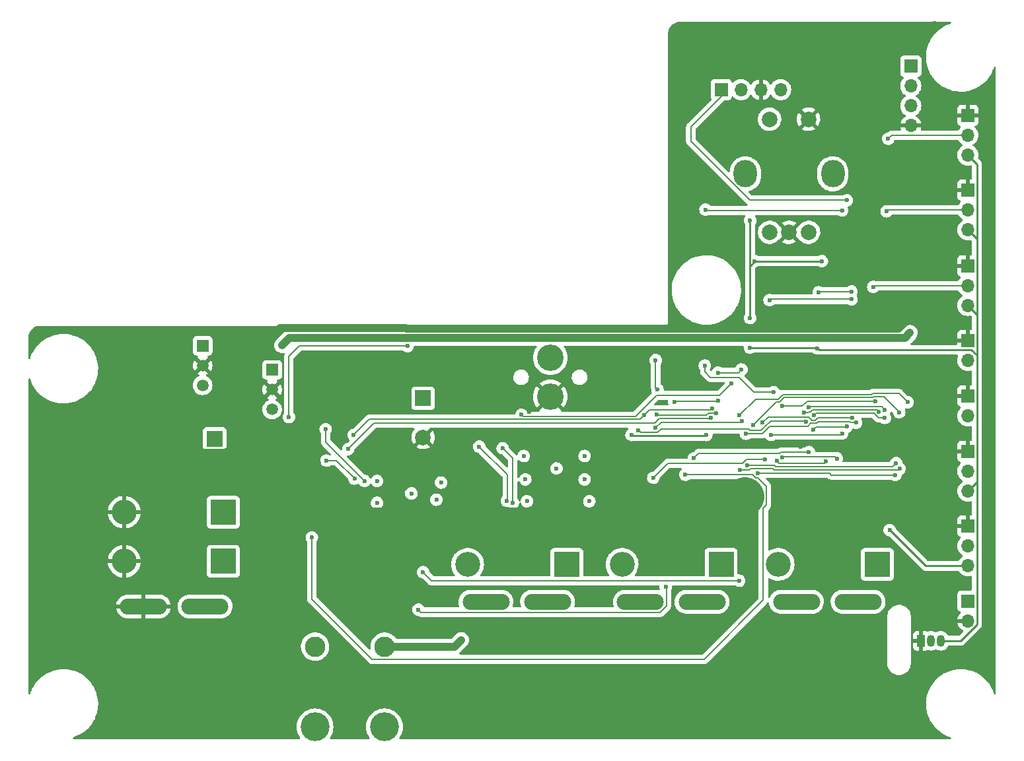
<source format=gbl>
%TF.GenerationSoftware,KiCad,Pcbnew,6.0.5-a6ca702e91~116~ubuntu20.04.1*%
%TF.CreationDate,2022-05-19T23:39:57-06:00*%
%TF.ProjectId,hvac-v2,68766163-2d76-4322-9e6b-696361645f70,rev?*%
%TF.SameCoordinates,Original*%
%TF.FileFunction,Copper,L2,Bot*%
%TF.FilePolarity,Positive*%
%FSLAX46Y46*%
G04 Gerber Fmt 4.6, Leading zero omitted, Abs format (unit mm)*
G04 Created by KiCad (PCBNEW 6.0.5-a6ca702e91~116~ubuntu20.04.1) date 2022-05-19 23:39:57*
%MOMM*%
%LPD*%
G01*
G04 APERTURE LIST*
%TA.AperFunction,ComponentPad*%
%ADD10C,3.400000*%
%TD*%
%TA.AperFunction,ComponentPad*%
%ADD11R,1.500000X1.500000*%
%TD*%
%TA.AperFunction,ComponentPad*%
%ADD12C,1.500000*%
%TD*%
%TA.AperFunction,ComponentPad*%
%ADD13R,2.000000X2.000000*%
%TD*%
%TA.AperFunction,ComponentPad*%
%ADD14C,2.000000*%
%TD*%
%TA.AperFunction,ComponentPad*%
%ADD15R,3.200000X3.200000*%
%TD*%
%TA.AperFunction,ComponentPad*%
%ADD16O,3.200000X3.200000*%
%TD*%
%TA.AperFunction,ComponentPad*%
%ADD17C,2.625000*%
%TD*%
%TA.AperFunction,ComponentPad*%
%ADD18C,3.706000*%
%TD*%
%TA.AperFunction,ComponentPad*%
%ADD19R,1.700000X1.700000*%
%TD*%
%TA.AperFunction,ComponentPad*%
%ADD20O,1.700000X1.700000*%
%TD*%
%TA.AperFunction,ComponentPad*%
%ADD21O,6.030000X2.070000*%
%TD*%
%TA.AperFunction,ComponentPad*%
%ADD22O,3.000000X3.500000*%
%TD*%
%TA.AperFunction,ComponentPad*%
%ADD23R,1.050000X1.500000*%
%TD*%
%TA.AperFunction,ComponentPad*%
%ADD24O,1.050000X1.500000*%
%TD*%
%TA.AperFunction,ViaPad*%
%ADD25C,0.600000*%
%TD*%
%TA.AperFunction,ViaPad*%
%ADD26C,1.000000*%
%TD*%
%TA.AperFunction,Conductor*%
%ADD27C,0.200000*%
%TD*%
%TA.AperFunction,Conductor*%
%ADD28C,1.000000*%
%TD*%
%TA.AperFunction,Conductor*%
%ADD29C,5.000000*%
%TD*%
%TA.AperFunction,Conductor*%
%ADD30C,0.250000*%
%TD*%
G04 APERTURE END LIST*
D10*
%TO.P,BZ1,2,+*%
%TO.N,GND*%
X97400000Y-107600000D03*
%TO.P,BZ1,1,-*%
%TO.N,Net-(BZ1-Pad1)*%
X97400000Y-102600000D03*
%TD*%
D11*
%TO.P,U6,1,VO*%
%TO.N,+5V*%
X52850000Y-101050000D03*
D12*
%TO.P,U6,2,GND*%
%TO.N,GND*%
X52850000Y-103590000D03*
%TO.P,U6,3,VI*%
%TO.N,+BATT*%
X52850000Y-106130000D03*
%TD*%
D11*
%TO.P,U4,1,VO*%
%TO.N,VCC*%
X61750000Y-104150000D03*
D12*
%TO.P,U4,2,GND*%
%TO.N,GND*%
X61750000Y-106690000D03*
%TO.P,U4,3,VI*%
%TO.N,+BATT*%
X61750000Y-109230000D03*
%TD*%
D13*
%TO.P,C19,1*%
%TO.N,+BATT*%
X54400000Y-113000000D03*
D14*
%TO.P,C19,2*%
%TO.N,GND*%
X49400000Y-113000000D03*
%TD*%
D13*
%TO.P,C39,1*%
%TO.N,VCC*%
X81100000Y-107800000D03*
D14*
%TO.P,C39,2*%
%TO.N,GND*%
X81100000Y-112800000D03*
%TD*%
D15*
%TO.P,D8,1,K*%
%TO.N,Net-(D8-Pad1)*%
X55500000Y-122400000D03*
D16*
%TO.P,D8,2,A*%
%TO.N,GND*%
X42800000Y-122400000D03*
%TD*%
D15*
%TO.P,D9,1,K*%
%TO.N,Net-(D8-Pad1)*%
X55500000Y-128700000D03*
D16*
%TO.P,D9,2,A*%
%TO.N,GND*%
X42800000Y-128700000D03*
%TD*%
D15*
%TO.P,D17,1,K*%
%TO.N,+BATT*%
X119300000Y-129100000D03*
D16*
%TO.P,D17,2,A*%
%TO.N,/PUMP_OUT*%
X106600000Y-129100000D03*
%TD*%
D15*
%TO.P,D18,1,K*%
%TO.N,+BATT*%
X139300000Y-129100000D03*
D16*
%TO.P,D18,2,A*%
%TO.N,/ACC_OUT*%
X126600000Y-129100000D03*
%TD*%
D17*
%TO.P,F1,1,IN*%
%TO.N,Net-(D8-Pad1)*%
X67250000Y-139650000D03*
D18*
X67250000Y-149950000D03*
%TO.P,F1,2,OUT*%
%TO.N,+BATT*%
X76150000Y-149950000D03*
D17*
X76150000Y-139650000D03*
%TD*%
D19*
%TO.P,J3,1,Pin_1*%
%TO.N,Net-(D6-Pad2)*%
X150900000Y-133800000D03*
D20*
%TO.P,J3,2,Pin_2*%
%TO.N,GND*%
X150900000Y-136340000D03*
%TD*%
D21*
%TO.P,J4,1*%
%TO.N,Net-(D8-Pad1)*%
X53150000Y-134500000D03*
%TO.P,J4,2*%
%TO.N,GND*%
X45250000Y-134500000D03*
%TD*%
D19*
%TO.P,J5,1,Pin_1*%
%TO.N,GND*%
X150900000Y-114600000D03*
D20*
%TO.P,J5,2,Pin_2*%
%TO.N,Net-(C28-Pad1)*%
X150900000Y-117140000D03*
%TO.P,J5,3,Pin_3*%
%TO.N,VCC*%
X150900000Y-119680000D03*
%TD*%
D19*
%TO.P,J6,1,Pin_1*%
%TO.N,GND*%
X150900000Y-124200000D03*
D20*
%TO.P,J6,2,Pin_2*%
%TO.N,Net-(C29-Pad1)*%
X150900000Y-126740000D03*
%TO.P,J6,3,Pin_3*%
%TO.N,+5V*%
X150900000Y-129280000D03*
%TD*%
D21*
%TO.P,J7,1*%
%TO.N,+BATT*%
X116850000Y-133900000D03*
%TO.P,J7,2*%
%TO.N,/PUMP_OUT*%
X108950000Y-133900000D03*
%TD*%
%TO.P,J8,1*%
%TO.N,+BATT*%
X136850000Y-133900000D03*
%TO.P,J8,2*%
%TO.N,/ACC_OUT*%
X128950000Y-133900000D03*
%TD*%
D19*
%TO.P,J9,1,Pin_1*%
%TO.N,GND*%
X150900000Y-100400000D03*
D20*
%TO.P,J9,2,Pin_2*%
%TO.N,Net-(C31-Pad1)*%
X150900000Y-102940000D03*
%TD*%
D19*
%TO.P,J10,1,Pin_1*%
%TO.N,GND*%
X150900000Y-107500000D03*
D20*
%TO.P,J10,2,Pin_2*%
%TO.N,Net-(C32-Pad1)*%
X150900000Y-110040000D03*
%TD*%
D19*
%TO.P,J12,1,Pin_1*%
%TO.N,GND*%
X150900000Y-81100000D03*
D20*
%TO.P,J12,2,Pin_2*%
%TO.N,/TEMP_OUTSIDE*%
X150900000Y-83640000D03*
%TO.P,J12,3,Pin_3*%
%TO.N,VCC*%
X150900000Y-86180000D03*
%TD*%
D19*
%TO.P,J13,1,Pin_1*%
%TO.N,GND*%
X150900000Y-90800000D03*
D20*
%TO.P,J13,2,Pin_2*%
%TO.N,/TEMP_AUX*%
X150900000Y-93340000D03*
%TO.P,J13,3,Pin_3*%
%TO.N,VCC*%
X150900000Y-95880000D03*
%TD*%
D19*
%TO.P,J14,1,Pin_1*%
%TO.N,/SWCLK*%
X119300000Y-68200000D03*
D20*
%TO.P,J14,2,Pin_2*%
%TO.N,/SWDIO*%
X121840000Y-68200000D03*
%TO.P,J14,3,Pin_3*%
%TO.N,GND*%
X124380000Y-68200000D03*
%TO.P,J14,4,Pin_4*%
%TO.N,VCC*%
X126920000Y-68200000D03*
%TD*%
D14*
%TO.P,SW2,A,A*%
%TO.N,Net-(R19-Pad1)*%
X125500000Y-86500000D03*
%TO.P,SW2,B,B*%
%TO.N,Net-(R17-Pad1)*%
X130500000Y-86500000D03*
%TO.P,SW2,C,C*%
%TO.N,GND*%
X128000000Y-86500000D03*
%TO.P,SW2,S1,S1*%
%TO.N,/BUTTON*%
X125500000Y-72000000D03*
%TO.P,SW2,S2,S2*%
%TO.N,GND*%
X130500000Y-72000000D03*
D22*
%TO.P,SW2,~*%
%TO.N,N/C*%
X133600000Y-79000000D03*
X122400000Y-79000000D03*
%TD*%
D23*
%TO.P,U5,1,GND*%
%TO.N,GND*%
X144900000Y-138900000D03*
D24*
%TO.P,U5,2,DQ*%
%TO.N,/TEMP_BUILTIN*%
X146170000Y-138900000D03*
%TO.P,U5,3,VDD*%
%TO.N,VCC*%
X147440000Y-138900000D03*
%TD*%
D21*
%TO.P,J1,1*%
%TO.N,/FAN_P*%
X97050000Y-133900000D03*
%TO.P,J1,2*%
%TO.N,/FAN_N*%
X89150000Y-133900000D03*
%TD*%
D15*
%TO.P,D3,1,K*%
%TO.N,/FAN_P*%
X99500000Y-129100000D03*
D16*
%TO.P,D3,2,A*%
%TO.N,/FAN_N*%
X86800000Y-129100000D03*
%TD*%
D19*
%TO.P,J11,1,Pin_1*%
%TO.N,GND*%
X150900000Y-71500000D03*
D20*
%TO.P,J11,2,Pin_2*%
%TO.N,/TEMP_INSIDE*%
X150900000Y-74040000D03*
%TO.P,J11,3,Pin_3*%
%TO.N,VCC*%
X150900000Y-76580000D03*
%TD*%
D19*
%TO.P,J2,1,Pin_1*%
%TO.N,/SCL*%
X143600000Y-65200000D03*
D20*
%TO.P,J2,2,Pin_2*%
%TO.N,/SDA*%
X143600000Y-67740000D03*
%TO.P,J2,3,Pin_3*%
%TO.N,+5V*%
X143600000Y-70280000D03*
%TO.P,J2,4,Pin_4*%
%TO.N,GND*%
X143600000Y-72820000D03*
%TD*%
D25*
%TO.N,GND*%
X56400000Y-99100000D03*
X59900000Y-113300000D03*
X71900000Y-150800000D03*
%TO.N,+BATT*%
X79100000Y-101100000D03*
X63900000Y-110200000D03*
X86000000Y-138800000D03*
%TO.N,GND*%
X133200000Y-135800000D03*
X31200000Y-110700000D03*
X112800000Y-136200000D03*
X129200000Y-91300000D03*
X129700000Y-126200000D03*
X94700000Y-109500000D03*
X120800000Y-119600000D03*
X129200000Y-94100000D03*
X127100000Y-91300000D03*
X138500000Y-111200000D03*
X104462500Y-122862500D03*
X115000000Y-103400000D03*
X113300000Y-74800000D03*
X109800000Y-124300000D03*
X133500000Y-104500000D03*
X125600000Y-80300000D03*
X121000000Y-126200000D03*
X83600000Y-103400000D03*
X106600000Y-144600000D03*
X30900000Y-120000000D03*
X31500000Y-132000000D03*
X142600000Y-98300000D03*
X129100000Y-105200000D03*
X105400000Y-109300000D03*
X112000000Y-108300000D03*
X59000000Y-134700000D03*
X114400000Y-78100000D03*
D26*
X85400000Y-115600000D03*
D25*
X31200000Y-143100000D03*
X52000000Y-150700000D03*
D26*
X64500000Y-114500000D03*
D25*
X123900000Y-95100000D03*
X83900000Y-109600000D03*
X113900000Y-60500000D03*
X103200000Y-103400000D03*
X118300000Y-144200000D03*
X40900000Y-99300000D03*
X62800000Y-98800000D03*
X51300000Y-120800000D03*
X37800000Y-136000000D03*
X132900000Y-144000000D03*
X85550479Y-98849521D03*
X121900000Y-82600000D03*
X144300000Y-104200000D03*
X133500000Y-97900000D03*
X64200000Y-129900000D03*
X126600000Y-94100000D03*
X31900000Y-99400000D03*
X129400000Y-102400000D03*
X92300000Y-107800000D03*
X119800000Y-113700000D03*
X48200000Y-144800000D03*
X129400000Y-119600000D03*
X110700000Y-129900000D03*
X137700000Y-102600000D03*
X73300000Y-115600000D03*
X131000000Y-59900000D03*
X111700000Y-121000000D03*
X63000000Y-150800000D03*
X59600000Y-130600000D03*
X131800000Y-75900000D03*
X113600000Y-129900000D03*
X131200000Y-96100000D03*
X139200000Y-125500000D03*
X128000000Y-79700000D03*
X132200000Y-104700000D03*
X125800000Y-136200000D03*
X63200000Y-143200000D03*
X49500000Y-136900000D03*
X117200000Y-113800000D03*
D26*
X66190000Y-119290000D03*
X77200000Y-134700000D03*
D25*
X115350000Y-122650000D03*
X126500000Y-96400000D03*
D26*
X123600000Y-121400000D03*
D25*
X104900000Y-107300000D03*
X39600000Y-150800000D03*
X106100000Y-136700000D03*
X127150479Y-98849521D03*
X37600000Y-112600000D03*
X121400000Y-85000000D03*
X137900000Y-87200000D03*
X38500000Y-119800000D03*
X131100000Y-79500000D03*
X131700000Y-65300000D03*
X129500000Y-114000000D03*
X146700000Y-59700000D03*
X125700000Y-74000000D03*
X137800000Y-106200000D03*
X53799999Y-116700001D03*
X123850479Y-98849521D03*
X153800000Y-68500000D03*
X111650479Y-98849521D03*
%TO.N,VCC*%
X132200000Y-90200000D03*
X107800000Y-112500000D03*
X131600000Y-101400000D03*
X123600000Y-90200000D03*
X123000000Y-97500000D03*
X123000000Y-85000000D03*
X123000000Y-101300000D03*
X117400000Y-112500000D03*
%TO.N,/BRIDGE_SENSE_P*%
X93700000Y-109900000D03*
X120600000Y-105900000D03*
X91300000Y-114200000D03*
X92600000Y-121200000D03*
%TO.N,/FAN_SENSE*%
X113300000Y-108300000D03*
X118866369Y-108101513D03*
%TO.N,Net-(C7-Pad2)*%
X88300000Y-114000000D03*
X91836200Y-120963751D03*
%TO.N,/FAN_P*%
X102400000Y-121000000D03*
X94400000Y-121000000D03*
X101800000Y-115200000D03*
X94000000Y-115200000D03*
X101800000Y-118200000D03*
X98200000Y-116800000D03*
X94200000Y-118200000D03*
%TO.N,/VBATT_DIV*%
X118890159Y-104500500D03*
X121900000Y-104100000D03*
%TO.N,/FAN_N*%
X75200000Y-121200000D03*
X79600000Y-120000000D03*
X75200000Y-118400000D03*
X83400000Y-118600000D03*
X82800000Y-120800000D03*
%TO.N,/BRIDGE_SENSE_N*%
X66840000Y-125640000D03*
X114700000Y-117600000D03*
%TO.N,/ENC_A*%
X136595406Y-110931092D03*
X131800000Y-94200000D03*
X136000000Y-94100000D03*
X122461762Y-112334343D03*
%TO.N,/PUMP_SENSE*%
X121932149Y-110727242D03*
X110900000Y-111600000D03*
%TO.N,/ACC_SENSE*%
X115800000Y-115500000D03*
X130549054Y-114700500D03*
%TO.N,/ENC_B*%
X125500000Y-95200000D03*
X136000000Y-95100000D03*
X124600000Y-110900000D03*
X136105837Y-110299011D03*
%TO.N,/SW_2*%
X141724500Y-116102667D03*
X122600000Y-116400000D03*
%TO.N,/SW_3*%
X121700000Y-117000000D03*
X142151339Y-116824161D03*
%TO.N,/SW_WATER*%
X121600000Y-110000000D03*
X143200000Y-108300000D03*
%TO.N,/SW_1*%
X142124500Y-109604736D03*
X123426089Y-111226089D03*
%TO.N,/LED*%
X117300000Y-83600000D03*
X134800000Y-112300000D03*
X134800000Y-83700000D03*
X125660520Y-112487302D03*
%TO.N,/TEMP_INSIDE*%
X140700000Y-74500000D03*
X129923710Y-109599011D03*
X139522668Y-109516404D03*
%TO.N,/TEMP_OUTSIDE*%
X140500000Y-83800000D03*
X140275500Y-109247241D03*
X130483458Y-108964365D03*
%TO.N,/TEMP_AUX*%
X139100000Y-108200000D03*
X138800000Y-93500000D03*
X127100000Y-108800000D03*
%TO.N,/SDA*%
X134124500Y-115515045D03*
X127108668Y-115394509D03*
%TO.N,/SCL*%
X132700000Y-115899500D03*
X126433273Y-115822347D03*
%TO.N,/SWDIO*%
X117200000Y-103600500D03*
X126000000Y-107000000D03*
%TO.N,/SWCLK*%
X131129446Y-111818302D03*
X135400000Y-82400000D03*
X135400000Y-111400000D03*
%TO.N,Net-(JP2-Pad1)*%
X112200000Y-132000000D03*
X80500000Y-134900000D03*
%TO.N,Net-(Q1-Pad1)*%
X121600000Y-131200000D03*
X81100000Y-130100000D03*
%TO.N,/BRIDGE_P*%
X108700000Y-111900000D03*
X130140323Y-110798012D03*
%TO.N,/BRIDGE_ENABLE*%
X109400498Y-110000559D03*
X72200000Y-112500000D03*
X118170709Y-109101499D03*
%TO.N,Net-(R11-Pad1)*%
X73600000Y-118400000D03*
X68614283Y-111749500D03*
%TO.N,/BRIDGE_N*%
X71500000Y-114300000D03*
X117958207Y-110300500D03*
%TO.N,Net-(R12-Pad1)*%
X68700000Y-115800000D03*
X72300000Y-118100000D03*
%TO.N,/PWM_OUT*%
X141624500Y-117624707D03*
X124000000Y-117400000D03*
%TO.N,/BUZZER*%
X110900000Y-102900000D03*
X111000000Y-109900000D03*
X118670174Y-109725790D03*
X111123911Y-106676089D03*
%TO.N,/PUMP_SIGNAL*%
X124900000Y-115600000D03*
X110600000Y-118000000D03*
%TO.N,/TEMP_BUILTIN*%
X140275500Y-110300000D03*
X131146103Y-109997154D03*
%TO.N,+5V*%
X63000000Y-101000000D03*
X143500000Y-99400000D03*
X140900000Y-124700000D03*
X143500000Y-99400000D03*
%TD*%
D27*
%TO.N,/BRIDGE_SENSE_P*%
X93899511Y-110099511D02*
X93700000Y-109900000D01*
X108300489Y-110099511D02*
X93899511Y-110099511D01*
X111000000Y-107400000D02*
X108300489Y-110099511D01*
X119100000Y-107400000D02*
X111000000Y-107400000D01*
X120600000Y-105900000D02*
X119100000Y-107400000D01*
%TO.N,/SWDIO*%
X121600000Y-105100000D02*
X117900000Y-105100000D01*
X126000000Y-107000000D02*
X123500000Y-107000000D01*
X123500000Y-107000000D02*
X121600000Y-105100000D01*
X117200000Y-104400000D02*
X117200000Y-103600500D01*
X117900000Y-105100000D02*
X117200000Y-104400000D01*
%TO.N,+BATT*%
X65200000Y-101100000D02*
X79100000Y-101100000D01*
D28*
X85150000Y-139650000D02*
X86000000Y-138800000D01*
X76150000Y-139650000D02*
X85150000Y-139650000D01*
D27*
X63900000Y-110200000D02*
X63900000Y-102400000D01*
X63900000Y-102400000D02*
X65200000Y-101100000D01*
D28*
%TO.N,GND*%
X111650479Y-98849521D02*
X126249521Y-98849521D01*
X78949521Y-98849521D02*
X85550479Y-98849521D01*
D29*
X118400000Y-124300000D02*
X122300000Y-120400000D01*
D30*
X126249521Y-97449521D02*
X126249521Y-98849521D01*
D28*
X126249521Y-98849521D02*
X127150479Y-98849521D01*
D29*
X81200000Y-124300000D02*
X109800000Y-124300000D01*
X56900489Y-116300489D02*
X65499511Y-116300489D01*
X109800000Y-124300000D02*
X118400000Y-124300000D01*
D28*
X85400000Y-115600000D02*
X85400000Y-120100000D01*
X85400000Y-120100000D02*
X81200000Y-124300000D01*
X142050479Y-98849521D02*
X142600000Y-98300000D01*
X85550479Y-98849521D02*
X111650479Y-98849521D01*
D30*
X123900000Y-95100000D02*
X126249521Y-97449521D01*
D28*
X127150479Y-98849521D02*
X132950479Y-98849521D01*
D29*
X56900489Y-116700001D02*
X56900489Y-116300489D01*
X65499511Y-116300489D02*
X65499511Y-119199511D01*
X49400000Y-113000000D02*
X49400000Y-114860002D01*
D28*
X78900000Y-98800000D02*
X78949521Y-98849521D01*
X132950479Y-98849521D02*
X142050479Y-98849521D01*
X62800000Y-98800000D02*
X78900000Y-98800000D01*
D29*
X70600000Y-124300000D02*
X81200000Y-124300000D01*
X53799999Y-116700001D02*
X56900489Y-116700001D01*
X65499511Y-119199511D02*
X70600000Y-124300000D01*
X51239999Y-116700001D02*
X53799999Y-116700001D01*
X49400000Y-114860002D02*
X51239999Y-116700001D01*
X77200000Y-125700000D02*
X77200000Y-134700000D01*
D30*
%TO.N,VCC*%
X152074511Y-102274511D02*
X152074511Y-102574511D01*
X123600000Y-90200000D02*
X132200000Y-90200000D01*
X123000000Y-90700000D02*
X123000000Y-97500000D01*
X152074511Y-87354511D02*
X150900000Y-86180000D01*
X152074511Y-87525489D02*
X152074511Y-87354511D01*
X152074511Y-118505489D02*
X150900000Y-119680000D01*
X131700000Y-101400000D02*
X131874511Y-101574511D01*
X131500000Y-101300000D02*
X131600000Y-101400000D01*
X152074511Y-102574511D02*
X152074511Y-118505489D01*
X152074511Y-77754511D02*
X150900000Y-76580000D01*
X107924012Y-112624012D02*
X117275988Y-112624012D01*
X123100000Y-90700000D02*
X123000000Y-90700000D01*
X117275988Y-112624012D02*
X117400000Y-112500000D01*
X131874511Y-101574511D02*
X151374511Y-101574511D01*
X152074511Y-97054511D02*
X152074511Y-87525489D01*
X152074511Y-136826499D02*
X150001010Y-138900000D01*
X152074511Y-118505489D02*
X152074511Y-136826499D01*
X150900000Y-95880000D02*
X152074511Y-97054511D01*
X150001010Y-138900000D02*
X147440000Y-138900000D01*
X152074511Y-87525489D02*
X152074511Y-77754511D01*
X151374511Y-101574511D02*
X152074511Y-102274511D01*
X152074511Y-97054511D02*
X152074511Y-102574511D01*
X131600000Y-101400000D02*
X131700000Y-101400000D01*
X123600000Y-90200000D02*
X123100000Y-90700000D01*
X123000000Y-101300000D02*
X131500000Y-101300000D01*
X107800000Y-112500000D02*
X107924012Y-112624012D01*
X123000000Y-85000000D02*
X123000000Y-90700000D01*
D27*
%TO.N,/BRIDGE_SENSE_P*%
X92600000Y-115500000D02*
X91300000Y-114200000D01*
X92600000Y-121200000D02*
X92600000Y-115500000D01*
%TO.N,/FAN_SENSE*%
X118767383Y-108200499D02*
X118866369Y-108101513D01*
X113300000Y-108300000D02*
X113399501Y-108200499D01*
X113399501Y-108200499D02*
X118767383Y-108200499D01*
%TO.N,Net-(C7-Pad2)*%
X88300000Y-114000000D02*
X91900000Y-117600000D01*
X91900000Y-120899951D02*
X91836200Y-120963751D01*
X91900000Y-117600000D02*
X91900000Y-120899951D01*
%TO.N,/VBATT_DIV*%
X121499500Y-104500500D02*
X118890159Y-104500500D01*
X121900000Y-104100000D02*
X121499500Y-104500500D01*
%TO.N,/BRIDGE_SENSE_N*%
X123751677Y-117999501D02*
X123352176Y-117600000D01*
X124700489Y-121899511D02*
X125100000Y-121500000D01*
X124700489Y-133699511D02*
X124700489Y-121899511D01*
X123352176Y-117600000D02*
X114700000Y-117600000D01*
X74562011Y-141262011D02*
X117137989Y-141262011D01*
X66840000Y-133540000D02*
X74562011Y-141262011D01*
X123999501Y-117999501D02*
X123751677Y-117999501D01*
X66840000Y-125640000D02*
X66840000Y-133540000D01*
X117137989Y-141262011D02*
X124700489Y-133699511D01*
X125100000Y-121500000D02*
X125100000Y-119100000D01*
X125100000Y-119100000D02*
X123999501Y-117999501D01*
%TO.N,/ENC_A*%
X136000000Y-94100000D02*
X131900000Y-94100000D01*
X131900000Y-94100000D02*
X131800000Y-94200000D01*
X130789994Y-110996165D02*
X131559910Y-110996165D01*
X131559910Y-110996165D02*
X131756074Y-110800000D01*
X122461762Y-112334343D02*
X124578475Y-112334343D01*
X124578475Y-112334343D02*
X125515305Y-111397513D01*
X130388646Y-111397513D02*
X130789994Y-110996165D01*
X135759002Y-110800000D02*
X135890094Y-110931092D01*
X125515305Y-111397513D02*
X130388646Y-111397513D01*
X131756074Y-110800000D02*
X135759002Y-110800000D01*
X135890094Y-110931092D02*
X136595406Y-110931092D01*
%TO.N,/PUMP_SENSE*%
X110900000Y-111600000D02*
X111600000Y-110900000D01*
X121759391Y-110900000D02*
X121932149Y-110727242D01*
X111600000Y-110900000D02*
X121759391Y-110900000D01*
%TO.N,/ACC_SENSE*%
X116399511Y-114900489D02*
X126751687Y-114900489D01*
X126751687Y-114900489D02*
X126951676Y-114700500D01*
X115800000Y-115500000D02*
X116399511Y-114900489D01*
X126951676Y-114700500D02*
X130549054Y-114700500D01*
%TO.N,/ENC_B*%
X131692070Y-110299011D02*
X136105837Y-110299011D01*
X130897780Y-110596655D02*
X131394426Y-110596655D01*
X125301488Y-110198512D02*
X130172033Y-110198512D01*
X130176273Y-110194272D02*
X130497638Y-110194272D01*
X131394426Y-110596655D02*
X131692070Y-110299011D01*
X124600000Y-110900000D02*
X125301488Y-110198512D01*
X130497638Y-110194272D02*
X130546602Y-110243236D01*
X130546602Y-110243236D02*
X130546602Y-110245477D01*
X136000000Y-95100000D02*
X125600000Y-95100000D01*
X130546602Y-110245477D02*
X130897780Y-110596655D01*
X130172033Y-110198512D02*
X130176273Y-110194272D01*
X125600000Y-95100000D02*
X125500000Y-95200000D01*
%TO.N,/SW_2*%
X126299021Y-116599021D02*
X141228146Y-116599021D01*
X126100000Y-116400000D02*
X126299021Y-116599021D01*
X122600000Y-116400000D02*
X126100000Y-116400000D01*
X141228146Y-116599021D02*
X141724500Y-116102667D01*
%TO.N,/SW_3*%
X121700000Y-117000000D02*
X122847824Y-117000000D01*
X141976968Y-116998532D02*
X142151339Y-116824161D01*
X122847824Y-117000000D02*
X123047824Y-116800000D01*
X125935006Y-116800000D02*
X126133539Y-116998532D01*
X126133539Y-116998532D02*
X141976968Y-116998532D01*
X123047824Y-116800000D02*
X125935006Y-116800000D01*
%TO.N,/SW_WATER*%
X138586195Y-107300988D02*
X127186193Y-107300989D01*
X138686193Y-107200989D02*
X138586195Y-107300988D01*
X142100989Y-107200989D02*
X138686193Y-107200989D01*
X143200000Y-108300000D02*
X142100989Y-107200989D01*
X127186193Y-107300989D02*
X126586194Y-107900989D01*
X123699011Y-107900989D02*
X121600000Y-110000000D01*
X126586194Y-107900989D02*
X123699011Y-107900989D01*
%TO.N,/SW_1*%
X123426089Y-111226089D02*
X126351679Y-108300499D01*
X140148323Y-107600499D02*
X142124500Y-109576676D01*
X126751677Y-108300499D02*
X127351677Y-107700499D01*
X138851677Y-107600499D02*
X140148323Y-107600499D01*
X138751677Y-107700499D02*
X138851677Y-107600499D01*
X127351677Y-107700499D02*
X138751677Y-107700499D01*
X142124500Y-109576676D02*
X142124500Y-109604736D01*
X126351679Y-108300499D02*
X126751677Y-108300499D01*
%TO.N,/LED*%
X134800000Y-83700000D02*
X117400000Y-83700000D01*
X134612698Y-112487302D02*
X125660520Y-112487302D01*
X134800000Y-112300000D02*
X134612698Y-112487302D01*
X117400000Y-83700000D02*
X117300000Y-83600000D01*
%TO.N,/TEMP_INSIDE*%
X130731781Y-109563866D02*
X130995647Y-109300000D01*
X140700000Y-74500000D02*
X141160000Y-74040000D01*
X130995647Y-109300000D02*
X139306264Y-109300000D01*
X130483958Y-109563866D02*
X130731781Y-109563866D01*
X130448813Y-109599011D02*
X130483958Y-109563866D01*
X129923710Y-109599011D02*
X130448813Y-109599011D01*
X139306264Y-109300000D02*
X139522668Y-109516404D01*
X141160000Y-74040000D02*
X150900000Y-74040000D01*
%TO.N,/TEMP_OUTSIDE*%
X130483458Y-108964365D02*
X130547823Y-108900000D01*
X150900000Y-83640000D02*
X140660000Y-83640000D01*
X140660000Y-83640000D02*
X140500000Y-83800000D01*
X139928259Y-108900000D02*
X140275500Y-109247241D01*
X130547823Y-108900000D02*
X139928259Y-108900000D01*
%TO.N,/TEMP_AUX*%
X138960000Y-93340000D02*
X150900000Y-93340000D01*
X129700000Y-108800000D02*
X130100000Y-108400000D01*
X138800000Y-93500000D02*
X138960000Y-93340000D01*
X127100000Y-108800000D02*
X129700000Y-108800000D01*
X130100000Y-108400000D02*
X130300000Y-108200000D01*
X130300000Y-108200000D02*
X139100000Y-108200000D01*
%TO.N,/SDA*%
X133909455Y-115300000D02*
X134124500Y-115515045D01*
X127203177Y-115300000D02*
X133909455Y-115300000D01*
X127108668Y-115394509D02*
X127203177Y-115300000D01*
%TO.N,/SCL*%
X132700000Y-115899500D02*
X132499999Y-116099501D01*
X132499999Y-116099501D02*
X126710427Y-116099501D01*
X126710427Y-116099501D02*
X126433273Y-115822347D01*
%TO.N,/SWCLK*%
X135400000Y-111400000D02*
X135300489Y-111499511D01*
X115400000Y-74794905D02*
X115400000Y-73000000D01*
X135300489Y-111499511D02*
X131448237Y-111499511D01*
X119300000Y-69100000D02*
X119300000Y-68200000D01*
X123005095Y-82400000D02*
X115400000Y-74794905D01*
X131448237Y-111499511D02*
X131129446Y-111818302D01*
X135400000Y-82400000D02*
X123005095Y-82400000D01*
X115400000Y-73000000D02*
X119300000Y-69100000D01*
%TO.N,Net-(JP2-Pad1)*%
X111482776Y-135234520D02*
X112264520Y-134452776D01*
X80500000Y-134900000D02*
X80834520Y-135234520D01*
X112264520Y-132064520D02*
X112200000Y-132000000D01*
X112264520Y-134452776D02*
X112264520Y-132064520D01*
X80834520Y-135234520D02*
X111482776Y-135234520D01*
%TO.N,Net-(Q1-Pad1)*%
X82200000Y-131200000D02*
X121600000Y-131200000D01*
X81100000Y-130100000D02*
X82200000Y-131200000D01*
%TO.N,/BRIDGE_P*%
X130041811Y-110699500D02*
X130140323Y-110798012D01*
X122782666Y-111734842D02*
X122947824Y-111900000D01*
X111612982Y-111734842D02*
X122782666Y-111734842D01*
X124848323Y-111499501D02*
X125648324Y-110699500D01*
X124435006Y-111900000D02*
X124835505Y-111499501D01*
X122947824Y-111900000D02*
X124435006Y-111900000D01*
X111148323Y-112199501D02*
X111612982Y-111734842D01*
X125648324Y-110699500D02*
X130041811Y-110699500D01*
X124835505Y-111499501D02*
X124848323Y-111499501D01*
X108999501Y-112199501D02*
X111148323Y-112199501D01*
X108700000Y-111900000D02*
X108999501Y-112199501D01*
%TO.N,/BRIDGE_ENABLE*%
X109400498Y-110000559D02*
X108900601Y-110500456D01*
X74199544Y-110500456D02*
X72200000Y-112500000D01*
X108900601Y-110500456D02*
X74199544Y-110500456D01*
X117971709Y-109300499D02*
X118170709Y-109101499D01*
X110100558Y-109300499D02*
X117971709Y-109300499D01*
X109400498Y-110000559D02*
X110100558Y-109300499D01*
%TO.N,Net-(R11-Pad1)*%
X68614283Y-113414283D02*
X68614283Y-111749500D01*
X73600000Y-118400000D02*
X68614283Y-113414283D01*
%TO.N,/BRIDGE_N*%
X111347824Y-110400000D02*
X117858707Y-110400000D01*
X74799501Y-111000499D02*
X110747325Y-111000499D01*
X117858707Y-110400000D02*
X117958207Y-110300500D01*
X110747325Y-111000499D02*
X111347824Y-110400000D01*
X71500000Y-114300000D02*
X74799501Y-111000499D01*
%TO.N,Net-(R12-Pad1)*%
X72300000Y-118100000D02*
X70000000Y-115800000D01*
X70000000Y-115800000D02*
X68700000Y-115800000D01*
%TO.N,/PWM_OUT*%
X133177311Y-117400000D02*
X133402018Y-117624707D01*
X133402018Y-117624707D02*
X141624500Y-117624707D01*
X124000000Y-117400000D02*
X133177311Y-117400000D01*
%TO.N,/BUZZER*%
X117709884Y-109700999D02*
X118206530Y-109700999D01*
X118206530Y-109700999D02*
X118231321Y-109725790D01*
X110900000Y-102900000D02*
X110900000Y-106452178D01*
X117410883Y-110000000D02*
X117709884Y-109700999D01*
X110900000Y-106452178D02*
X111123911Y-106676089D01*
X118231321Y-109725790D02*
X118670174Y-109725790D01*
X111100000Y-110000000D02*
X117410883Y-110000000D01*
X111000000Y-109900000D02*
X111100000Y-110000000D01*
%TO.N,/PUMP_SIGNAL*%
X112465482Y-116134518D02*
X122017658Y-116134518D01*
X122017658Y-116134518D02*
X122552176Y-115600000D01*
X122552176Y-115600000D02*
X124900000Y-115600000D01*
X110600000Y-118000000D02*
X112465482Y-116134518D01*
%TO.N,/TEMP_BUILTIN*%
X131146103Y-109997154D02*
X131443746Y-109699511D01*
X139458440Y-110300000D02*
X140275500Y-110300000D01*
X138857951Y-109699511D02*
X139458440Y-110300000D01*
X131443746Y-109699511D02*
X138857951Y-109699511D01*
D28*
%TO.N,+5V*%
X142850969Y-100049031D02*
X143500000Y-99400000D01*
D30*
X140900000Y-124700000D02*
X145480000Y-129280000D01*
D28*
X63950969Y-100049031D02*
X142850969Y-100049031D01*
D30*
X145480000Y-129280000D02*
X150900000Y-129280000D01*
D28*
X63000000Y-101000000D02*
X63950969Y-100049031D01*
%TD*%
%TA.AperFunction,Conductor*%
%TO.N,GND*%
G36*
X148724088Y-59520185D02*
G01*
X148769843Y-59572989D01*
X148779787Y-59642147D01*
X148750762Y-59705703D01*
X148697215Y-59741815D01*
X148422603Y-59835836D01*
X148359804Y-59857337D01*
X147977224Y-60030079D01*
X147864662Y-60094283D01*
X147615140Y-60236607D01*
X147615130Y-60236613D01*
X147612599Y-60238057D01*
X147505424Y-60313381D01*
X147271551Y-60477749D01*
X147271546Y-60477753D01*
X147269164Y-60479427D01*
X146949968Y-60752046D01*
X146857474Y-60847493D01*
X146745764Y-60962769D01*
X146657845Y-61053494D01*
X146395387Y-61381095D01*
X146164923Y-61731942D01*
X145968501Y-62102920D01*
X145967384Y-62105617D01*
X145967382Y-62105621D01*
X145915660Y-62230489D01*
X145807862Y-62490737D01*
X145684432Y-62891951D01*
X145683842Y-62894801D01*
X145683841Y-62894804D01*
X145656247Y-63028053D01*
X145599308Y-63302999D01*
X145553245Y-63720234D01*
X145553199Y-63723149D01*
X145553199Y-63723152D01*
X145550236Y-63911770D01*
X145546652Y-64139952D01*
X145546881Y-64142860D01*
X145546881Y-64142864D01*
X145557655Y-64279766D01*
X145579586Y-64558428D01*
X145651757Y-64971947D01*
X145652527Y-64974761D01*
X145741088Y-65298485D01*
X145762523Y-65376840D01*
X145910901Y-65769511D01*
X146095574Y-66146476D01*
X146097102Y-66148969D01*
X146097105Y-66148975D01*
X146098258Y-66150856D01*
X146314904Y-66504389D01*
X146566942Y-66840073D01*
X146568901Y-66842225D01*
X146568906Y-66842232D01*
X146773505Y-67067082D01*
X146849453Y-67150547D01*
X146851607Y-67152507D01*
X147157768Y-67431094D01*
X147157775Y-67431099D01*
X147159927Y-67433058D01*
X147495611Y-67685096D01*
X147621014Y-67761943D01*
X147851025Y-67902895D01*
X147851031Y-67902898D01*
X147853524Y-67904426D01*
X148230489Y-68089099D01*
X148623160Y-68237477D01*
X148625981Y-68238249D01*
X148625988Y-68238251D01*
X148776105Y-68279318D01*
X149028053Y-68348243D01*
X149030912Y-68348742D01*
X149030921Y-68348744D01*
X149193051Y-68377040D01*
X149441572Y-68420414D01*
X149823860Y-68450500D01*
X150107021Y-68450500D01*
X150325211Y-68440210D01*
X150416382Y-68435911D01*
X150416386Y-68435911D01*
X150419304Y-68435773D01*
X150834886Y-68376627D01*
X150837732Y-68375944D01*
X150837736Y-68375943D01*
X151240211Y-68279318D01*
X151240221Y-68279315D01*
X151243058Y-68278634D01*
X151363268Y-68237477D01*
X151637437Y-68143608D01*
X151637444Y-68143605D01*
X151640196Y-68142663D01*
X152022776Y-67969921D01*
X152152928Y-67895684D01*
X152384860Y-67763393D01*
X152384870Y-67763387D01*
X152387401Y-67761943D01*
X152681372Y-67555337D01*
X152728449Y-67522251D01*
X152728454Y-67522247D01*
X152730836Y-67520573D01*
X153050032Y-67247954D01*
X153342155Y-66946506D01*
X153419871Y-66849501D01*
X153602785Y-66621187D01*
X153602787Y-66621184D01*
X153604613Y-66618905D01*
X153835077Y-66268058D01*
X154031499Y-65897080D01*
X154083251Y-65772141D01*
X154191023Y-65511955D01*
X154191023Y-65511954D01*
X154192138Y-65509263D01*
X154256982Y-65298485D01*
X154295508Y-65240197D01*
X154359432Y-65211991D01*
X154428457Y-65222823D01*
X154480668Y-65269253D01*
X154499500Y-65334946D01*
X154499500Y-145657765D01*
X154479815Y-145724804D01*
X154427011Y-145770559D01*
X154357853Y-145780503D01*
X154294297Y-145751478D01*
X154255895Y-145690485D01*
X154238251Y-145625988D01*
X154238249Y-145625981D01*
X154237477Y-145623160D01*
X154089099Y-145230489D01*
X153904426Y-144853524D01*
X153685096Y-144495611D01*
X153433058Y-144159927D01*
X153431099Y-144157775D01*
X153431094Y-144157768D01*
X153152507Y-143851607D01*
X153150547Y-143849453D01*
X153041414Y-143750149D01*
X152842232Y-143568906D01*
X152842225Y-143568901D01*
X152840073Y-143566942D01*
X152504389Y-143314904D01*
X152269344Y-143170868D01*
X152148975Y-143097105D01*
X152148969Y-143097102D01*
X152146476Y-143095574D01*
X151769511Y-142910901D01*
X151376840Y-142762523D01*
X151374019Y-142761751D01*
X151374012Y-142761749D01*
X151109868Y-142689488D01*
X150971947Y-142651757D01*
X150969088Y-142651258D01*
X150969079Y-142651256D01*
X150731683Y-142609824D01*
X150558428Y-142579586D01*
X150176140Y-142549500D01*
X149892979Y-142549500D01*
X149674789Y-142559790D01*
X149583618Y-142564089D01*
X149583614Y-142564089D01*
X149580696Y-142564227D01*
X149165114Y-142623373D01*
X149162268Y-142624056D01*
X149162264Y-142624057D01*
X148759789Y-142720682D01*
X148759779Y-142720685D01*
X148756942Y-142721366D01*
X148754176Y-142722313D01*
X148362563Y-142856392D01*
X148362556Y-142856395D01*
X148359804Y-142857337D01*
X147977224Y-143030079D01*
X147864662Y-143094283D01*
X147615140Y-143236607D01*
X147615130Y-143236613D01*
X147612599Y-143238057D01*
X147525853Y-143299023D01*
X147271551Y-143477749D01*
X147271546Y-143477753D01*
X147269164Y-143479427D01*
X146949968Y-143752046D01*
X146657845Y-144053494D01*
X146395387Y-144381095D01*
X146164923Y-144731942D01*
X145968501Y-145102920D01*
X145967384Y-145105617D01*
X145967382Y-145105621D01*
X145915660Y-145230489D01*
X145807862Y-145490737D01*
X145684432Y-145891951D01*
X145683842Y-145894801D01*
X145683841Y-145894804D01*
X145655653Y-146030921D01*
X145599308Y-146302999D01*
X145553245Y-146720234D01*
X145553199Y-146723149D01*
X145553199Y-146723152D01*
X145551049Y-146860048D01*
X145546652Y-147139952D01*
X145579586Y-147558428D01*
X145599604Y-147673125D01*
X145640892Y-147909691D01*
X145651757Y-147971947D01*
X145681732Y-148081518D01*
X145741088Y-148298485D01*
X145762523Y-148376840D01*
X145910901Y-148769511D01*
X146095574Y-149146476D01*
X146314904Y-149504389D01*
X146566942Y-149840073D01*
X146568901Y-149842225D01*
X146568906Y-149842232D01*
X146743184Y-150033760D01*
X146849453Y-150150547D01*
X146851607Y-150152507D01*
X147157768Y-150431094D01*
X147157775Y-150431099D01*
X147159927Y-150433058D01*
X147495611Y-150685096D01*
X147621014Y-150761943D01*
X147851025Y-150902895D01*
X147851031Y-150902898D01*
X147853524Y-150904426D01*
X148230489Y-151089099D01*
X148623160Y-151237477D01*
X148625981Y-151238249D01*
X148625988Y-151238251D01*
X148690485Y-151255895D01*
X148749954Y-151292572D01*
X148780154Y-151355578D01*
X148771496Y-151424909D01*
X148726729Y-151478553D01*
X148657765Y-151499500D01*
X78177176Y-151499500D01*
X78110137Y-151479815D01*
X78064382Y-151427011D01*
X78054438Y-151357853D01*
X78074074Y-151306610D01*
X78190305Y-151132657D01*
X78190310Y-151132648D01*
X78192564Y-151129275D01*
X78329016Y-150852578D01*
X78428184Y-150560438D01*
X78488372Y-150257853D01*
X78488897Y-150249851D01*
X78508284Y-149954058D01*
X78508550Y-149950000D01*
X78507151Y-149928663D01*
X78488638Y-149646200D01*
X78488637Y-149646195D01*
X78488372Y-149642147D01*
X78483264Y-149616464D01*
X78428978Y-149343554D01*
X78428184Y-149339562D01*
X78329016Y-149047422D01*
X78192564Y-148770725D01*
X78021164Y-148514206D01*
X77817747Y-148282253D01*
X77585794Y-148078836D01*
X77329275Y-147907436D01*
X77052578Y-147770984D01*
X76760438Y-147671816D01*
X76703127Y-147660416D01*
X76461836Y-147612420D01*
X76461832Y-147612419D01*
X76457853Y-147611628D01*
X76453805Y-147611363D01*
X76453800Y-147611362D01*
X76154058Y-147591716D01*
X76150000Y-147591450D01*
X76145942Y-147591716D01*
X75846200Y-147611362D01*
X75846195Y-147611363D01*
X75842147Y-147611628D01*
X75838168Y-147612419D01*
X75838164Y-147612420D01*
X75596873Y-147660416D01*
X75539562Y-147671816D01*
X75247422Y-147770984D01*
X74970725Y-147907436D01*
X74714206Y-148078836D01*
X74482253Y-148282253D01*
X74278836Y-148514206D01*
X74107436Y-148770725D01*
X73970984Y-149047422D01*
X73871816Y-149339562D01*
X73871022Y-149343554D01*
X73816737Y-149616464D01*
X73811628Y-149642147D01*
X73811363Y-149646195D01*
X73811362Y-149646200D01*
X73792849Y-149928663D01*
X73791450Y-149950000D01*
X73791716Y-149954058D01*
X73811104Y-150249851D01*
X73811628Y-150257853D01*
X73871816Y-150560438D01*
X73970984Y-150852578D01*
X74107436Y-151129275D01*
X74109690Y-151132648D01*
X74109695Y-151132657D01*
X74225926Y-151306610D01*
X74246804Y-151373287D01*
X74228319Y-151440667D01*
X74176340Y-151487357D01*
X74122824Y-151499500D01*
X69277176Y-151499500D01*
X69210137Y-151479815D01*
X69164382Y-151427011D01*
X69154438Y-151357853D01*
X69174074Y-151306610D01*
X69290305Y-151132657D01*
X69290310Y-151132648D01*
X69292564Y-151129275D01*
X69429016Y-150852578D01*
X69528184Y-150560438D01*
X69588372Y-150257853D01*
X69588897Y-150249851D01*
X69608284Y-149954058D01*
X69608550Y-149950000D01*
X69607151Y-149928663D01*
X69588638Y-149646200D01*
X69588637Y-149646195D01*
X69588372Y-149642147D01*
X69583264Y-149616464D01*
X69528978Y-149343554D01*
X69528184Y-149339562D01*
X69429016Y-149047422D01*
X69292564Y-148770725D01*
X69121164Y-148514206D01*
X68917747Y-148282253D01*
X68685794Y-148078836D01*
X68429275Y-147907436D01*
X68152578Y-147770984D01*
X67860438Y-147671816D01*
X67803127Y-147660416D01*
X67561836Y-147612420D01*
X67561832Y-147612419D01*
X67557853Y-147611628D01*
X67553805Y-147611363D01*
X67553800Y-147611362D01*
X67254058Y-147591716D01*
X67250000Y-147591450D01*
X67245942Y-147591716D01*
X66946200Y-147611362D01*
X66946195Y-147611363D01*
X66942147Y-147611628D01*
X66938168Y-147612419D01*
X66938164Y-147612420D01*
X66696873Y-147660416D01*
X66639562Y-147671816D01*
X66347422Y-147770984D01*
X66070725Y-147907436D01*
X65814206Y-148078836D01*
X65582253Y-148282253D01*
X65378836Y-148514206D01*
X65207436Y-148770725D01*
X65070984Y-149047422D01*
X64971816Y-149339562D01*
X64971022Y-149343554D01*
X64916737Y-149616464D01*
X64911628Y-149642147D01*
X64911363Y-149646195D01*
X64911362Y-149646200D01*
X64892849Y-149928663D01*
X64891450Y-149950000D01*
X64891716Y-149954058D01*
X64911104Y-150249851D01*
X64911628Y-150257853D01*
X64971816Y-150560438D01*
X65070984Y-150852578D01*
X65207436Y-151129275D01*
X65209690Y-151132648D01*
X65209695Y-151132657D01*
X65325926Y-151306610D01*
X65346804Y-151373287D01*
X65328319Y-151440667D01*
X65276340Y-151487357D01*
X65222824Y-151499500D01*
X36342951Y-151499500D01*
X36275912Y-151479815D01*
X36230157Y-151427011D01*
X36220213Y-151357853D01*
X36249238Y-151294297D01*
X36302785Y-151258185D01*
X36637436Y-151143608D01*
X36637437Y-151143608D01*
X36640196Y-151142663D01*
X37022776Y-150969921D01*
X37165856Y-150888310D01*
X37384860Y-150763393D01*
X37384870Y-150763387D01*
X37387401Y-150761943D01*
X37597036Y-150614609D01*
X37728449Y-150522251D01*
X37728454Y-150522247D01*
X37730836Y-150520573D01*
X38050032Y-150247954D01*
X38304762Y-149985093D01*
X38340122Y-149948604D01*
X38340123Y-149948603D01*
X38342155Y-149946506D01*
X38604613Y-149618905D01*
X38835077Y-149268058D01*
X39031499Y-148897080D01*
X39083251Y-148772141D01*
X39191023Y-148511955D01*
X39191023Y-148511954D01*
X39192138Y-148509263D01*
X39315568Y-148108049D01*
X39343171Y-147974761D01*
X39400102Y-147699851D01*
X39400103Y-147699847D01*
X39400692Y-147697001D01*
X39446755Y-147279766D01*
X39448906Y-147142864D01*
X39453302Y-146862968D01*
X39453348Y-146860048D01*
X39420414Y-146441572D01*
X39348243Y-146028053D01*
X39272581Y-145751478D01*
X39238251Y-145625988D01*
X39238249Y-145625981D01*
X39237477Y-145623160D01*
X39089099Y-145230489D01*
X38904426Y-144853524D01*
X38685096Y-144495611D01*
X38433058Y-144159927D01*
X38431099Y-144157775D01*
X38431094Y-144157768D01*
X38152507Y-143851607D01*
X38150547Y-143849453D01*
X38041414Y-143750149D01*
X37842232Y-143568906D01*
X37842225Y-143568901D01*
X37840073Y-143566942D01*
X37504389Y-143314904D01*
X37269344Y-143170868D01*
X37148975Y-143097105D01*
X37148969Y-143097102D01*
X37146476Y-143095574D01*
X36769511Y-142910901D01*
X36376840Y-142762523D01*
X36374019Y-142761751D01*
X36374012Y-142761749D01*
X36109868Y-142689488D01*
X35971947Y-142651757D01*
X35969088Y-142651258D01*
X35969079Y-142651256D01*
X35731683Y-142609824D01*
X35558428Y-142579586D01*
X35176140Y-142549500D01*
X34892979Y-142549500D01*
X34674789Y-142559790D01*
X34583618Y-142564089D01*
X34583614Y-142564089D01*
X34580696Y-142564227D01*
X34165114Y-142623373D01*
X34162268Y-142624056D01*
X34162264Y-142624057D01*
X33759789Y-142720682D01*
X33759779Y-142720685D01*
X33756942Y-142721366D01*
X33754176Y-142722313D01*
X33362563Y-142856392D01*
X33362556Y-142856395D01*
X33359804Y-142857337D01*
X32977224Y-143030079D01*
X32864662Y-143094283D01*
X32615140Y-143236607D01*
X32615130Y-143236613D01*
X32612599Y-143238057D01*
X32525853Y-143299023D01*
X32271551Y-143477749D01*
X32271546Y-143477753D01*
X32269164Y-143479427D01*
X31949968Y-143752046D01*
X31657845Y-144053494D01*
X31395387Y-144381095D01*
X31164923Y-144731942D01*
X30968501Y-145102920D01*
X30967384Y-145105617D01*
X30967382Y-145105621D01*
X30915660Y-145230489D01*
X30807862Y-145490737D01*
X30807004Y-145493526D01*
X30743018Y-145701515D01*
X30704492Y-145759803D01*
X30640568Y-145788009D01*
X30571543Y-145777177D01*
X30519332Y-145730747D01*
X30500500Y-145665054D01*
X30500500Y-139602408D01*
X65432539Y-139602408D01*
X65445468Y-139871569D01*
X65498039Y-140135862D01*
X65499589Y-140140180D01*
X65499591Y-140140186D01*
X65548361Y-140276019D01*
X65589098Y-140389481D01*
X65716644Y-140626856D01*
X65877875Y-140842770D01*
X66069249Y-141032482D01*
X66072956Y-141035200D01*
X66072957Y-141035201D01*
X66282857Y-141189107D01*
X66282863Y-141189111D01*
X66286562Y-141191823D01*
X66525041Y-141317292D01*
X66779445Y-141406134D01*
X66783964Y-141406992D01*
X66783968Y-141406993D01*
X67039672Y-141455540D01*
X67039675Y-141455540D01*
X67044187Y-141456397D01*
X67048777Y-141456577D01*
X67048783Y-141456578D01*
X67308842Y-141466795D01*
X67308843Y-141466795D01*
X67313450Y-141466976D01*
X67417873Y-141455540D01*
X67576749Y-141438141D01*
X67576756Y-141438140D01*
X67581319Y-141437640D01*
X67841910Y-141369032D01*
X67846137Y-141367216D01*
X68085272Y-141264476D01*
X68085276Y-141264474D01*
X68089498Y-141262660D01*
X68093402Y-141260244D01*
X68093408Y-141260241D01*
X68314727Y-141123285D01*
X68314734Y-141123280D01*
X68318643Y-141120861D01*
X68524312Y-140946749D01*
X68701986Y-140744150D01*
X68847763Y-140517515D01*
X68928376Y-140338562D01*
X68956549Y-140276019D01*
X68956549Y-140276018D01*
X68958440Y-140271821D01*
X69015111Y-140070881D01*
X69030334Y-140016904D01*
X69030334Y-140016903D01*
X69031585Y-140012468D01*
X69049510Y-139871569D01*
X69065201Y-139748227D01*
X69065201Y-139748221D01*
X69065592Y-139745151D01*
X69068084Y-139650000D01*
X69064890Y-139607012D01*
X69059947Y-139540498D01*
X69048114Y-139381270D01*
X69035594Y-139325941D01*
X68989658Y-139122933D01*
X68989657Y-139122930D01*
X68988642Y-139118444D01*
X68890976Y-138867295D01*
X68864329Y-138820671D01*
X68759540Y-138637329D01*
X68759539Y-138637328D01*
X68757260Y-138633340D01*
X68590432Y-138421720D01*
X68553860Y-138387316D01*
X68433932Y-138274500D01*
X68394157Y-138237083D01*
X68390380Y-138234463D01*
X68390374Y-138234458D01*
X68196627Y-138100052D01*
X68172747Y-138083486D01*
X68168618Y-138081450D01*
X68168615Y-138081448D01*
X67935195Y-137966338D01*
X67935193Y-137966337D01*
X67931066Y-137964302D01*
X67926685Y-137962900D01*
X67926681Y-137962898D01*
X67731292Y-137900354D01*
X67674423Y-137882150D01*
X67408456Y-137838834D01*
X67278883Y-137837138D01*
X67143619Y-137835367D01*
X67143614Y-137835367D01*
X67139009Y-137835307D01*
X67005504Y-137853476D01*
X66876567Y-137871023D01*
X66876563Y-137871024D01*
X66871999Y-137871645D01*
X66867578Y-137872933D01*
X66867576Y-137872934D01*
X66773503Y-137900354D01*
X66613294Y-137947051D01*
X66609126Y-137948973D01*
X66609122Y-137948974D01*
X66571457Y-137966338D01*
X66368575Y-138059868D01*
X66364733Y-138062387D01*
X66364731Y-138062388D01*
X66147073Y-138205091D01*
X66147068Y-138205095D01*
X66143221Y-138207617D01*
X66110207Y-138237083D01*
X65945611Y-138383990D01*
X65945606Y-138383995D01*
X65942180Y-138387053D01*
X65769870Y-138594233D01*
X65630075Y-138824607D01*
X65628297Y-138828847D01*
X65628294Y-138828853D01*
X65612174Y-138867295D01*
X65525868Y-139073113D01*
X65459537Y-139334293D01*
X65432539Y-139602408D01*
X30500500Y-139602408D01*
X30500500Y-134766843D01*
X41755601Y-134766843D01*
X41758762Y-134794170D01*
X41760691Y-134803913D01*
X41825235Y-135032007D01*
X41828696Y-135041313D01*
X41928877Y-135256151D01*
X41933785Y-135264791D01*
X42067027Y-135460850D01*
X42073243Y-135468582D01*
X42236121Y-135640821D01*
X42243499Y-135647464D01*
X42431820Y-135791446D01*
X42440157Y-135796818D01*
X42649075Y-135908839D01*
X42658179Y-135912816D01*
X42882310Y-135989990D01*
X42891922Y-135992459D01*
X43126595Y-136032994D01*
X43134316Y-136033833D01*
X43158602Y-136034935D01*
X43161438Y-136035000D01*
X44982170Y-136035000D01*
X44997169Y-136030596D01*
X44998356Y-136029226D01*
X45000000Y-136021668D01*
X45000000Y-136017170D01*
X45500000Y-136017170D01*
X45504404Y-136032169D01*
X45505774Y-136033356D01*
X45513332Y-136035000D01*
X47289591Y-136035000D01*
X47294535Y-136034802D01*
X47471254Y-136020583D01*
X47481051Y-136018996D01*
X47711267Y-135962450D01*
X47720676Y-135959320D01*
X47938892Y-135866692D01*
X47947688Y-135862094D01*
X48148282Y-135735774D01*
X48156222Y-135729834D01*
X48334049Y-135573058D01*
X48340938Y-135565924D01*
X48491401Y-135382747D01*
X48497071Y-135374589D01*
X48616313Y-135169711D01*
X48620601Y-135160762D01*
X48705553Y-134939454D01*
X48708357Y-134929925D01*
X48742300Y-134767454D01*
X48741195Y-134753617D01*
X48731249Y-134750000D01*
X45517830Y-134750000D01*
X45502831Y-134754404D01*
X45501644Y-134755774D01*
X45500000Y-134763332D01*
X45500000Y-136017170D01*
X45000000Y-136017170D01*
X45000000Y-134767830D01*
X44995596Y-134752831D01*
X44994226Y-134751644D01*
X44986668Y-134750000D01*
X41771482Y-134750000D01*
X41757617Y-134754071D01*
X41755601Y-134766843D01*
X30500500Y-134766843D01*
X30500500Y-134553763D01*
X49630443Y-134553763D01*
X49631015Y-134558706D01*
X49631015Y-134558708D01*
X49647833Y-134704062D01*
X49658843Y-134799217D01*
X49726122Y-135036973D01*
X49728228Y-135041490D01*
X49728229Y-135041492D01*
X49828441Y-135256399D01*
X49830547Y-135260915D01*
X49969434Y-135465280D01*
X49972852Y-135468894D01*
X49972854Y-135468897D01*
X50135786Y-135641193D01*
X50135790Y-135641197D01*
X50139208Y-135644811D01*
X50143161Y-135647833D01*
X50143164Y-135647836D01*
X50331548Y-135791867D01*
X50335501Y-135794889D01*
X50553264Y-135911652D01*
X50786894Y-135992098D01*
X51030381Y-136034155D01*
X51034265Y-136034331D01*
X51034271Y-136034332D01*
X51044629Y-136034802D01*
X51060000Y-136035500D01*
X55192080Y-136035500D01*
X55194537Y-136035302D01*
X55194545Y-136035302D01*
X55297012Y-136027057D01*
X55376296Y-136020678D01*
X55616256Y-135961739D01*
X55843705Y-135865192D01*
X55914477Y-135820625D01*
X56048582Y-135736175D01*
X56048584Y-135736174D01*
X56052793Y-135733523D01*
X56238139Y-135570118D01*
X56394976Y-135379181D01*
X56405128Y-135361739D01*
X56430052Y-135318914D01*
X56519268Y-135165626D01*
X56607818Y-134934946D01*
X56620423Y-134874611D01*
X56657330Y-134697948D01*
X56658348Y-134693075D01*
X56669557Y-134446237D01*
X56667294Y-134426673D01*
X56641730Y-134205735D01*
X56641157Y-134200783D01*
X56573878Y-133963027D01*
X56521738Y-133851210D01*
X56471559Y-133743601D01*
X56471558Y-133743599D01*
X56469453Y-133739085D01*
X56330566Y-133534720D01*
X56327146Y-133531103D01*
X56164214Y-133358807D01*
X56164210Y-133358803D01*
X56160792Y-133355189D01*
X56156839Y-133352167D01*
X56156836Y-133352164D01*
X55968452Y-133208133D01*
X55968449Y-133208131D01*
X55964499Y-133205111D01*
X55746736Y-133088348D01*
X55513106Y-133007902D01*
X55269619Y-132965845D01*
X55265735Y-132965669D01*
X55265729Y-132965668D01*
X55255300Y-132965195D01*
X55240000Y-132964500D01*
X51107920Y-132964500D01*
X51105463Y-132964698D01*
X51105455Y-132964698D01*
X51002988Y-132972943D01*
X50923704Y-132979322D01*
X50683744Y-133038261D01*
X50456295Y-133134808D01*
X50452075Y-133137466D01*
X50452074Y-133137466D01*
X50339188Y-133208554D01*
X50247207Y-133266477D01*
X50061861Y-133429882D01*
X49905024Y-133620819D01*
X49780732Y-133834374D01*
X49692182Y-134065054D01*
X49691165Y-134069922D01*
X49664808Y-134196087D01*
X49641652Y-134306925D01*
X49630443Y-134553763D01*
X30500500Y-134553763D01*
X30500500Y-134232546D01*
X41757700Y-134232546D01*
X41758805Y-134246383D01*
X41768751Y-134250000D01*
X44982170Y-134250000D01*
X44997169Y-134245596D01*
X44998356Y-134244226D01*
X45000000Y-134236668D01*
X45000000Y-134232170D01*
X45500000Y-134232170D01*
X45504404Y-134247169D01*
X45505774Y-134248356D01*
X45513332Y-134250000D01*
X48728518Y-134250000D01*
X48742383Y-134245929D01*
X48744399Y-134233157D01*
X48741238Y-134205830D01*
X48739309Y-134196087D01*
X48674765Y-133967993D01*
X48671304Y-133958687D01*
X48571123Y-133743849D01*
X48566215Y-133735209D01*
X48432973Y-133539150D01*
X48426757Y-133531418D01*
X48263879Y-133359179D01*
X48256501Y-133352536D01*
X48068180Y-133208554D01*
X48059843Y-133203182D01*
X47850925Y-133091161D01*
X47841821Y-133087184D01*
X47617690Y-133010010D01*
X47608078Y-133007541D01*
X47373405Y-132967006D01*
X47365684Y-132966167D01*
X47341398Y-132965065D01*
X47338562Y-132965000D01*
X45517830Y-132965000D01*
X45502831Y-132969404D01*
X45501644Y-132970774D01*
X45500000Y-132978332D01*
X45500000Y-134232170D01*
X45000000Y-134232170D01*
X45000000Y-132982830D01*
X44995596Y-132967831D01*
X44994226Y-132966644D01*
X44986668Y-132965000D01*
X43210409Y-132965000D01*
X43205465Y-132965198D01*
X43028746Y-132979417D01*
X43018949Y-132981004D01*
X42788733Y-133037550D01*
X42779324Y-133040680D01*
X42561108Y-133133308D01*
X42552312Y-133137906D01*
X42351718Y-133264226D01*
X42343778Y-133270166D01*
X42165951Y-133426942D01*
X42159062Y-133434076D01*
X42008599Y-133617253D01*
X42002929Y-133625411D01*
X41883687Y-133830289D01*
X41879399Y-133839238D01*
X41794447Y-134060546D01*
X41791643Y-134070075D01*
X41757700Y-134232546D01*
X30500500Y-134232546D01*
X30500500Y-128963909D01*
X40711993Y-128963909D01*
X40712505Y-128967962D01*
X40766003Y-129240647D01*
X40768182Y-129248780D01*
X40858197Y-129511693D01*
X40861462Y-129519458D01*
X40986319Y-129767709D01*
X40990610Y-129774966D01*
X41148009Y-130003982D01*
X41153237Y-130010578D01*
X41340262Y-130216116D01*
X41346343Y-130221947D01*
X41559519Y-130400191D01*
X41566354Y-130405156D01*
X41801748Y-130552818D01*
X41809171Y-130556798D01*
X42062445Y-130671156D01*
X42070329Y-130674088D01*
X42336792Y-130753018D01*
X42344995Y-130754851D01*
X42532375Y-130783525D01*
X42545942Y-130781699D01*
X42550000Y-130768108D01*
X42550000Y-130767270D01*
X43050000Y-130767270D01*
X43054041Y-130781032D01*
X43066999Y-130783043D01*
X43190233Y-130768130D01*
X43198501Y-130766552D01*
X43467289Y-130696037D01*
X43475286Y-130693346D01*
X43732017Y-130587005D01*
X43739561Y-130583260D01*
X43979487Y-130443059D01*
X43986456Y-130438323D01*
X44205133Y-130266858D01*
X44211396Y-130261219D01*
X44404779Y-130061662D01*
X44410221Y-130055223D01*
X44574736Y-129831263D01*
X44579243Y-129824162D01*
X44711845Y-129579938D01*
X44715348Y-129572285D01*
X44813579Y-129312329D01*
X44816011Y-129304273D01*
X44878049Y-129033398D01*
X44879367Y-129025074D01*
X44884482Y-128967757D01*
X44881558Y-128953076D01*
X44869935Y-128950000D01*
X43067830Y-128950000D01*
X43052831Y-128954404D01*
X43051644Y-128955774D01*
X43050000Y-128963332D01*
X43050000Y-130767270D01*
X42550000Y-130767270D01*
X42550000Y-128967830D01*
X42545596Y-128952831D01*
X42544226Y-128951644D01*
X42536668Y-128950000D01*
X40728724Y-128950000D01*
X40713778Y-128954389D01*
X40711993Y-128963909D01*
X30500500Y-128963909D01*
X30500500Y-128432228D01*
X40714548Y-128432228D01*
X40717667Y-128447078D01*
X40728949Y-128450000D01*
X42532170Y-128450000D01*
X42547169Y-128445596D01*
X42548356Y-128444226D01*
X42550000Y-128436668D01*
X42550000Y-128432170D01*
X43050000Y-128432170D01*
X43054404Y-128447169D01*
X43055774Y-128448356D01*
X43063332Y-128450000D01*
X44870034Y-128450000D01*
X44884789Y-128445667D01*
X44886812Y-128434565D01*
X44885719Y-128418544D01*
X44884576Y-128410197D01*
X44828225Y-128138086D01*
X44825956Y-128129962D01*
X44733200Y-127868027D01*
X44729851Y-127860288D01*
X44602399Y-127613354D01*
X44598035Y-127606148D01*
X44438245Y-127378789D01*
X44432944Y-127372244D01*
X44243786Y-127168686D01*
X44237637Y-127162912D01*
X44102890Y-127052623D01*
X53399500Y-127052623D01*
X53399501Y-130347376D01*
X53406149Y-130408580D01*
X53456474Y-130542824D01*
X53461769Y-130549889D01*
X53461770Y-130549891D01*
X53510968Y-130615535D01*
X53542454Y-130657546D01*
X53549519Y-130662841D01*
X53650109Y-130738230D01*
X53650111Y-130738231D01*
X53657176Y-130743526D01*
X53665444Y-130746626D01*
X53665445Y-130746626D01*
X53676350Y-130750714D01*
X53791420Y-130793851D01*
X53852623Y-130800500D01*
X55499754Y-130800500D01*
X57147376Y-130800499D01*
X57208580Y-130793851D01*
X57323650Y-130750714D01*
X57334555Y-130746626D01*
X57334556Y-130746626D01*
X57342824Y-130743526D01*
X57349889Y-130738231D01*
X57349891Y-130738230D01*
X57450481Y-130662841D01*
X57457546Y-130657546D01*
X57489032Y-130615535D01*
X57538230Y-130549891D01*
X57538231Y-130549889D01*
X57543526Y-130542824D01*
X57554293Y-130514104D01*
X57573830Y-130461986D01*
X57593851Y-130408580D01*
X57600500Y-130347377D01*
X57600499Y-127052624D01*
X57593851Y-126991420D01*
X57543526Y-126857176D01*
X57528279Y-126836831D01*
X57462841Y-126749519D01*
X57457546Y-126742454D01*
X57429227Y-126721230D01*
X57349891Y-126661770D01*
X57349889Y-126661769D01*
X57342824Y-126656474D01*
X57208580Y-126606149D01*
X57147377Y-126599500D01*
X55500246Y-126599500D01*
X53852624Y-126599501D01*
X53791420Y-126606149D01*
X53657176Y-126656474D01*
X53650111Y-126661769D01*
X53650109Y-126661770D01*
X53570773Y-126721230D01*
X53542454Y-126742454D01*
X53537159Y-126749519D01*
X53471722Y-126836831D01*
X53456474Y-126857176D01*
X53406149Y-126991420D01*
X53399500Y-127052623D01*
X44102890Y-127052623D01*
X44022605Y-126986910D01*
X44015728Y-126982023D01*
X43778796Y-126836831D01*
X43771330Y-126832927D01*
X43516877Y-126721230D01*
X43508953Y-126718377D01*
X43241701Y-126642248D01*
X43233448Y-126640494D01*
X43067651Y-126616898D01*
X43053887Y-126618897D01*
X43050000Y-126632169D01*
X43050000Y-128432170D01*
X42550000Y-128432170D01*
X42550000Y-126632590D01*
X42546020Y-126619035D01*
X42532694Y-126617038D01*
X42388139Y-126636069D01*
X42379877Y-126637734D01*
X42111839Y-126711062D01*
X42103883Y-126713832D01*
X41848277Y-126822857D01*
X41840766Y-126826684D01*
X41602321Y-126969390D01*
X41595407Y-126974196D01*
X41378532Y-127147946D01*
X41372335Y-127153645D01*
X41181049Y-127355217D01*
X41175675Y-127361713D01*
X41013523Y-127587373D01*
X41009077Y-127594543D01*
X40879044Y-127840132D01*
X40875625Y-127847812D01*
X40780118Y-128108796D01*
X40777774Y-128116864D01*
X40718573Y-128388387D01*
X40717343Y-128396715D01*
X40714548Y-128432228D01*
X30500500Y-128432228D01*
X30500500Y-125628753D01*
X66034514Y-125628753D01*
X66052039Y-125807486D01*
X66108726Y-125977896D01*
X66112319Y-125983829D01*
X66112320Y-125983831D01*
X66162739Y-126067082D01*
X66201759Y-126131512D01*
X66206572Y-126136496D01*
X66210806Y-126141994D01*
X66209227Y-126143210D01*
X66237106Y-126196445D01*
X66239500Y-126220693D01*
X66239500Y-133492513D01*
X66238439Y-133508698D01*
X66234318Y-133540000D01*
X66239500Y-133579361D01*
X66254956Y-133696762D01*
X66258065Y-133704269D01*
X66258066Y-133704271D01*
X66272487Y-133739085D01*
X66315464Y-133842841D01*
X66320411Y-133849288D01*
X66404356Y-133958687D01*
X66411718Y-133968282D01*
X66418165Y-133973229D01*
X66436770Y-133987505D01*
X66448965Y-133998200D01*
X74103811Y-141653046D01*
X74114506Y-141665241D01*
X74133729Y-141690293D01*
X74259170Y-141786547D01*
X74266678Y-141789657D01*
X74397740Y-141843945D01*
X74397742Y-141843946D01*
X74405249Y-141847055D01*
X74562011Y-141867693D01*
X74570070Y-141866632D01*
X74593313Y-141863572D01*
X74609498Y-141862511D01*
X117090502Y-141862511D01*
X117106687Y-141863572D01*
X117137989Y-141867693D01*
X117146048Y-141866632D01*
X117177023Y-141862554D01*
X140599500Y-141862554D01*
X140614575Y-142045911D01*
X140674684Y-142285217D01*
X140773072Y-142511493D01*
X140907095Y-142718661D01*
X140946302Y-142761749D01*
X141069722Y-142897387D01*
X141069726Y-142897391D01*
X141073154Y-142901158D01*
X141266790Y-143054082D01*
X141271242Y-143056539D01*
X141271241Y-143056539D01*
X141478347Y-143170868D01*
X141478350Y-143170869D01*
X141482802Y-143173327D01*
X141715390Y-143255691D01*
X141958306Y-143298961D01*
X142044910Y-143300019D01*
X142199938Y-143301913D01*
X142199940Y-143301913D01*
X142205028Y-143301975D01*
X142448930Y-143264653D01*
X142683460Y-143187997D01*
X142729451Y-143164055D01*
X142897806Y-143076416D01*
X142897812Y-143076412D01*
X142902321Y-143074065D01*
X143099636Y-142925917D01*
X143120277Y-142904318D01*
X143266591Y-142751208D01*
X143270104Y-142747532D01*
X143287308Y-142722313D01*
X143406278Y-142547909D01*
X143406279Y-142547907D01*
X143409149Y-142543700D01*
X143513035Y-142319896D01*
X143578974Y-142082129D01*
X143600500Y-141880708D01*
X143600500Y-139693972D01*
X143875000Y-139693972D01*
X143875363Y-139700669D01*
X143880803Y-139750744D01*
X143884371Y-139765753D01*
X143928817Y-139884311D01*
X143937212Y-139899646D01*
X144012516Y-140000124D01*
X144024876Y-140012484D01*
X144125354Y-140087788D01*
X144140689Y-140096183D01*
X144259247Y-140140629D01*
X144274256Y-140144197D01*
X144324331Y-140149637D01*
X144331028Y-140150000D01*
X144632170Y-140150000D01*
X144647169Y-140145596D01*
X144648356Y-140144226D01*
X144650000Y-140136668D01*
X144650000Y-139167830D01*
X144645596Y-139152831D01*
X144644226Y-139151644D01*
X144636668Y-139150000D01*
X143892830Y-139150000D01*
X143877831Y-139154404D01*
X143876644Y-139155774D01*
X143875000Y-139163332D01*
X143875000Y-139693972D01*
X143600500Y-139693972D01*
X143600500Y-138632170D01*
X143875000Y-138632170D01*
X143879404Y-138647169D01*
X143880774Y-138648356D01*
X143888332Y-138650000D01*
X144632170Y-138650000D01*
X144647169Y-138645596D01*
X144648356Y-138644226D01*
X144650000Y-138636668D01*
X144650000Y-137667830D01*
X144645596Y-137652831D01*
X144644226Y-137651644D01*
X144636668Y-137650000D01*
X144331028Y-137650000D01*
X144324331Y-137650363D01*
X144274256Y-137655803D01*
X144259247Y-137659371D01*
X144140689Y-137703817D01*
X144125354Y-137712212D01*
X144024876Y-137787516D01*
X144012516Y-137799876D01*
X143937212Y-137900354D01*
X143928817Y-137915689D01*
X143884371Y-138034247D01*
X143880803Y-138049256D01*
X143875363Y-138099331D01*
X143875000Y-138106028D01*
X143875000Y-138632170D01*
X143600500Y-138632170D01*
X143600500Y-135737446D01*
X143585425Y-135554089D01*
X143525316Y-135314783D01*
X143426928Y-135088507D01*
X143292905Y-134881339D01*
X143187821Y-134765853D01*
X143130278Y-134702613D01*
X143130274Y-134702609D01*
X143126846Y-134698842D01*
X142933210Y-134545918D01*
X142882695Y-134518032D01*
X142721653Y-134429132D01*
X142721650Y-134429131D01*
X142717198Y-134426673D01*
X142484610Y-134344309D01*
X142241694Y-134301039D01*
X142155090Y-134299981D01*
X142000062Y-134298087D01*
X142000060Y-134298087D01*
X141994972Y-134298025D01*
X141751070Y-134335347D01*
X141516540Y-134412003D01*
X141491621Y-134424975D01*
X141302194Y-134523584D01*
X141302188Y-134523588D01*
X141297679Y-134525935D01*
X141100364Y-134674083D01*
X141096848Y-134677762D01*
X141096846Y-134677764D01*
X141019617Y-134758580D01*
X140929896Y-134852468D01*
X140927032Y-134856667D01*
X140927030Y-134856669D01*
X140807306Y-135032178D01*
X140790851Y-135056300D01*
X140686965Y-135280104D01*
X140685605Y-135285008D01*
X140643925Y-135435302D01*
X140621026Y-135517871D01*
X140599500Y-135719292D01*
X140599500Y-141862554D01*
X117177023Y-141862554D01*
X117177350Y-141862511D01*
X117286692Y-141848116D01*
X117294751Y-141847055D01*
X117302258Y-141843946D01*
X117302260Y-141843945D01*
X117433322Y-141789657D01*
X117440830Y-141786547D01*
X117566271Y-141690293D01*
X117585494Y-141665241D01*
X117596189Y-141653046D01*
X125091524Y-134157711D01*
X125103719Y-134147016D01*
X125122324Y-134132740D01*
X125128771Y-134127793D01*
X125222046Y-134006234D01*
X125278473Y-133965032D01*
X125348219Y-133960877D01*
X125409139Y-133995089D01*
X125441892Y-134056806D01*
X125443599Y-134067469D01*
X125455332Y-134168871D01*
X125458843Y-134199217D01*
X125526122Y-134436973D01*
X125528227Y-134441487D01*
X125528229Y-134441492D01*
X125610091Y-134617047D01*
X125630547Y-134660915D01*
X125769434Y-134865280D01*
X125772852Y-134868894D01*
X125772854Y-134868897D01*
X125935786Y-135041193D01*
X125935790Y-135041197D01*
X125939208Y-135044811D01*
X125943161Y-135047833D01*
X125943164Y-135047836D01*
X126102857Y-135169931D01*
X126135501Y-135194889D01*
X126353264Y-135311652D01*
X126586894Y-135392098D01*
X126830381Y-135434155D01*
X126834265Y-135434331D01*
X126834271Y-135434332D01*
X126844700Y-135434805D01*
X126860000Y-135435500D01*
X130992080Y-135435500D01*
X130994537Y-135435302D01*
X130994545Y-135435302D01*
X131097012Y-135427057D01*
X131176296Y-135420678D01*
X131416256Y-135361739D01*
X131643705Y-135265192D01*
X131825834Y-135150500D01*
X131848582Y-135136175D01*
X131848584Y-135136174D01*
X131852793Y-135133523D01*
X132038139Y-134970118D01*
X132194976Y-134779181D01*
X132201583Y-134767830D01*
X132242588Y-134697376D01*
X132319268Y-134565626D01*
X132407818Y-134334946D01*
X132458348Y-134093075D01*
X132464674Y-133953763D01*
X133330443Y-133953763D01*
X133331015Y-133958706D01*
X133331015Y-133958708D01*
X133354041Y-134157711D01*
X133358843Y-134199217D01*
X133426122Y-134436973D01*
X133428227Y-134441487D01*
X133428229Y-134441492D01*
X133510091Y-134617047D01*
X133530547Y-134660915D01*
X133669434Y-134865280D01*
X133672852Y-134868894D01*
X133672854Y-134868897D01*
X133835786Y-135041193D01*
X133835790Y-135041197D01*
X133839208Y-135044811D01*
X133843161Y-135047833D01*
X133843164Y-135047836D01*
X134002857Y-135169931D01*
X134035501Y-135194889D01*
X134253264Y-135311652D01*
X134486894Y-135392098D01*
X134730381Y-135434155D01*
X134734265Y-135434331D01*
X134734271Y-135434332D01*
X134744700Y-135434805D01*
X134760000Y-135435500D01*
X138892080Y-135435500D01*
X138894537Y-135435302D01*
X138894545Y-135435302D01*
X138997012Y-135427057D01*
X139076296Y-135420678D01*
X139316256Y-135361739D01*
X139543705Y-135265192D01*
X139725834Y-135150500D01*
X139748582Y-135136175D01*
X139748584Y-135136174D01*
X139752793Y-135133523D01*
X139938139Y-134970118D01*
X140094976Y-134779181D01*
X140101583Y-134767830D01*
X140142588Y-134697376D01*
X140219268Y-134565626D01*
X140307818Y-134334946D01*
X140358348Y-134093075D01*
X140369557Y-133846237D01*
X140368296Y-133835333D01*
X140341730Y-133605735D01*
X140341157Y-133600783D01*
X140273878Y-133363027D01*
X140228857Y-133266477D01*
X140171559Y-133143601D01*
X140171558Y-133143599D01*
X140169453Y-133139085D01*
X140030566Y-132934720D01*
X140003391Y-132905983D01*
X139864214Y-132758807D01*
X139864210Y-132758803D01*
X139860792Y-132755189D01*
X139856839Y-132752167D01*
X139856836Y-132752164D01*
X139668452Y-132608133D01*
X139668449Y-132608131D01*
X139664499Y-132605111D01*
X139446736Y-132488348D01*
X139213106Y-132407902D01*
X138969619Y-132365845D01*
X138965735Y-132365669D01*
X138965729Y-132365668D01*
X138955300Y-132365195D01*
X138940000Y-132364500D01*
X134807920Y-132364500D01*
X134805463Y-132364698D01*
X134805455Y-132364698D01*
X134702988Y-132372943D01*
X134623704Y-132379322D01*
X134383744Y-132438261D01*
X134156295Y-132534808D01*
X134152075Y-132537466D01*
X134152074Y-132537466D01*
X134073163Y-132587159D01*
X133947207Y-132666477D01*
X133761861Y-132829882D01*
X133605024Y-133020819D01*
X133602517Y-133025127D01*
X133602516Y-133025128D01*
X133593739Y-133040208D01*
X133480732Y-133234374D01*
X133392182Y-133465054D01*
X133391165Y-133469922D01*
X133378384Y-133531103D01*
X133341652Y-133706925D01*
X133330443Y-133953763D01*
X132464674Y-133953763D01*
X132469557Y-133846237D01*
X132468296Y-133835333D01*
X132441730Y-133605735D01*
X132441157Y-133600783D01*
X132373878Y-133363027D01*
X132328857Y-133266477D01*
X132271559Y-133143601D01*
X132271558Y-133143599D01*
X132269453Y-133139085D01*
X132130566Y-132934720D01*
X132103391Y-132905983D01*
X131964214Y-132758807D01*
X131964210Y-132758803D01*
X131960792Y-132755189D01*
X131956839Y-132752167D01*
X131956836Y-132752164D01*
X131768452Y-132608133D01*
X131768449Y-132608131D01*
X131764499Y-132605111D01*
X131546736Y-132488348D01*
X131313106Y-132407902D01*
X131069619Y-132365845D01*
X131065735Y-132365669D01*
X131065729Y-132365668D01*
X131055300Y-132365195D01*
X131040000Y-132364500D01*
X126907920Y-132364500D01*
X126905463Y-132364698D01*
X126905455Y-132364698D01*
X126802988Y-132372943D01*
X126723704Y-132379322D01*
X126483744Y-132438261D01*
X126256295Y-132534808D01*
X126252075Y-132537466D01*
X126252074Y-132537466D01*
X126173163Y-132587159D01*
X126047207Y-132666477D01*
X125861861Y-132829882D01*
X125705024Y-133020819D01*
X125702517Y-133025127D01*
X125702516Y-133025128D01*
X125693739Y-133040208D01*
X125580732Y-133234374D01*
X125578948Y-133239022D01*
X125540753Y-133338523D01*
X125498351Y-133394055D01*
X125432657Y-133417848D01*
X125364529Y-133402347D01*
X125315596Y-133352473D01*
X125300989Y-133294085D01*
X125300989Y-130988905D01*
X125320674Y-130921866D01*
X125373478Y-130876111D01*
X125442636Y-130866167D01*
X125490882Y-130883862D01*
X125605088Y-130955503D01*
X125736819Y-131014982D01*
X125815441Y-131050481D01*
X125866114Y-131073361D01*
X125870155Y-131074558D01*
X126136670Y-131153504D01*
X126136675Y-131153505D01*
X126140719Y-131154703D01*
X126308674Y-131180404D01*
X126419646Y-131197385D01*
X126419651Y-131197385D01*
X126423824Y-131198024D01*
X126581360Y-131200499D01*
X126705971Y-131202457D01*
X126705975Y-131202457D01*
X126710189Y-131202523D01*
X126804383Y-131191124D01*
X126990327Y-131168622D01*
X126990331Y-131168621D01*
X126994514Y-131168115D01*
X127271539Y-131095439D01*
X127536138Y-130985839D01*
X127597656Y-130949891D01*
X127779769Y-130843473D01*
X127779774Y-130843470D01*
X127783415Y-130841342D01*
X127786733Y-130838741D01*
X127786738Y-130838737D01*
X128005468Y-130667230D01*
X128008793Y-130664623D01*
X128011726Y-130661597D01*
X128011732Y-130661591D01*
X128205162Y-130461986D01*
X128205163Y-130461985D01*
X128208102Y-130458952D01*
X128290063Y-130347376D01*
X128375161Y-130231530D01*
X128375165Y-130231524D01*
X128377655Y-130228134D01*
X128497363Y-130007659D01*
X128512296Y-129980156D01*
X128512296Y-129980155D01*
X128514313Y-129976441D01*
X128535772Y-129919652D01*
X128614058Y-129712474D01*
X128614059Y-129712470D01*
X128615548Y-129708530D01*
X128620429Y-129687219D01*
X128678544Y-129433477D01*
X128678545Y-129433472D01*
X128679487Y-129429358D01*
X128704946Y-129144092D01*
X128705408Y-129100000D01*
X128685928Y-128814263D01*
X128627850Y-128533814D01*
X128532248Y-128263842D01*
X128400891Y-128009342D01*
X128385266Y-127987109D01*
X128238639Y-127778481D01*
X128238636Y-127778478D01*
X128236209Y-127775024D01*
X128041251Y-127565224D01*
X127903680Y-127452623D01*
X137199500Y-127452623D01*
X137199501Y-130747376D01*
X137206149Y-130808580D01*
X137256474Y-130942824D01*
X137261769Y-130949889D01*
X137261770Y-130949891D01*
X137291010Y-130988905D01*
X137342454Y-131057546D01*
X137349519Y-131062841D01*
X137450109Y-131138230D01*
X137450111Y-131138231D01*
X137457176Y-131143526D01*
X137591420Y-131193851D01*
X137652623Y-131200500D01*
X139299754Y-131200500D01*
X140947376Y-131200499D01*
X141008580Y-131193851D01*
X141142824Y-131143526D01*
X141149889Y-131138231D01*
X141149891Y-131138230D01*
X141250481Y-131062841D01*
X141257546Y-131057546D01*
X141308990Y-130988905D01*
X141338230Y-130949891D01*
X141338231Y-130949889D01*
X141343526Y-130942824D01*
X141393851Y-130808580D01*
X141400500Y-130747377D01*
X141400499Y-127452624D01*
X141393851Y-127391420D01*
X141343526Y-127257176D01*
X141327946Y-127236387D01*
X141262841Y-127149519D01*
X141257546Y-127142454D01*
X141228599Y-127120759D01*
X141149891Y-127061770D01*
X141149889Y-127061769D01*
X141142824Y-127056474D01*
X141132552Y-127052623D01*
X141087080Y-127035577D01*
X141008580Y-127006149D01*
X140947377Y-126999500D01*
X139300246Y-126999500D01*
X137652624Y-126999501D01*
X137591420Y-127006149D01*
X137512920Y-127035577D01*
X137467449Y-127052623D01*
X137457176Y-127056474D01*
X137450111Y-127061769D01*
X137450109Y-127061770D01*
X137371401Y-127120759D01*
X137342454Y-127142454D01*
X137337159Y-127149519D01*
X137272055Y-127236387D01*
X137256474Y-127257176D01*
X137206149Y-127391420D01*
X137199500Y-127452623D01*
X127903680Y-127452623D01*
X127819623Y-127383823D01*
X127575427Y-127234180D01*
X127571566Y-127232485D01*
X127571562Y-127232483D01*
X127426228Y-127168686D01*
X127313182Y-127119062D01*
X127093465Y-127056474D01*
X127041794Y-127041755D01*
X127041793Y-127041755D01*
X127037739Y-127040600D01*
X126754196Y-127000246D01*
X126603155Y-126999455D01*
X126472020Y-126998769D01*
X126472019Y-126998769D01*
X126467800Y-126998747D01*
X126266303Y-127025274D01*
X126188043Y-127035577D01*
X126188041Y-127035577D01*
X126183851Y-127036129D01*
X125907602Y-127111702D01*
X125903719Y-127113358D01*
X125903714Y-127113360D01*
X125704272Y-127198430D01*
X125644165Y-127224068D01*
X125640540Y-127226237D01*
X125640539Y-127226238D01*
X125488668Y-127317131D01*
X125421035Y-127334668D01*
X125354657Y-127312856D01*
X125310609Y-127258620D01*
X125300989Y-127210731D01*
X125300989Y-122199608D01*
X125320674Y-122132569D01*
X125337308Y-122111927D01*
X125491035Y-121958200D01*
X125503230Y-121947505D01*
X125521835Y-121933229D01*
X125528282Y-121928282D01*
X125624536Y-121802841D01*
X125632940Y-121782552D01*
X125681934Y-121664271D01*
X125681935Y-121664269D01*
X125685044Y-121656762D01*
X125700500Y-121539361D01*
X125705682Y-121500000D01*
X125701561Y-121468698D01*
X125700500Y-121452513D01*
X125700500Y-119147487D01*
X125701561Y-119131302D01*
X125704621Y-119108059D01*
X125705682Y-119100000D01*
X125685044Y-118943238D01*
X125673448Y-118915241D01*
X125627646Y-118804667D01*
X125624536Y-118797159D01*
X125595001Y-118758668D01*
X125528282Y-118671718D01*
X125503230Y-118652495D01*
X125491035Y-118641800D01*
X125061416Y-118212181D01*
X125027931Y-118150858D01*
X125032915Y-118081166D01*
X125074787Y-118025233D01*
X125140251Y-118000816D01*
X125149097Y-118000500D01*
X132872310Y-118000500D01*
X132939349Y-118020185D01*
X132962422Y-118041413D01*
X132963041Y-118040794D01*
X132968789Y-118046542D01*
X132973736Y-118052989D01*
X133078810Y-118133615D01*
X133099177Y-118149243D01*
X133106685Y-118152353D01*
X133237747Y-118206641D01*
X133237749Y-118206642D01*
X133245256Y-118209751D01*
X133402018Y-118230389D01*
X133410077Y-118229328D01*
X133433320Y-118226268D01*
X133449505Y-118225207D01*
X141043180Y-118225207D01*
X141111078Y-118245448D01*
X141143041Y-118266364D01*
X141261289Y-118343743D01*
X141267784Y-118346158D01*
X141267785Y-118346159D01*
X141309671Y-118361736D01*
X141429616Y-118406343D01*
X141607630Y-118430095D01*
X141614531Y-118429467D01*
X141614533Y-118429467D01*
X141746482Y-118417459D01*
X141786481Y-118413819D01*
X141957282Y-118358322D01*
X142111544Y-118266364D01*
X142117614Y-118260584D01*
X142236580Y-118147294D01*
X142236582Y-118147292D01*
X142241599Y-118142514D01*
X142340983Y-117992929D01*
X142352536Y-117962517D01*
X142392058Y-117858473D01*
X142404757Y-117825043D01*
X142429751Y-117647200D01*
X142430802Y-117647348D01*
X142453937Y-117586345D01*
X142489302Y-117554688D01*
X142632426Y-117469369D01*
X142638383Y-117465818D01*
X142660026Y-117445208D01*
X142763419Y-117346748D01*
X142763421Y-117346746D01*
X142768438Y-117341968D01*
X142859548Y-117204837D01*
X142863984Y-117198160D01*
X142863985Y-117198158D01*
X142867822Y-117192383D01*
X142874806Y-117173999D01*
X142906387Y-117090859D01*
X142931596Y-117024497D01*
X142956590Y-116846654D01*
X142956904Y-116824161D01*
X142936885Y-116645689D01*
X142877824Y-116476088D01*
X142782655Y-116323786D01*
X142656109Y-116196354D01*
X142581881Y-116149248D01*
X142535826Y-116096706D01*
X142525097Y-116058374D01*
X142510819Y-115931085D01*
X142510819Y-115931084D01*
X142510046Y-115924195D01*
X142450985Y-115754594D01*
X142355816Y-115602292D01*
X142286963Y-115532957D01*
X142234153Y-115479777D01*
X142234152Y-115479776D01*
X142229270Y-115474860D01*
X142111839Y-115400336D01*
X142083490Y-115382345D01*
X142077636Y-115378630D01*
X142026954Y-115360583D01*
X141914979Y-115320710D01*
X141914975Y-115320709D01*
X141908451Y-115318386D01*
X141730124Y-115297122D01*
X141723235Y-115297846D01*
X141723232Y-115297846D01*
X141558413Y-115315169D01*
X141558411Y-115315169D01*
X141551517Y-115315894D01*
X141544956Y-115318128D01*
X141544954Y-115318128D01*
X141471194Y-115343238D01*
X141381507Y-115373770D01*
X141228545Y-115467873D01*
X141100232Y-115593526D01*
X141091631Y-115606872D01*
X141007297Y-115737733D01*
X141002946Y-115744484D01*
X140941522Y-115913245D01*
X140939533Y-115912521D01*
X140909734Y-115964210D01*
X140847652Y-115996265D01*
X140824108Y-115998521D01*
X134976950Y-115998521D01*
X134909911Y-115978836D01*
X134864156Y-115926032D01*
X134854212Y-115856874D01*
X134861032Y-115830488D01*
X134874264Y-115795655D01*
X134904757Y-115715381D01*
X134920402Y-115604063D01*
X134929209Y-115541395D01*
X134929209Y-115541394D01*
X134929751Y-115537538D01*
X134930065Y-115515045D01*
X134910046Y-115336573D01*
X134850985Y-115166972D01*
X134755816Y-115014670D01*
X134629270Y-114887238D01*
X134477636Y-114791008D01*
X134453892Y-114782553D01*
X134314979Y-114733088D01*
X134314975Y-114733087D01*
X134308451Y-114730764D01*
X134130124Y-114709500D01*
X134123236Y-114710224D01*
X134123230Y-114710224D01*
X134086137Y-114714123D01*
X134056992Y-114713741D01*
X134024775Y-114709500D01*
X134024774Y-114709500D01*
X133909455Y-114694318D01*
X133901396Y-114695379D01*
X133878153Y-114698439D01*
X133861968Y-114699500D01*
X131465375Y-114699500D01*
X131398336Y-114679815D01*
X131352581Y-114627011D01*
X131342148Y-114589322D01*
X131340779Y-114577110D01*
X131334600Y-114522028D01*
X131275539Y-114352427D01*
X131262881Y-114332170D01*
X149550000Y-114332170D01*
X149554404Y-114347169D01*
X149555774Y-114348356D01*
X149563332Y-114350000D01*
X150632170Y-114350000D01*
X150647169Y-114345596D01*
X150648356Y-114344226D01*
X150650000Y-114336668D01*
X150650000Y-113267830D01*
X150645596Y-113252831D01*
X150644226Y-113251644D01*
X150636668Y-113250000D01*
X150006028Y-113250000D01*
X149999331Y-113250363D01*
X149949256Y-113255803D01*
X149934247Y-113259371D01*
X149815689Y-113303817D01*
X149800354Y-113312212D01*
X149699876Y-113387516D01*
X149687516Y-113399876D01*
X149612212Y-113500354D01*
X149603817Y-113515689D01*
X149559371Y-113634247D01*
X149555803Y-113649256D01*
X149550363Y-113699331D01*
X149550000Y-113706028D01*
X149550000Y-114332170D01*
X131262881Y-114332170D01*
X131180370Y-114200125D01*
X131091446Y-114110578D01*
X131058707Y-114077610D01*
X131058706Y-114077609D01*
X131053824Y-114072693D01*
X130902190Y-113976463D01*
X130882273Y-113969371D01*
X130739533Y-113918543D01*
X130739529Y-113918542D01*
X130733005Y-113916219D01*
X130554678Y-113894955D01*
X130547789Y-113895679D01*
X130547786Y-113895679D01*
X130382967Y-113913002D01*
X130382965Y-113913002D01*
X130376071Y-113913727D01*
X130369510Y-113915961D01*
X130369508Y-113915961D01*
X130357071Y-113920195D01*
X130206061Y-113971603D01*
X130200159Y-113975234D01*
X130059005Y-114062072D01*
X130059001Y-114062075D01*
X130053099Y-114065706D01*
X130048147Y-114070556D01*
X130044103Y-114073715D01*
X129979156Y-114099475D01*
X129967763Y-114100000D01*
X126999163Y-114100000D01*
X126982978Y-114098939D01*
X126959735Y-114095879D01*
X126951676Y-114094818D01*
X126912315Y-114100000D01*
X126794914Y-114115456D01*
X126787407Y-114118565D01*
X126787405Y-114118566D01*
X126656343Y-114172854D01*
X126648835Y-114175964D01*
X126523394Y-114272218D01*
X126521739Y-114270061D01*
X126472119Y-114297155D01*
X126445761Y-114299989D01*
X116447005Y-114299989D01*
X116430819Y-114298928D01*
X116407570Y-114295867D01*
X116399511Y-114294806D01*
X116242749Y-114315445D01*
X116235239Y-114318556D01*
X116235238Y-114318556D01*
X116147694Y-114354818D01*
X116096670Y-114375953D01*
X115971229Y-114472207D01*
X115966283Y-114478653D01*
X115966282Y-114478654D01*
X115952006Y-114497259D01*
X115941311Y-114509454D01*
X115781568Y-114669197D01*
X115720245Y-114702682D01*
X115706853Y-114704836D01*
X115674383Y-114708249D01*
X115633912Y-114712502D01*
X115633909Y-114712503D01*
X115627017Y-114713227D01*
X115620456Y-114715461D01*
X115620454Y-114715461D01*
X115533718Y-114744989D01*
X115457007Y-114771103D01*
X115451105Y-114774734D01*
X115325630Y-114851927D01*
X115304045Y-114865206D01*
X115175732Y-114990859D01*
X115078446Y-115141817D01*
X115069933Y-115165206D01*
X115021920Y-115297122D01*
X115017022Y-115310578D01*
X115016153Y-115317459D01*
X115002497Y-115425559D01*
X114974566Y-115489603D01*
X114916444Y-115528379D01*
X114879475Y-115534018D01*
X112512969Y-115534018D01*
X112496784Y-115532957D01*
X112473541Y-115529897D01*
X112465482Y-115528836D01*
X112308720Y-115549474D01*
X112301213Y-115552583D01*
X112301211Y-115552584D01*
X112170149Y-115606872D01*
X112162641Y-115609982D01*
X112037200Y-115706236D01*
X112032254Y-115712682D01*
X112032253Y-115712683D01*
X112017977Y-115731288D01*
X112007282Y-115743483D01*
X110581568Y-117169197D01*
X110520245Y-117202682D01*
X110506853Y-117204836D01*
X110474383Y-117208249D01*
X110433912Y-117212502D01*
X110433909Y-117212503D01*
X110427017Y-117213227D01*
X110420456Y-117215461D01*
X110420454Y-117215461D01*
X110360151Y-117235990D01*
X110257007Y-117271103D01*
X110251105Y-117274734D01*
X110151202Y-117336195D01*
X110104045Y-117365206D01*
X109975732Y-117490859D01*
X109971979Y-117496683D01*
X109889473Y-117624707D01*
X109878446Y-117641817D01*
X109817022Y-117810578D01*
X109806394Y-117894708D01*
X109797489Y-117965206D01*
X109794514Y-117988753D01*
X109801350Y-118058473D01*
X109810409Y-118150858D01*
X109812039Y-118167486D01*
X109868726Y-118337896D01*
X109872319Y-118343829D01*
X109872320Y-118343831D01*
X109925302Y-118431314D01*
X109961759Y-118491512D01*
X110086514Y-118620699D01*
X110092308Y-118624490D01*
X110092311Y-118624493D01*
X110164479Y-118671718D01*
X110236789Y-118719036D01*
X110405116Y-118781636D01*
X110583130Y-118805388D01*
X110590031Y-118804760D01*
X110590033Y-118804760D01*
X110697744Y-118794958D01*
X110761981Y-118789112D01*
X110932782Y-118733615D01*
X111087044Y-118641657D01*
X111105068Y-118624493D01*
X111212080Y-118522587D01*
X111212082Y-118522585D01*
X111217099Y-118517807D01*
X111290839Y-118406819D01*
X111312645Y-118373999D01*
X111312646Y-118373997D01*
X111316483Y-118368222D01*
X111380257Y-118200336D01*
X111387211Y-118150858D01*
X111395963Y-118088583D01*
X111424786Y-118024936D01*
X111431075Y-118018160D01*
X112677898Y-116771337D01*
X112739221Y-116737852D01*
X112765579Y-116735018D01*
X114140004Y-116735018D01*
X114207043Y-116754703D01*
X114252798Y-116807507D01*
X114262742Y-116876665D01*
X114233717Y-116940221D01*
X114214690Y-116956382D01*
X114215412Y-116957306D01*
X114209951Y-116961572D01*
X114204045Y-116965206D01*
X114075732Y-117090859D01*
X113978446Y-117241817D01*
X113917022Y-117410578D01*
X113906145Y-117496683D01*
X113897489Y-117565206D01*
X113894514Y-117588753D01*
X113912039Y-117767486D01*
X113968726Y-117937896D01*
X113972319Y-117943829D01*
X113972320Y-117943831D01*
X114041750Y-118058473D01*
X114061759Y-118091512D01*
X114186514Y-118220699D01*
X114192308Y-118224490D01*
X114192311Y-118224493D01*
X114258012Y-118267486D01*
X114336789Y-118319036D01*
X114343284Y-118321451D01*
X114343285Y-118321452D01*
X114375991Y-118333615D01*
X114505116Y-118381636D01*
X114683130Y-118405388D01*
X114690031Y-118404760D01*
X114690033Y-118404760D01*
X114797744Y-118394958D01*
X114861981Y-118389112D01*
X115032782Y-118333615D01*
X115187044Y-118241657D01*
X115194345Y-118234705D01*
X115196148Y-118233777D01*
X115197587Y-118232684D01*
X115197779Y-118232937D01*
X115256466Y-118202727D01*
X115279859Y-118200500D01*
X123052079Y-118200500D01*
X123119118Y-118220185D01*
X123139760Y-118236819D01*
X123293477Y-118390536D01*
X123304172Y-118402731D01*
X123323395Y-118427783D01*
X123329842Y-118432730D01*
X123344309Y-118443831D01*
X123411853Y-118495659D01*
X123448836Y-118524037D01*
X123456344Y-118527147D01*
X123587406Y-118581435D01*
X123587408Y-118581436D01*
X123594915Y-118584545D01*
X123714864Y-118600337D01*
X123778759Y-118628602D01*
X123786359Y-118635594D01*
X124463181Y-119312416D01*
X124496666Y-119373739D01*
X124499500Y-119400097D01*
X124499500Y-121199903D01*
X124479815Y-121266942D01*
X124463181Y-121287584D01*
X124309454Y-121441311D01*
X124297259Y-121452006D01*
X124272207Y-121471229D01*
X124232928Y-121522419D01*
X124175953Y-121596670D01*
X124172843Y-121604178D01*
X124120700Y-121730063D01*
X124115445Y-121742749D01*
X124094807Y-121899511D01*
X124095868Y-121907570D01*
X124098928Y-121930813D01*
X124099989Y-121946998D01*
X124099989Y-133399414D01*
X124080304Y-133466453D01*
X124063670Y-133487095D01*
X116925573Y-140625192D01*
X116864250Y-140658677D01*
X116837892Y-140661511D01*
X85847406Y-140661511D01*
X85780367Y-140641826D01*
X85734612Y-140589022D01*
X85724668Y-140519864D01*
X85753693Y-140456308D01*
X85775370Y-140437368D01*
X85775128Y-140437054D01*
X85778889Y-140434158D01*
X85782882Y-140431545D01*
X85787838Y-140427083D01*
X85826800Y-140388121D01*
X85833785Y-140381652D01*
X85878271Y-140343523D01*
X85897261Y-140319041D01*
X85907553Y-140307368D01*
X86743382Y-139471539D01*
X86839574Y-139353596D01*
X86847271Y-139338874D01*
X86900131Y-139237761D01*
X86933742Y-139173469D01*
X86989767Y-138978087D01*
X87005361Y-138775429D01*
X86989516Y-138650000D01*
X86980673Y-138580006D01*
X86979886Y-138573776D01*
X86975640Y-138561304D01*
X86916410Y-138387316D01*
X86916408Y-138387312D01*
X86914383Y-138381363D01*
X86851687Y-138274500D01*
X86814705Y-138211465D01*
X86814702Y-138211461D01*
X86811528Y-138206051D01*
X86675523Y-138055003D01*
X86511923Y-137934386D01*
X86327411Y-137849130D01*
X86321296Y-137847696D01*
X86321294Y-137847695D01*
X86135636Y-137804148D01*
X86135633Y-137804148D01*
X86129525Y-137802715D01*
X86049407Y-137800477D01*
X85932626Y-137797215D01*
X85932622Y-137797215D01*
X85926347Y-137797040D01*
X85920160Y-137798131D01*
X85920159Y-137798131D01*
X85867877Y-137807350D01*
X85726179Y-137832335D01*
X85537195Y-137907159D01*
X85531939Y-137910598D01*
X85531936Y-137910600D01*
X85413180Y-137988312D01*
X85367118Y-138018455D01*
X85362162Y-138022917D01*
X85361020Y-138024059D01*
X84771899Y-138613181D01*
X84710576Y-138646666D01*
X84684218Y-138649500D01*
X77730144Y-138649500D01*
X77663105Y-138629815D01*
X77632765Y-138602268D01*
X77493277Y-138425329D01*
X77490432Y-138421720D01*
X77453860Y-138387316D01*
X77333932Y-138274500D01*
X77294157Y-138237083D01*
X77290380Y-138234463D01*
X77290374Y-138234458D01*
X77096627Y-138100052D01*
X77072747Y-138083486D01*
X77068618Y-138081450D01*
X77068615Y-138081448D01*
X76835195Y-137966338D01*
X76835193Y-137966337D01*
X76831066Y-137964302D01*
X76826685Y-137962900D01*
X76826681Y-137962898D01*
X76631292Y-137900354D01*
X76574423Y-137882150D01*
X76308456Y-137838834D01*
X76178883Y-137837138D01*
X76043619Y-137835367D01*
X76043614Y-137835367D01*
X76039009Y-137835307D01*
X75905504Y-137853476D01*
X75776567Y-137871023D01*
X75776563Y-137871024D01*
X75771999Y-137871645D01*
X75767578Y-137872933D01*
X75767576Y-137872934D01*
X75673503Y-137900354D01*
X75513294Y-137947051D01*
X75509126Y-137948973D01*
X75509122Y-137948974D01*
X75471457Y-137966338D01*
X75268575Y-138059868D01*
X75264733Y-138062387D01*
X75264731Y-138062388D01*
X75047073Y-138205091D01*
X75047068Y-138205095D01*
X75043221Y-138207617D01*
X75010207Y-138237083D01*
X74845611Y-138383990D01*
X74845606Y-138383995D01*
X74842180Y-138387053D01*
X74669870Y-138594233D01*
X74530075Y-138824607D01*
X74528297Y-138828847D01*
X74528294Y-138828853D01*
X74512174Y-138867295D01*
X74425868Y-139073113D01*
X74359537Y-139334293D01*
X74332539Y-139602408D01*
X74345468Y-139871569D01*
X74346368Y-139876092D01*
X74346927Y-139880647D01*
X74345901Y-139880773D01*
X74340112Y-139945514D01*
X74297253Y-140000694D01*
X74231365Y-140023944D01*
X74163367Y-140007881D01*
X74137038Y-139987803D01*
X69037988Y-134888753D01*
X79694514Y-134888753D01*
X79696693Y-134910976D01*
X79710530Y-135052091D01*
X79712039Y-135067486D01*
X79768726Y-135237896D01*
X79772319Y-135243829D01*
X79772320Y-135243831D01*
X79858168Y-135385583D01*
X79861759Y-135391512D01*
X79986514Y-135520699D01*
X79992308Y-135524490D01*
X79992311Y-135524493D01*
X80055625Y-135565924D01*
X80136789Y-135619036D01*
X80305116Y-135681636D01*
X80424416Y-135697554D01*
X80483502Y-135722089D01*
X80498404Y-135733523D01*
X80531679Y-135759056D01*
X80604718Y-135789310D01*
X80670249Y-135816454D01*
X80670251Y-135816455D01*
X80677758Y-135819564D01*
X80834520Y-135840202D01*
X80842579Y-135839141D01*
X80865822Y-135836081D01*
X80882007Y-135835020D01*
X111435289Y-135835020D01*
X111451474Y-135836081D01*
X111482776Y-135840202D01*
X111490835Y-135839141D01*
X111522137Y-135835020D01*
X111631479Y-135820625D01*
X111639538Y-135819564D01*
X111647045Y-135816455D01*
X111647047Y-135816454D01*
X111778109Y-135762166D01*
X111785617Y-135759056D01*
X111911058Y-135662802D01*
X111930281Y-135637750D01*
X111940976Y-135625555D01*
X112655555Y-134910976D01*
X112667750Y-134900281D01*
X112686355Y-134886005D01*
X112692802Y-134881058D01*
X112789056Y-134755617D01*
X112811011Y-134702613D01*
X112846454Y-134617047D01*
X112846455Y-134617045D01*
X112849564Y-134609538D01*
X112865020Y-134492137D01*
X112870202Y-134452776D01*
X112866081Y-134421474D01*
X112865020Y-134405289D01*
X112865020Y-133953763D01*
X113330443Y-133953763D01*
X113331015Y-133958706D01*
X113331015Y-133958708D01*
X113354041Y-134157711D01*
X113358843Y-134199217D01*
X113426122Y-134436973D01*
X113428227Y-134441487D01*
X113428229Y-134441492D01*
X113510091Y-134617047D01*
X113530547Y-134660915D01*
X113669434Y-134865280D01*
X113672852Y-134868894D01*
X113672854Y-134868897D01*
X113835786Y-135041193D01*
X113835790Y-135041197D01*
X113839208Y-135044811D01*
X113843161Y-135047833D01*
X113843164Y-135047836D01*
X114002857Y-135169931D01*
X114035501Y-135194889D01*
X114253264Y-135311652D01*
X114486894Y-135392098D01*
X114730381Y-135434155D01*
X114734265Y-135434331D01*
X114734271Y-135434332D01*
X114744700Y-135434805D01*
X114760000Y-135435500D01*
X118892080Y-135435500D01*
X118894537Y-135435302D01*
X118894545Y-135435302D01*
X118997012Y-135427057D01*
X119076296Y-135420678D01*
X119316256Y-135361739D01*
X119543705Y-135265192D01*
X119725834Y-135150500D01*
X119748582Y-135136175D01*
X119748584Y-135136174D01*
X119752793Y-135133523D01*
X119938139Y-134970118D01*
X120094976Y-134779181D01*
X120101583Y-134767830D01*
X120142588Y-134697376D01*
X120219268Y-134565626D01*
X120307818Y-134334946D01*
X120358348Y-134093075D01*
X120369557Y-133846237D01*
X120368296Y-133835333D01*
X120341730Y-133605735D01*
X120341157Y-133600783D01*
X120273878Y-133363027D01*
X120228857Y-133266477D01*
X120171559Y-133143601D01*
X120171558Y-133143599D01*
X120169453Y-133139085D01*
X120030566Y-132934720D01*
X120003391Y-132905983D01*
X119864214Y-132758807D01*
X119864210Y-132758803D01*
X119860792Y-132755189D01*
X119856839Y-132752167D01*
X119856836Y-132752164D01*
X119668452Y-132608133D01*
X119668449Y-132608131D01*
X119664499Y-132605111D01*
X119446736Y-132488348D01*
X119213106Y-132407902D01*
X118969619Y-132365845D01*
X118965735Y-132365669D01*
X118965729Y-132365668D01*
X118955300Y-132365195D01*
X118940000Y-132364500D01*
X114807920Y-132364500D01*
X114805463Y-132364698D01*
X114805455Y-132364698D01*
X114702988Y-132372943D01*
X114623704Y-132379322D01*
X114383744Y-132438261D01*
X114156295Y-132534808D01*
X114152075Y-132537466D01*
X114152074Y-132537466D01*
X114073163Y-132587159D01*
X113947207Y-132666477D01*
X113761861Y-132829882D01*
X113605024Y-133020819D01*
X113602517Y-133025127D01*
X113602516Y-133025128D01*
X113593739Y-133040208D01*
X113480732Y-133234374D01*
X113392182Y-133465054D01*
X113391165Y-133469922D01*
X113378384Y-133531103D01*
X113341652Y-133706925D01*
X113330443Y-133953763D01*
X112865020Y-133953763D01*
X112865020Y-132483118D01*
X112885738Y-132414498D01*
X112912644Y-132374001D01*
X112912646Y-132373997D01*
X112916483Y-132368222D01*
X112980257Y-132200336D01*
X113005251Y-132022493D01*
X113005565Y-132000000D01*
X112998647Y-131938322D01*
X113010736Y-131869506D01*
X113058111Y-131818150D01*
X113121874Y-131800500D01*
X121018680Y-131800500D01*
X121086578Y-131820741D01*
X121118541Y-131841657D01*
X121236789Y-131919036D01*
X121405116Y-131981636D01*
X121583130Y-132005388D01*
X121590031Y-132004760D01*
X121590033Y-132004760D01*
X121697744Y-131994958D01*
X121761981Y-131989112D01*
X121932782Y-131933615D01*
X122087044Y-131841657D01*
X122092066Y-131836875D01*
X122212080Y-131722587D01*
X122212082Y-131722585D01*
X122217099Y-131717807D01*
X122316483Y-131568222D01*
X122380257Y-131400336D01*
X122405251Y-131222493D01*
X122405565Y-131200000D01*
X122385546Y-131021528D01*
X122326485Y-130851927D01*
X122231316Y-130699625D01*
X122104770Y-130572193D01*
X121953136Y-130475963D01*
X121905364Y-130458952D01*
X121790479Y-130418043D01*
X121790475Y-130418042D01*
X121783951Y-130415719D01*
X121605624Y-130394455D01*
X121598735Y-130395179D01*
X121598731Y-130395179D01*
X121537461Y-130401619D01*
X121468731Y-130389049D01*
X121417708Y-130341317D01*
X121400500Y-130278298D01*
X121400499Y-127455985D01*
X121400499Y-127452624D01*
X121393851Y-127391420D01*
X121343526Y-127257176D01*
X121327946Y-127236387D01*
X121262841Y-127149519D01*
X121257546Y-127142454D01*
X121228599Y-127120759D01*
X121149891Y-127061770D01*
X121149889Y-127061769D01*
X121142824Y-127056474D01*
X121132552Y-127052623D01*
X121087080Y-127035577D01*
X121008580Y-127006149D01*
X120947377Y-126999500D01*
X119300246Y-126999500D01*
X117652624Y-126999501D01*
X117591420Y-127006149D01*
X117512920Y-127035577D01*
X117467449Y-127052623D01*
X117457176Y-127056474D01*
X117450111Y-127061769D01*
X117450109Y-127061770D01*
X117371401Y-127120759D01*
X117342454Y-127142454D01*
X117337159Y-127149519D01*
X117272055Y-127236387D01*
X117256474Y-127257176D01*
X117206149Y-127391420D01*
X117199500Y-127452623D01*
X117199501Y-129025074D01*
X117199501Y-130475500D01*
X117179816Y-130542539D01*
X117127012Y-130588294D01*
X117075501Y-130599500D01*
X108349806Y-130599500D01*
X108282767Y-130579815D01*
X108237012Y-130527011D01*
X108227068Y-130457853D01*
X108249871Y-130402090D01*
X108250778Y-130400856D01*
X108377655Y-130228134D01*
X108497363Y-130007659D01*
X108512296Y-129980156D01*
X108512296Y-129980155D01*
X108514313Y-129976441D01*
X108535772Y-129919652D01*
X108614058Y-129712474D01*
X108614059Y-129712470D01*
X108615548Y-129708530D01*
X108620429Y-129687219D01*
X108678544Y-129433477D01*
X108678545Y-129433472D01*
X108679487Y-129429358D01*
X108704946Y-129144092D01*
X108705408Y-129100000D01*
X108685928Y-128814263D01*
X108627850Y-128533814D01*
X108532248Y-128263842D01*
X108400891Y-128009342D01*
X108385266Y-127987109D01*
X108238639Y-127778481D01*
X108238636Y-127778478D01*
X108236209Y-127775024D01*
X108041251Y-127565224D01*
X107819623Y-127383823D01*
X107575427Y-127234180D01*
X107571566Y-127232485D01*
X107571562Y-127232483D01*
X107426228Y-127168686D01*
X107313182Y-127119062D01*
X107093465Y-127056474D01*
X107041794Y-127041755D01*
X107041793Y-127041755D01*
X107037739Y-127040600D01*
X106754196Y-127000246D01*
X106603155Y-126999455D01*
X106472020Y-126998769D01*
X106472019Y-126998769D01*
X106467800Y-126998747D01*
X106266303Y-127025274D01*
X106188043Y-127035577D01*
X106188041Y-127035577D01*
X106183851Y-127036129D01*
X105907602Y-127111702D01*
X105903719Y-127113358D01*
X105903714Y-127113360D01*
X105704272Y-127198430D01*
X105644165Y-127224068D01*
X105640540Y-127226237D01*
X105640539Y-127226238D01*
X105402035Y-127368979D01*
X105402030Y-127368982D01*
X105398415Y-127371146D01*
X105174900Y-127550215D01*
X105113203Y-127615230D01*
X104980663Y-127754897D01*
X104980659Y-127754902D01*
X104977755Y-127757962D01*
X104975293Y-127761388D01*
X104975289Y-127761393D01*
X104960769Y-127781600D01*
X104810629Y-127990543D01*
X104676614Y-128243653D01*
X104675167Y-128247608D01*
X104601704Y-128448356D01*
X104578190Y-128512610D01*
X104577293Y-128516724D01*
X104558663Y-128602171D01*
X104517178Y-128792436D01*
X104494707Y-129077953D01*
X104511194Y-129363878D01*
X104552082Y-129572285D01*
X104557446Y-129599625D01*
X104566332Y-129644920D01*
X104567698Y-129648909D01*
X104567698Y-129648910D01*
X104656072Y-129907027D01*
X104659102Y-129915878D01*
X104787787Y-130171740D01*
X104790176Y-130175217D01*
X104790179Y-130175221D01*
X104948285Y-130405266D01*
X104970034Y-130471664D01*
X104952432Y-130539280D01*
X104901069Y-130586647D01*
X104846093Y-130599500D01*
X101724500Y-130599500D01*
X101657461Y-130579815D01*
X101611706Y-130527011D01*
X101600500Y-130475500D01*
X101600499Y-127455985D01*
X101600499Y-127452624D01*
X101593851Y-127391420D01*
X101543526Y-127257176D01*
X101527946Y-127236387D01*
X101462841Y-127149519D01*
X101457546Y-127142454D01*
X101428599Y-127120759D01*
X101349891Y-127061770D01*
X101349889Y-127061769D01*
X101342824Y-127056474D01*
X101332552Y-127052623D01*
X101287080Y-127035577D01*
X101208580Y-127006149D01*
X101147377Y-126999500D01*
X99500246Y-126999500D01*
X97852624Y-126999501D01*
X97791420Y-127006149D01*
X97712920Y-127035577D01*
X97667449Y-127052623D01*
X97657176Y-127056474D01*
X97650111Y-127061769D01*
X97650109Y-127061770D01*
X97571401Y-127120759D01*
X97542454Y-127142454D01*
X97537159Y-127149519D01*
X97472055Y-127236387D01*
X97456474Y-127257176D01*
X97406149Y-127391420D01*
X97399500Y-127452623D01*
X97399501Y-129025074D01*
X97399501Y-130475500D01*
X97379816Y-130542539D01*
X97327012Y-130588294D01*
X97275501Y-130599500D01*
X88549806Y-130599500D01*
X88482767Y-130579815D01*
X88437012Y-130527011D01*
X88427068Y-130457853D01*
X88449871Y-130402090D01*
X88450778Y-130400856D01*
X88577655Y-130228134D01*
X88697363Y-130007659D01*
X88712296Y-129980156D01*
X88712296Y-129980155D01*
X88714313Y-129976441D01*
X88735772Y-129919652D01*
X88814058Y-129712474D01*
X88814059Y-129712470D01*
X88815548Y-129708530D01*
X88820429Y-129687219D01*
X88878544Y-129433477D01*
X88878545Y-129433472D01*
X88879487Y-129429358D01*
X88904946Y-129144092D01*
X88905408Y-129100000D01*
X88885928Y-128814263D01*
X88827850Y-128533814D01*
X88732248Y-128263842D01*
X88600891Y-128009342D01*
X88585266Y-127987109D01*
X88438639Y-127778481D01*
X88438636Y-127778478D01*
X88436209Y-127775024D01*
X88241251Y-127565224D01*
X88019623Y-127383823D01*
X87775427Y-127234180D01*
X87771566Y-127232485D01*
X87771562Y-127232483D01*
X87626228Y-127168686D01*
X87513182Y-127119062D01*
X87293465Y-127056474D01*
X87241794Y-127041755D01*
X87241793Y-127041755D01*
X87237739Y-127040600D01*
X86954196Y-127000246D01*
X86803155Y-126999455D01*
X86672020Y-126998769D01*
X86672019Y-126998769D01*
X86667800Y-126998747D01*
X86466303Y-127025274D01*
X86388043Y-127035577D01*
X86388041Y-127035577D01*
X86383851Y-127036129D01*
X86107602Y-127111702D01*
X86103719Y-127113358D01*
X86103714Y-127113360D01*
X85904272Y-127198430D01*
X85844165Y-127224068D01*
X85840540Y-127226237D01*
X85840539Y-127226238D01*
X85602035Y-127368979D01*
X85602030Y-127368982D01*
X85598415Y-127371146D01*
X85374900Y-127550215D01*
X85313203Y-127615230D01*
X85180663Y-127754897D01*
X85180659Y-127754902D01*
X85177755Y-127757962D01*
X85175293Y-127761388D01*
X85175289Y-127761393D01*
X85160769Y-127781600D01*
X85010629Y-127990543D01*
X84876614Y-128243653D01*
X84875167Y-128247608D01*
X84801704Y-128448356D01*
X84778190Y-128512610D01*
X84777293Y-128516724D01*
X84758663Y-128602171D01*
X84717178Y-128792436D01*
X84694707Y-129077953D01*
X84711194Y-129363878D01*
X84752082Y-129572285D01*
X84757446Y-129599625D01*
X84766332Y-129644920D01*
X84767698Y-129648909D01*
X84767698Y-129648910D01*
X84856072Y-129907027D01*
X84859102Y-129915878D01*
X84987787Y-130171740D01*
X84990176Y-130175217D01*
X84990179Y-130175221D01*
X85148285Y-130405266D01*
X85170034Y-130471664D01*
X85152432Y-130539280D01*
X85101069Y-130586647D01*
X85046093Y-130599500D01*
X82500097Y-130599500D01*
X82433058Y-130579815D01*
X82412416Y-130563181D01*
X81930753Y-130081518D01*
X81897268Y-130020195D01*
X81895207Y-130007659D01*
X81891706Y-129976441D01*
X81885546Y-129921528D01*
X81826485Y-129751927D01*
X81731316Y-129599625D01*
X81604770Y-129472193D01*
X81453136Y-129375963D01*
X81430827Y-129368019D01*
X81290479Y-129318043D01*
X81290475Y-129318042D01*
X81283951Y-129315719D01*
X81105624Y-129294455D01*
X81098735Y-129295179D01*
X81098732Y-129295179D01*
X80933913Y-129312502D01*
X80933911Y-129312502D01*
X80927017Y-129313227D01*
X80920456Y-129315461D01*
X80920454Y-129315461D01*
X80833718Y-129344989D01*
X80757007Y-129371103D01*
X80751105Y-129374734D01*
X80655620Y-129433477D01*
X80604045Y-129465206D01*
X80475732Y-129590859D01*
X80378446Y-129741817D01*
X80372384Y-129758473D01*
X80326173Y-129885437D01*
X80317022Y-129910578D01*
X80294514Y-130088753D01*
X80312039Y-130267486D01*
X80368726Y-130437896D01*
X80372319Y-130443829D01*
X80372320Y-130443831D01*
X80453037Y-130577110D01*
X80461759Y-130591512D01*
X80586514Y-130720699D01*
X80592308Y-130724490D01*
X80592311Y-130724493D01*
X80658996Y-130768130D01*
X80736789Y-130819036D01*
X80743284Y-130821451D01*
X80743285Y-130821452D01*
X80898616Y-130879219D01*
X80898619Y-130879220D01*
X80905116Y-130881636D01*
X81010396Y-130895683D01*
X81074244Y-130924061D01*
X81081678Y-130930913D01*
X81741800Y-131591035D01*
X81752495Y-131603230D01*
X81771718Y-131628282D01*
X81836008Y-131677613D01*
X81897159Y-131724536D01*
X81904667Y-131727646D01*
X82035729Y-131781934D01*
X82035731Y-131781935D01*
X82043238Y-131785044D01*
X82200000Y-131805682D01*
X82208059Y-131804621D01*
X82231302Y-131801561D01*
X82247487Y-131800500D01*
X111277646Y-131800500D01*
X111344685Y-131820185D01*
X111390440Y-131872989D01*
X111400668Y-131940040D01*
X111394514Y-131988753D01*
X111412039Y-132167486D01*
X111414228Y-132174066D01*
X111437522Y-132244092D01*
X111440004Y-132313918D01*
X111404342Y-132374001D01*
X111341858Y-132405265D01*
X111298755Y-132405423D01*
X111145333Y-132378923D01*
X111069619Y-132365845D01*
X111065735Y-132365669D01*
X111065729Y-132365668D01*
X111055300Y-132365195D01*
X111040000Y-132364500D01*
X106907920Y-132364500D01*
X106905463Y-132364698D01*
X106905455Y-132364698D01*
X106802988Y-132372943D01*
X106723704Y-132379322D01*
X106483744Y-132438261D01*
X106256295Y-132534808D01*
X106252075Y-132537466D01*
X106252074Y-132537466D01*
X106173163Y-132587159D01*
X106047207Y-132666477D01*
X105861861Y-132829882D01*
X105705024Y-133020819D01*
X105702517Y-133025127D01*
X105702516Y-133025128D01*
X105693739Y-133040208D01*
X105580732Y-133234374D01*
X105492182Y-133465054D01*
X105491165Y-133469922D01*
X105478384Y-133531103D01*
X105441652Y-133706925D01*
X105430443Y-133953763D01*
X105431015Y-133958706D01*
X105431015Y-133958708D01*
X105454041Y-134157711D01*
X105458843Y-134199217D01*
X105526122Y-134436973D01*
X105535748Y-134457617D01*
X105546240Y-134526693D01*
X105517720Y-134590477D01*
X105459244Y-134628716D01*
X105423366Y-134634020D01*
X100573435Y-134634020D01*
X100506396Y-134614335D01*
X100460641Y-134561531D01*
X100450697Y-134492373D01*
X100457671Y-134465582D01*
X100459494Y-134460835D01*
X100507818Y-134334946D01*
X100558348Y-134093075D01*
X100569557Y-133846237D01*
X100568296Y-133835333D01*
X100541730Y-133605735D01*
X100541157Y-133600783D01*
X100473878Y-133363027D01*
X100428857Y-133266477D01*
X100371559Y-133143601D01*
X100371558Y-133143599D01*
X100369453Y-133139085D01*
X100230566Y-132934720D01*
X100203391Y-132905983D01*
X100064214Y-132758807D01*
X100064210Y-132758803D01*
X100060792Y-132755189D01*
X100056839Y-132752167D01*
X100056836Y-132752164D01*
X99868452Y-132608133D01*
X99868449Y-132608131D01*
X99864499Y-132605111D01*
X99646736Y-132488348D01*
X99413106Y-132407902D01*
X99169619Y-132365845D01*
X99165735Y-132365669D01*
X99165729Y-132365668D01*
X99155300Y-132365195D01*
X99140000Y-132364500D01*
X95007920Y-132364500D01*
X95005463Y-132364698D01*
X95005455Y-132364698D01*
X94902988Y-132372943D01*
X94823704Y-132379322D01*
X94583744Y-132438261D01*
X94356295Y-132534808D01*
X94352075Y-132537466D01*
X94352074Y-132537466D01*
X94273163Y-132587159D01*
X94147207Y-132666477D01*
X93961861Y-132829882D01*
X93805024Y-133020819D01*
X93802517Y-133025127D01*
X93802516Y-133025128D01*
X93793739Y-133040208D01*
X93680732Y-133234374D01*
X93592182Y-133465054D01*
X93591165Y-133469922D01*
X93578384Y-133531103D01*
X93541652Y-133706925D01*
X93530443Y-133953763D01*
X93531015Y-133958706D01*
X93531015Y-133958708D01*
X93554041Y-134157711D01*
X93558843Y-134199217D01*
X93626122Y-134436973D01*
X93635748Y-134457617D01*
X93646240Y-134526693D01*
X93617720Y-134590477D01*
X93559244Y-134628716D01*
X93523366Y-134634020D01*
X92673435Y-134634020D01*
X92606396Y-134614335D01*
X92560641Y-134561531D01*
X92550697Y-134492373D01*
X92557671Y-134465582D01*
X92559494Y-134460835D01*
X92607818Y-134334946D01*
X92658348Y-134093075D01*
X92669557Y-133846237D01*
X92668296Y-133835333D01*
X92641730Y-133605735D01*
X92641157Y-133600783D01*
X92573878Y-133363027D01*
X92528857Y-133266477D01*
X92471559Y-133143601D01*
X92471558Y-133143599D01*
X92469453Y-133139085D01*
X92330566Y-132934720D01*
X92303391Y-132905983D01*
X92164214Y-132758807D01*
X92164210Y-132758803D01*
X92160792Y-132755189D01*
X92156839Y-132752167D01*
X92156836Y-132752164D01*
X91968452Y-132608133D01*
X91968449Y-132608131D01*
X91964499Y-132605111D01*
X91746736Y-132488348D01*
X91513106Y-132407902D01*
X91269619Y-132365845D01*
X91265735Y-132365669D01*
X91265729Y-132365668D01*
X91255300Y-132365195D01*
X91240000Y-132364500D01*
X87107920Y-132364500D01*
X87105463Y-132364698D01*
X87105455Y-132364698D01*
X87002988Y-132372943D01*
X86923704Y-132379322D01*
X86683744Y-132438261D01*
X86456295Y-132534808D01*
X86452075Y-132537466D01*
X86452074Y-132537466D01*
X86373163Y-132587159D01*
X86247207Y-132666477D01*
X86061861Y-132829882D01*
X85905024Y-133020819D01*
X85902517Y-133025127D01*
X85902516Y-133025128D01*
X85893739Y-133040208D01*
X85780732Y-133234374D01*
X85692182Y-133465054D01*
X85691165Y-133469922D01*
X85678384Y-133531103D01*
X85641652Y-133706925D01*
X85630443Y-133953763D01*
X85631015Y-133958706D01*
X85631015Y-133958708D01*
X85654041Y-134157711D01*
X85658843Y-134199217D01*
X85726122Y-134436973D01*
X85735748Y-134457617D01*
X85746240Y-134526693D01*
X85717720Y-134590477D01*
X85659244Y-134628716D01*
X85623366Y-134634020D01*
X81343048Y-134634020D01*
X81276009Y-134614335D01*
X81231222Y-134563601D01*
X81228764Y-134558471D01*
X81226485Y-134551927D01*
X81131316Y-134399625D01*
X81039261Y-134306925D01*
X81009653Y-134277110D01*
X81009652Y-134277109D01*
X81004770Y-134272193D01*
X80853136Y-134175963D01*
X80833219Y-134168871D01*
X80690479Y-134118043D01*
X80690475Y-134118042D01*
X80683951Y-134115719D01*
X80505624Y-134094455D01*
X80498735Y-134095179D01*
X80498732Y-134095179D01*
X80333913Y-134112502D01*
X80333911Y-134112502D01*
X80327017Y-134113227D01*
X80320456Y-134115461D01*
X80320454Y-134115461D01*
X80269698Y-134132740D01*
X80157007Y-134171103D01*
X80151105Y-134174734D01*
X80033364Y-134247169D01*
X80004045Y-134265206D01*
X79875732Y-134390859D01*
X79827576Y-134465582D01*
X79810311Y-134492373D01*
X79778446Y-134541817D01*
X79717022Y-134710578D01*
X79711313Y-134755774D01*
X79695451Y-134881339D01*
X79694514Y-134888753D01*
X69037988Y-134888753D01*
X67476819Y-133327584D01*
X67443334Y-133266261D01*
X67440500Y-133239903D01*
X67440500Y-126220228D01*
X67461218Y-126151607D01*
X67478509Y-126125583D01*
X67556483Y-126008222D01*
X67620257Y-125840336D01*
X67645251Y-125662493D01*
X67645565Y-125640000D01*
X67627904Y-125482552D01*
X67626319Y-125468419D01*
X67625546Y-125461528D01*
X67566485Y-125291927D01*
X67471316Y-125139625D01*
X67344770Y-125012193D01*
X67193136Y-124915963D01*
X67173219Y-124908871D01*
X67030479Y-124858043D01*
X67030475Y-124858042D01*
X67023951Y-124855719D01*
X66845624Y-124834455D01*
X66838735Y-124835179D01*
X66838732Y-124835179D01*
X66673913Y-124852502D01*
X66673911Y-124852502D01*
X66667017Y-124853227D01*
X66660456Y-124855461D01*
X66660454Y-124855461D01*
X66573718Y-124884989D01*
X66497007Y-124911103D01*
X66344045Y-125005206D01*
X66215732Y-125130859D01*
X66118446Y-125281817D01*
X66116076Y-125288329D01*
X66069884Y-125415241D01*
X66057022Y-125450578D01*
X66034514Y-125628753D01*
X30500500Y-125628753D01*
X30500500Y-122663909D01*
X40711993Y-122663909D01*
X40712505Y-122667962D01*
X40766003Y-122940647D01*
X40768182Y-122948780D01*
X40858197Y-123211693D01*
X40861462Y-123219458D01*
X40986319Y-123467709D01*
X40990610Y-123474966D01*
X41148009Y-123703982D01*
X41153237Y-123710578D01*
X41340262Y-123916116D01*
X41346343Y-123921947D01*
X41559519Y-124100191D01*
X41566354Y-124105156D01*
X41801748Y-124252818D01*
X41809171Y-124256798D01*
X42062445Y-124371156D01*
X42070329Y-124374088D01*
X42336792Y-124453018D01*
X42344995Y-124454851D01*
X42532375Y-124483525D01*
X42545942Y-124481699D01*
X42550000Y-124468108D01*
X42550000Y-124467270D01*
X43050000Y-124467270D01*
X43054041Y-124481032D01*
X43066999Y-124483043D01*
X43190233Y-124468130D01*
X43198501Y-124466552D01*
X43467289Y-124396037D01*
X43475286Y-124393346D01*
X43732017Y-124287005D01*
X43739561Y-124283260D01*
X43979487Y-124143059D01*
X43986456Y-124138323D01*
X44205133Y-123966858D01*
X44211396Y-123961219D01*
X44404779Y-123761662D01*
X44410221Y-123755223D01*
X44574736Y-123531263D01*
X44579243Y-123524162D01*
X44711845Y-123279938D01*
X44715348Y-123272285D01*
X44813579Y-123012329D01*
X44816011Y-123004273D01*
X44878049Y-122733398D01*
X44879367Y-122725074D01*
X44884482Y-122667757D01*
X44881558Y-122653076D01*
X44869935Y-122650000D01*
X43067830Y-122650000D01*
X43052831Y-122654404D01*
X43051644Y-122655774D01*
X43050000Y-122663332D01*
X43050000Y-124467270D01*
X42550000Y-124467270D01*
X42550000Y-122667830D01*
X42545596Y-122652831D01*
X42544226Y-122651644D01*
X42536668Y-122650000D01*
X40728724Y-122650000D01*
X40713778Y-122654389D01*
X40711993Y-122663909D01*
X30500500Y-122663909D01*
X30500500Y-122132228D01*
X40714548Y-122132228D01*
X40717667Y-122147078D01*
X40728949Y-122150000D01*
X42532170Y-122150000D01*
X42547169Y-122145596D01*
X42548356Y-122144226D01*
X42550000Y-122136668D01*
X42550000Y-122132170D01*
X43050000Y-122132170D01*
X43054404Y-122147169D01*
X43055774Y-122148356D01*
X43063332Y-122150000D01*
X44870034Y-122150000D01*
X44884789Y-122145667D01*
X44886812Y-122134565D01*
X44885719Y-122118544D01*
X44884576Y-122110197D01*
X44828225Y-121838086D01*
X44825956Y-121829962D01*
X44733200Y-121568027D01*
X44729851Y-121560288D01*
X44602399Y-121313354D01*
X44598035Y-121306148D01*
X44438245Y-121078789D01*
X44432944Y-121072244D01*
X44243786Y-120868686D01*
X44237637Y-120862912D01*
X44102890Y-120752623D01*
X53399500Y-120752623D01*
X53399501Y-124047376D01*
X53406149Y-124108580D01*
X53456474Y-124242824D01*
X53461769Y-124249889D01*
X53461770Y-124249891D01*
X53530666Y-124341817D01*
X53542454Y-124357546D01*
X53549519Y-124362841D01*
X53650109Y-124438230D01*
X53650111Y-124438231D01*
X53657176Y-124443526D01*
X53665444Y-124446626D01*
X53665445Y-124446626D01*
X53687386Y-124454851D01*
X53791420Y-124493851D01*
X53852623Y-124500500D01*
X55499754Y-124500500D01*
X57147376Y-124500499D01*
X57208580Y-124493851D01*
X57312614Y-124454851D01*
X57334555Y-124446626D01*
X57334556Y-124446626D01*
X57342824Y-124443526D01*
X57349889Y-124438231D01*
X57349891Y-124438230D01*
X57450481Y-124362841D01*
X57457546Y-124357546D01*
X57469334Y-124341817D01*
X57538230Y-124249891D01*
X57538231Y-124249889D01*
X57543526Y-124242824D01*
X57593851Y-124108580D01*
X57600500Y-124047377D01*
X57600499Y-121188753D01*
X74394514Y-121188753D01*
X74400643Y-121251265D01*
X74409720Y-121343831D01*
X74412039Y-121367486D01*
X74468726Y-121537896D01*
X74472319Y-121543829D01*
X74472320Y-121543831D01*
X74556475Y-121682787D01*
X74561759Y-121691512D01*
X74686514Y-121820699D01*
X74692308Y-121824490D01*
X74692311Y-121824493D01*
X74788213Y-121887249D01*
X74836789Y-121919036D01*
X74843284Y-121921451D01*
X74843285Y-121921452D01*
X74874953Y-121933229D01*
X75005116Y-121981636D01*
X75183130Y-122005388D01*
X75190031Y-122004760D01*
X75190033Y-122004760D01*
X75297744Y-121994958D01*
X75361981Y-121989112D01*
X75532782Y-121933615D01*
X75687044Y-121841657D01*
X75709052Y-121820699D01*
X75812080Y-121722587D01*
X75812082Y-121722585D01*
X75817099Y-121717807D01*
X75901866Y-121590223D01*
X75912645Y-121573999D01*
X75912646Y-121573997D01*
X75916483Y-121568222D01*
X75927154Y-121540132D01*
X75957350Y-121460639D01*
X75980257Y-121400336D01*
X76005251Y-121222493D01*
X76005470Y-121206819D01*
X76005511Y-121203899D01*
X76005511Y-121203892D01*
X76005565Y-121200000D01*
X75985546Y-121021528D01*
X75926485Y-120851927D01*
X75831316Y-120699625D01*
X75747989Y-120615715D01*
X75709653Y-120577110D01*
X75709652Y-120577109D01*
X75704770Y-120572193D01*
X75553136Y-120475963D01*
X75533219Y-120468871D01*
X75390479Y-120418043D01*
X75390475Y-120418042D01*
X75383951Y-120415719D01*
X75205624Y-120394455D01*
X75198735Y-120395179D01*
X75198732Y-120395179D01*
X75033913Y-120412502D01*
X75033911Y-120412502D01*
X75027017Y-120413227D01*
X75020456Y-120415461D01*
X75020454Y-120415461D01*
X75003508Y-120421230D01*
X74857007Y-120471103D01*
X74851105Y-120474734D01*
X74717098Y-120557176D01*
X74704045Y-120565206D01*
X74575732Y-120690859D01*
X74570083Y-120699625D01*
X74502883Y-120803899D01*
X74478446Y-120841817D01*
X74453632Y-120909994D01*
X74422454Y-120995655D01*
X74417022Y-121010578D01*
X74414234Y-121032646D01*
X74397042Y-121168745D01*
X74394514Y-121188753D01*
X57600499Y-121188753D01*
X57600499Y-120752624D01*
X57593851Y-120691420D01*
X57549156Y-120572193D01*
X57546626Y-120565445D01*
X57546626Y-120565444D01*
X57543526Y-120557176D01*
X57528279Y-120536831D01*
X57462841Y-120449519D01*
X57457546Y-120442454D01*
X57429227Y-120421230D01*
X57349891Y-120361770D01*
X57349889Y-120361769D01*
X57342824Y-120356474D01*
X57333339Y-120352918D01*
X57277989Y-120332169D01*
X57208580Y-120306149D01*
X57147377Y-120299500D01*
X55500246Y-120299500D01*
X53852624Y-120299501D01*
X53791420Y-120306149D01*
X53690902Y-120343831D01*
X53666662Y-120352918D01*
X53657176Y-120356474D01*
X53650111Y-120361769D01*
X53650109Y-120361770D01*
X53570773Y-120421230D01*
X53542454Y-120442454D01*
X53537159Y-120449519D01*
X53471722Y-120536831D01*
X53456474Y-120557176D01*
X53453374Y-120565444D01*
X53453374Y-120565445D01*
X53450844Y-120572193D01*
X53406149Y-120691420D01*
X53399500Y-120752623D01*
X44102890Y-120752623D01*
X44022605Y-120686910D01*
X44015728Y-120682023D01*
X43778796Y-120536831D01*
X43771330Y-120532927D01*
X43516877Y-120421230D01*
X43508953Y-120418377D01*
X43241701Y-120342248D01*
X43233448Y-120340494D01*
X43067651Y-120316898D01*
X43053887Y-120318897D01*
X43050000Y-120332169D01*
X43050000Y-122132170D01*
X42550000Y-122132170D01*
X42550000Y-120332590D01*
X42546020Y-120319035D01*
X42532694Y-120317038D01*
X42388139Y-120336069D01*
X42379877Y-120337734D01*
X42111839Y-120411062D01*
X42103883Y-120413832D01*
X41848277Y-120522857D01*
X41840766Y-120526684D01*
X41602321Y-120669390D01*
X41595407Y-120674196D01*
X41378532Y-120847946D01*
X41372335Y-120853645D01*
X41181049Y-121055217D01*
X41175675Y-121061713D01*
X41013523Y-121287373D01*
X41009077Y-121294543D01*
X40879044Y-121540132D01*
X40875625Y-121547812D01*
X40780118Y-121808796D01*
X40777774Y-121816864D01*
X40718573Y-122088387D01*
X40717343Y-122096715D01*
X40714548Y-122132228D01*
X30500500Y-122132228D01*
X30500500Y-119988753D01*
X78794514Y-119988753D01*
X78802370Y-120068871D01*
X78810185Y-120148573D01*
X78812039Y-120167486D01*
X78868726Y-120337896D01*
X78872319Y-120343829D01*
X78872320Y-120343831D01*
X78948047Y-120468871D01*
X78961759Y-120491512D01*
X79086514Y-120620699D01*
X79092308Y-120624490D01*
X79092311Y-120624493D01*
X79159704Y-120668593D01*
X79236789Y-120719036D01*
X79405116Y-120781636D01*
X79583130Y-120805388D01*
X79590031Y-120804760D01*
X79590033Y-120804760D01*
X79697744Y-120794958D01*
X79761981Y-120789112D01*
X79763086Y-120788753D01*
X81994514Y-120788753D01*
X81998403Y-120828419D01*
X82010845Y-120955305D01*
X82012039Y-120967486D01*
X82068726Y-121137896D01*
X82072319Y-121143829D01*
X82072320Y-121143831D01*
X82158168Y-121285583D01*
X82161759Y-121291512D01*
X82286514Y-121420699D01*
X82292308Y-121424490D01*
X82292311Y-121424493D01*
X82356172Y-121466282D01*
X82436789Y-121519036D01*
X82443284Y-121521451D01*
X82443285Y-121521452D01*
X82475991Y-121533615D01*
X82605116Y-121581636D01*
X82783130Y-121605388D01*
X82790031Y-121604760D01*
X82790033Y-121604760D01*
X82897744Y-121594958D01*
X82961981Y-121589112D01*
X83132782Y-121533615D01*
X83287044Y-121441657D01*
X83314286Y-121415715D01*
X83412080Y-121322587D01*
X83412082Y-121322585D01*
X83417099Y-121317807D01*
X83516483Y-121168222D01*
X83580257Y-121000336D01*
X83605251Y-120822493D01*
X83605503Y-120804471D01*
X83605511Y-120803899D01*
X83605511Y-120803892D01*
X83605565Y-120800000D01*
X83588552Y-120648329D01*
X83586319Y-120628419D01*
X83585546Y-120621528D01*
X83526485Y-120451927D01*
X83431316Y-120299625D01*
X83304770Y-120172193D01*
X83153136Y-120075963D01*
X83133219Y-120068871D01*
X82990479Y-120018043D01*
X82990475Y-120018042D01*
X82983951Y-120015719D01*
X82805624Y-119994455D01*
X82798735Y-119995179D01*
X82798732Y-119995179D01*
X82633913Y-120012502D01*
X82633911Y-120012502D01*
X82627017Y-120013227D01*
X82620456Y-120015461D01*
X82620454Y-120015461D01*
X82599798Y-120022493D01*
X82457007Y-120071103D01*
X82451105Y-120074734D01*
X82311560Y-120160583D01*
X82304045Y-120165206D01*
X82175732Y-120290859D01*
X82148838Y-120332590D01*
X82095794Y-120414899D01*
X82078446Y-120441817D01*
X82017022Y-120610578D01*
X82006810Y-120691420D01*
X82001209Y-120735758D01*
X81994514Y-120788753D01*
X79763086Y-120788753D01*
X79932782Y-120733615D01*
X80087044Y-120641657D01*
X80098165Y-120631067D01*
X80212080Y-120522587D01*
X80212082Y-120522585D01*
X80217099Y-120517807D01*
X80316483Y-120368222D01*
X80322297Y-120352918D01*
X80354223Y-120268871D01*
X80380257Y-120200336D01*
X80405251Y-120022493D01*
X80405565Y-120000000D01*
X80385546Y-119821528D01*
X80326485Y-119651927D01*
X80231316Y-119499625D01*
X80122195Y-119389740D01*
X80109653Y-119377110D01*
X80109652Y-119377109D01*
X80104770Y-119372193D01*
X79953136Y-119275963D01*
X79933219Y-119268871D01*
X79790479Y-119218043D01*
X79790475Y-119218042D01*
X79783951Y-119215719D01*
X79605624Y-119194455D01*
X79598735Y-119195179D01*
X79598732Y-119195179D01*
X79433913Y-119212502D01*
X79433911Y-119212502D01*
X79427017Y-119213227D01*
X79420456Y-119215461D01*
X79420454Y-119215461D01*
X79393923Y-119224493D01*
X79257007Y-119271103D01*
X79104045Y-119365206D01*
X78975732Y-119490859D01*
X78878446Y-119641817D01*
X78817022Y-119810578D01*
X78794514Y-119988753D01*
X30500500Y-119988753D01*
X30500500Y-114226121D01*
X48533370Y-114226121D01*
X48538999Y-114234048D01*
X48541083Y-114235508D01*
X48745256Y-114354818D01*
X48754408Y-114359202D01*
X48975321Y-114443560D01*
X48985064Y-114446391D01*
X49216800Y-114493539D01*
X49226870Y-114494739D01*
X49463199Y-114503406D01*
X49473320Y-114502946D01*
X49707893Y-114472896D01*
X49717806Y-114470789D01*
X49944325Y-114402830D01*
X49953752Y-114399136D01*
X50166126Y-114295095D01*
X50174841Y-114289900D01*
X50254592Y-114233014D01*
X50262860Y-114222482D01*
X50255984Y-114209537D01*
X49412607Y-113366160D01*
X49398887Y-113358668D01*
X49397081Y-113358797D01*
X49390574Y-113362979D01*
X48540512Y-114213041D01*
X48533370Y-114226121D01*
X30500500Y-114226121D01*
X30500500Y-112968309D01*
X47895601Y-112968309D01*
X47909214Y-113204394D01*
X47910626Y-113214439D01*
X47962615Y-113445135D01*
X47965647Y-113454810D01*
X48054617Y-113673918D01*
X48059194Y-113682978D01*
X48165490Y-113856437D01*
X48175784Y-113865749D01*
X48184421Y-113862026D01*
X49033840Y-113012607D01*
X49040116Y-113001113D01*
X49758668Y-113001113D01*
X49758797Y-113002919D01*
X49762979Y-113009426D01*
X50610066Y-113856513D01*
X50621884Y-113862966D01*
X50633437Y-113854140D01*
X50687186Y-113779341D01*
X50692414Y-113770640D01*
X50797188Y-113558646D01*
X50800925Y-113549206D01*
X50869670Y-113322942D01*
X50871813Y-113313028D01*
X50902913Y-113076801D01*
X50903425Y-113070226D01*
X50905060Y-113003308D01*
X50904870Y-112996701D01*
X50885347Y-112759246D01*
X50883689Y-112749232D01*
X50826081Y-112519882D01*
X50822811Y-112510276D01*
X50728514Y-112293409D01*
X50723725Y-112284476D01*
X50633380Y-112144824D01*
X50622865Y-112135769D01*
X50613451Y-112140102D01*
X49766160Y-112987393D01*
X49758668Y-113001113D01*
X49040116Y-113001113D01*
X49041332Y-112998887D01*
X49041203Y-112997081D01*
X49037021Y-112990574D01*
X48189747Y-112143300D01*
X48178396Y-112137102D01*
X48166307Y-112146573D01*
X48094156Y-112252344D01*
X48089144Y-112261166D01*
X47989581Y-112475658D01*
X47986076Y-112485183D01*
X47922878Y-112713064D01*
X47920979Y-112723020D01*
X47895849Y-112958166D01*
X47895601Y-112968309D01*
X30500500Y-112968309D01*
X30500500Y-111777418D01*
X48536468Y-111777418D01*
X48543105Y-111789552D01*
X49387393Y-112633840D01*
X49401113Y-112641332D01*
X49402919Y-112641203D01*
X49409426Y-112637021D01*
X50093824Y-111952623D01*
X52899500Y-111952623D01*
X52899501Y-114047376D01*
X52906149Y-114108580D01*
X52956474Y-114242824D01*
X52961769Y-114249889D01*
X52961770Y-114249891D01*
X53026807Y-114336668D01*
X53042454Y-114357546D01*
X53049519Y-114362841D01*
X53150109Y-114438230D01*
X53150111Y-114438231D01*
X53157176Y-114443526D01*
X53291420Y-114493851D01*
X53352623Y-114500500D01*
X54399844Y-114500500D01*
X55447376Y-114500499D01*
X55508580Y-114493851D01*
X55642824Y-114443526D01*
X55649889Y-114438231D01*
X55649891Y-114438230D01*
X55750481Y-114362841D01*
X55757546Y-114357546D01*
X55773193Y-114336668D01*
X55838230Y-114249891D01*
X55838231Y-114249889D01*
X55843526Y-114242824D01*
X55893851Y-114108580D01*
X55900500Y-114047377D01*
X55900499Y-111952624D01*
X55893851Y-111891420D01*
X55850559Y-111775937D01*
X55846626Y-111765445D01*
X55846626Y-111765444D01*
X55843526Y-111757176D01*
X55837774Y-111749500D01*
X55829345Y-111738253D01*
X67808797Y-111738253D01*
X67817853Y-111830613D01*
X67824573Y-111899144D01*
X67826322Y-111916986D01*
X67883009Y-112087396D01*
X67886602Y-112093329D01*
X67886603Y-112093331D01*
X67919771Y-112148098D01*
X67976042Y-112241012D01*
X67980855Y-112245996D01*
X67985089Y-112251494D01*
X67983510Y-112252710D01*
X68011389Y-112305945D01*
X68013783Y-112330193D01*
X68013783Y-113366796D01*
X68012722Y-113382981D01*
X68008601Y-113414283D01*
X68026146Y-113547550D01*
X68029239Y-113571045D01*
X68032348Y-113578552D01*
X68032349Y-113578554D01*
X68067314Y-113662966D01*
X68089747Y-113717124D01*
X68186001Y-113842565D01*
X68192448Y-113847512D01*
X68211053Y-113861788D01*
X68223248Y-113872483D01*
X69281402Y-114930637D01*
X69314887Y-114991960D01*
X69309903Y-115061652D01*
X69268031Y-115117585D01*
X69202567Y-115142002D01*
X69134294Y-115127150D01*
X69127278Y-115123015D01*
X69058990Y-115079678D01*
X69053136Y-115075963D01*
X69008571Y-115060094D01*
X68890479Y-115018043D01*
X68890475Y-115018042D01*
X68883951Y-115015719D01*
X68705624Y-114994455D01*
X68698735Y-114995179D01*
X68698732Y-114995179D01*
X68533913Y-115012502D01*
X68533911Y-115012502D01*
X68527017Y-115013227D01*
X68520456Y-115015461D01*
X68520454Y-115015461D01*
X68460832Y-115035758D01*
X68357007Y-115071103D01*
X68351105Y-115074734D01*
X68241763Y-115142002D01*
X68204045Y-115165206D01*
X68075732Y-115290859D01*
X68050490Y-115330027D01*
X67988924Y-115425559D01*
X67978446Y-115441817D01*
X67967771Y-115471147D01*
X67921109Y-115599350D01*
X67917022Y-115610578D01*
X67916153Y-115617459D01*
X67896411Y-115773739D01*
X67894514Y-115788753D01*
X67912039Y-115967486D01*
X67968726Y-116137896D01*
X67972319Y-116143829D01*
X67972320Y-116143831D01*
X68004129Y-116196354D01*
X68061759Y-116291512D01*
X68186514Y-116420699D01*
X68192308Y-116424490D01*
X68192311Y-116424493D01*
X68249890Y-116462171D01*
X68336789Y-116519036D01*
X68505116Y-116581636D01*
X68683130Y-116605388D01*
X68690031Y-116604760D01*
X68690033Y-116604760D01*
X68797744Y-116594958D01*
X68861981Y-116589112D01*
X69032782Y-116533615D01*
X69187044Y-116441657D01*
X69194345Y-116434705D01*
X69196148Y-116433777D01*
X69197587Y-116432684D01*
X69197779Y-116432937D01*
X69256466Y-116402727D01*
X69279859Y-116400500D01*
X69699903Y-116400500D01*
X69766942Y-116420185D01*
X69787584Y-116436819D01*
X71469098Y-118118333D01*
X71502583Y-118179656D01*
X71504825Y-118193913D01*
X71510513Y-118251927D01*
X71512039Y-118267486D01*
X71568726Y-118437896D01*
X71572319Y-118443829D01*
X71572320Y-118443831D01*
X71658168Y-118585583D01*
X71661759Y-118591512D01*
X71786514Y-118720699D01*
X71792308Y-118724490D01*
X71792311Y-118724493D01*
X71867965Y-118773999D01*
X71936789Y-118819036D01*
X71943284Y-118821451D01*
X71943285Y-118821452D01*
X71975991Y-118833615D01*
X72105116Y-118881636D01*
X72283130Y-118905388D01*
X72290031Y-118904760D01*
X72290033Y-118904760D01*
X72435608Y-118891512D01*
X72461981Y-118889112D01*
X72632782Y-118833615D01*
X72638735Y-118830066D01*
X72638740Y-118830064D01*
X72711030Y-118786970D01*
X72742964Y-118767934D01*
X72810626Y-118750515D01*
X72876966Y-118772443D01*
X72912521Y-118810210D01*
X72956333Y-118882552D01*
X72961759Y-118891512D01*
X73086514Y-119020699D01*
X73092308Y-119024490D01*
X73092311Y-119024493D01*
X73185667Y-119085583D01*
X73236789Y-119119036D01*
X73405116Y-119181636D01*
X73583130Y-119205388D01*
X73590031Y-119204760D01*
X73590033Y-119204760D01*
X73703269Y-119194455D01*
X73761981Y-119189112D01*
X73932782Y-119133615D01*
X74087044Y-119041657D01*
X74114286Y-119015715D01*
X74212080Y-118922587D01*
X74212082Y-118922585D01*
X74217099Y-118917807D01*
X74225351Y-118905388D01*
X74297607Y-118796633D01*
X74351101Y-118751687D01*
X74420403Y-118742798D01*
X74483509Y-118772788D01*
X74506954Y-118801018D01*
X74556333Y-118882552D01*
X74561759Y-118891512D01*
X74686514Y-119020699D01*
X74692308Y-119024490D01*
X74692311Y-119024493D01*
X74785667Y-119085583D01*
X74836789Y-119119036D01*
X75005116Y-119181636D01*
X75183130Y-119205388D01*
X75190031Y-119204760D01*
X75190033Y-119204760D01*
X75303269Y-119194455D01*
X75361981Y-119189112D01*
X75532782Y-119133615D01*
X75687044Y-119041657D01*
X75714286Y-119015715D01*
X75812080Y-118922587D01*
X75812082Y-118922585D01*
X75817099Y-118917807D01*
X75901541Y-118790712D01*
X75912645Y-118773999D01*
X75912646Y-118773997D01*
X75916483Y-118768222D01*
X75980257Y-118600336D01*
X75981885Y-118588753D01*
X82594514Y-118588753D01*
X82612039Y-118767486D01*
X82668726Y-118937896D01*
X82672319Y-118943829D01*
X82672320Y-118943831D01*
X82733716Y-119045208D01*
X82761759Y-119091512D01*
X82886514Y-119220699D01*
X82892308Y-119224490D01*
X82892311Y-119224493D01*
X82988213Y-119287249D01*
X83036789Y-119319036D01*
X83205116Y-119381636D01*
X83383130Y-119405388D01*
X83390031Y-119404760D01*
X83390033Y-119404760D01*
X83497744Y-119394958D01*
X83561981Y-119389112D01*
X83732782Y-119333615D01*
X83887044Y-119241657D01*
X83905068Y-119224493D01*
X84012080Y-119122587D01*
X84012082Y-119122585D01*
X84017099Y-119117807D01*
X84086444Y-119013434D01*
X84112645Y-118973999D01*
X84112646Y-118973997D01*
X84116483Y-118968222D01*
X84180257Y-118800336D01*
X84203410Y-118635594D01*
X84204709Y-118626350D01*
X84204709Y-118626349D01*
X84205251Y-118622493D01*
X84205565Y-118600000D01*
X84185546Y-118421528D01*
X84126485Y-118251927D01*
X84031316Y-118099625D01*
X83947508Y-118015230D01*
X83909653Y-117977110D01*
X83909652Y-117977109D01*
X83904770Y-117972193D01*
X83753136Y-117875963D01*
X83733219Y-117868871D01*
X83590479Y-117818043D01*
X83590475Y-117818042D01*
X83583951Y-117815719D01*
X83405624Y-117794455D01*
X83398735Y-117795179D01*
X83398732Y-117795179D01*
X83233913Y-117812502D01*
X83233911Y-117812502D01*
X83227017Y-117813227D01*
X83220456Y-117815461D01*
X83220454Y-117815461D01*
X83173264Y-117831526D01*
X83057007Y-117871103D01*
X83051105Y-117874734D01*
X82937478Y-117944638D01*
X82904045Y-117965206D01*
X82775732Y-118090859D01*
X82737065Y-118150858D01*
X82686495Y-118229328D01*
X82678446Y-118241817D01*
X82671252Y-118261582D01*
X82622225Y-118396284D01*
X82617022Y-118410578D01*
X82614224Y-118432730D01*
X82597108Y-118568222D01*
X82594514Y-118588753D01*
X75981885Y-118588753D01*
X76004271Y-118429467D01*
X76004709Y-118426350D01*
X76004709Y-118426349D01*
X76005251Y-118422493D01*
X76005417Y-118410578D01*
X76005511Y-118403899D01*
X76005511Y-118403892D01*
X76005565Y-118400000D01*
X75988552Y-118248329D01*
X75986319Y-118228419D01*
X75985546Y-118221528D01*
X75926485Y-118051927D01*
X75831316Y-117899625D01*
X75742888Y-117810578D01*
X75709653Y-117777110D01*
X75709652Y-117777109D01*
X75704770Y-117772193D01*
X75553136Y-117675963D01*
X75472776Y-117647348D01*
X75390479Y-117618043D01*
X75390475Y-117618042D01*
X75383951Y-117615719D01*
X75205624Y-117594455D01*
X75198735Y-117595179D01*
X75198732Y-117595179D01*
X75033913Y-117612502D01*
X75033911Y-117612502D01*
X75027017Y-117613227D01*
X75020456Y-117615461D01*
X75020454Y-117615461D01*
X74960151Y-117635990D01*
X74857007Y-117671103D01*
X74851105Y-117674734D01*
X74711560Y-117760583D01*
X74704045Y-117765206D01*
X74575732Y-117890859D01*
X74527819Y-117965206D01*
X74503931Y-118002272D01*
X74451069Y-118047960D01*
X74381898Y-118057815D01*
X74318379Y-118028710D01*
X74294545Y-118000812D01*
X74231316Y-117899625D01*
X74142888Y-117810578D01*
X74109653Y-117777110D01*
X74109652Y-117777109D01*
X74104770Y-117772193D01*
X73953136Y-117675963D01*
X73872776Y-117647348D01*
X73790479Y-117618043D01*
X73790475Y-117618042D01*
X73783951Y-117615719D01*
X73691481Y-117604693D01*
X73627243Y-117577209D01*
X73618481Y-117569246D01*
X71363085Y-115313850D01*
X71329600Y-115252527D01*
X71334584Y-115182835D01*
X71376456Y-115126902D01*
X71441920Y-115102485D01*
X71467165Y-115103258D01*
X71473271Y-115104073D01*
X71483130Y-115105388D01*
X71490031Y-115104760D01*
X71490033Y-115104760D01*
X71597744Y-115094958D01*
X71661981Y-115089112D01*
X71832782Y-115033615D01*
X71987044Y-114941657D01*
X71992066Y-114936875D01*
X72112080Y-114822587D01*
X72112082Y-114822585D01*
X72117099Y-114817807D01*
X72201443Y-114690859D01*
X72212645Y-114673999D01*
X72212646Y-114673997D01*
X72216483Y-114668222D01*
X72280257Y-114500336D01*
X72283855Y-114474734D01*
X72295963Y-114388583D01*
X72324786Y-114324936D01*
X72331075Y-114318160D01*
X72623114Y-114026121D01*
X80233370Y-114026121D01*
X80238999Y-114034048D01*
X80241083Y-114035508D01*
X80445256Y-114154818D01*
X80454408Y-114159202D01*
X80675321Y-114243560D01*
X80685064Y-114246391D01*
X80916800Y-114293539D01*
X80926870Y-114294739D01*
X81163199Y-114303406D01*
X81173320Y-114302946D01*
X81407893Y-114272896D01*
X81417806Y-114270789D01*
X81644325Y-114202830D01*
X81653752Y-114199136D01*
X81866126Y-114095095D01*
X81874841Y-114089900D01*
X81954592Y-114033014D01*
X81962860Y-114022482D01*
X81955984Y-114009537D01*
X81935200Y-113988753D01*
X87494514Y-113988753D01*
X87512039Y-114167486D01*
X87568726Y-114337896D01*
X87572319Y-114343829D01*
X87572320Y-114343831D01*
X87652342Y-114475963D01*
X87661759Y-114491512D01*
X87786514Y-114620699D01*
X87792308Y-114624490D01*
X87792311Y-114624493D01*
X87849225Y-114661736D01*
X87936789Y-114719036D01*
X87943284Y-114721451D01*
X87943285Y-114721452D01*
X88098616Y-114779219D01*
X88098619Y-114779220D01*
X88105116Y-114781636D01*
X88210396Y-114795683D01*
X88274244Y-114824061D01*
X88281678Y-114830913D01*
X91263181Y-117812416D01*
X91296666Y-117873739D01*
X91299500Y-117900097D01*
X91299500Y-120316732D01*
X91279815Y-120383771D01*
X91262258Y-120405326D01*
X91216886Y-120449758D01*
X91216883Y-120449761D01*
X91211932Y-120454610D01*
X91201303Y-120471103D01*
X91140504Y-120565445D01*
X91114646Y-120605568D01*
X91100218Y-120645208D01*
X91059899Y-120755985D01*
X91053222Y-120774329D01*
X91030714Y-120952504D01*
X91040785Y-121055217D01*
X91043011Y-121077913D01*
X91048239Y-121131237D01*
X91104926Y-121301647D01*
X91108519Y-121307580D01*
X91108520Y-121307582D01*
X91126879Y-121337896D01*
X91197959Y-121455263D01*
X91322714Y-121584450D01*
X91328508Y-121588241D01*
X91328511Y-121588244D01*
X91370492Y-121615715D01*
X91472989Y-121682787D01*
X91641316Y-121745387D01*
X91819330Y-121769139D01*
X91826231Y-121768511D01*
X91826233Y-121768511D01*
X91959996Y-121756338D01*
X92028544Y-121769866D01*
X92060432Y-121793690D01*
X92086514Y-121820699D01*
X92092308Y-121824490D01*
X92092311Y-121824493D01*
X92188213Y-121887249D01*
X92236789Y-121919036D01*
X92243284Y-121921451D01*
X92243285Y-121921452D01*
X92274953Y-121933229D01*
X92405116Y-121981636D01*
X92583130Y-122005388D01*
X92590031Y-122004760D01*
X92590033Y-122004760D01*
X92697744Y-121994958D01*
X92761981Y-121989112D01*
X92932782Y-121933615D01*
X93087044Y-121841657D01*
X93109052Y-121820699D01*
X93212080Y-121722587D01*
X93212082Y-121722585D01*
X93217099Y-121717807D01*
X93301866Y-121590223D01*
X93312645Y-121573999D01*
X93312646Y-121573997D01*
X93316483Y-121568222D01*
X93327154Y-121540132D01*
X93357350Y-121460639D01*
X93380257Y-121400336D01*
X93391856Y-121317807D01*
X93398525Y-121270353D01*
X93427348Y-121206706D01*
X93486006Y-121168745D01*
X93555875Y-121168524D01*
X93614773Y-121206111D01*
X93638978Y-121248470D01*
X93668726Y-121337896D01*
X93672319Y-121343829D01*
X93672320Y-121343831D01*
X93758168Y-121485583D01*
X93761759Y-121491512D01*
X93886514Y-121620699D01*
X93892308Y-121624490D01*
X93892311Y-121624493D01*
X93941624Y-121656762D01*
X94036789Y-121719036D01*
X94205116Y-121781636D01*
X94383130Y-121805388D01*
X94390031Y-121804760D01*
X94390033Y-121804760D01*
X94511664Y-121793691D01*
X94561981Y-121789112D01*
X94732782Y-121733615D01*
X94887044Y-121641657D01*
X94914286Y-121615715D01*
X95012080Y-121522587D01*
X95012082Y-121522585D01*
X95017099Y-121517807D01*
X95116483Y-121368222D01*
X95180257Y-121200336D01*
X95205251Y-121022493D01*
X95205470Y-121006819D01*
X95205511Y-121003899D01*
X95205511Y-121003892D01*
X95205565Y-121000000D01*
X95204303Y-120988753D01*
X101594514Y-120988753D01*
X101598818Y-121032646D01*
X101609720Y-121143831D01*
X101612039Y-121167486D01*
X101668726Y-121337896D01*
X101672319Y-121343829D01*
X101672320Y-121343831D01*
X101758168Y-121485583D01*
X101761759Y-121491512D01*
X101886514Y-121620699D01*
X101892308Y-121624490D01*
X101892311Y-121624493D01*
X101941624Y-121656762D01*
X102036789Y-121719036D01*
X102205116Y-121781636D01*
X102383130Y-121805388D01*
X102390031Y-121804760D01*
X102390033Y-121804760D01*
X102511664Y-121793691D01*
X102561981Y-121789112D01*
X102732782Y-121733615D01*
X102887044Y-121641657D01*
X102914286Y-121615715D01*
X103012080Y-121522587D01*
X103012082Y-121522585D01*
X103017099Y-121517807D01*
X103116483Y-121368222D01*
X103180257Y-121200336D01*
X103205251Y-121022493D01*
X103205470Y-121006819D01*
X103205511Y-121003899D01*
X103205511Y-121003892D01*
X103205565Y-121000000D01*
X103188509Y-120847946D01*
X103186319Y-120828419D01*
X103185546Y-120821528D01*
X103126485Y-120651927D01*
X103031316Y-120499625D01*
X102947179Y-120414899D01*
X102909653Y-120377110D01*
X102909652Y-120377109D01*
X102904770Y-120372193D01*
X102753136Y-120275963D01*
X102733219Y-120268871D01*
X102590479Y-120218043D01*
X102590475Y-120218042D01*
X102583951Y-120215719D01*
X102405624Y-120194455D01*
X102398735Y-120195179D01*
X102398732Y-120195179D01*
X102233913Y-120212502D01*
X102233911Y-120212502D01*
X102227017Y-120213227D01*
X102220456Y-120215461D01*
X102220454Y-120215461D01*
X102133718Y-120244989D01*
X102057007Y-120271103D01*
X102051105Y-120274734D01*
X101918239Y-120356474D01*
X101904045Y-120365206D01*
X101775732Y-120490859D01*
X101737548Y-120550109D01*
X101689611Y-120624493D01*
X101678446Y-120641817D01*
X101660596Y-120690859D01*
X101622454Y-120795655D01*
X101617022Y-120810578D01*
X101605768Y-120899666D01*
X101597201Y-120967486D01*
X101594514Y-120988753D01*
X95204303Y-120988753D01*
X95188509Y-120847946D01*
X95186319Y-120828419D01*
X95185546Y-120821528D01*
X95126485Y-120651927D01*
X95031316Y-120499625D01*
X94947179Y-120414899D01*
X94909653Y-120377110D01*
X94909652Y-120377109D01*
X94904770Y-120372193D01*
X94753136Y-120275963D01*
X94733219Y-120268871D01*
X94590479Y-120218043D01*
X94590475Y-120218042D01*
X94583951Y-120215719D01*
X94405624Y-120194455D01*
X94398735Y-120195179D01*
X94398732Y-120195179D01*
X94233913Y-120212502D01*
X94233911Y-120212502D01*
X94227017Y-120213227D01*
X94220456Y-120215461D01*
X94220454Y-120215461D01*
X94133718Y-120244989D01*
X94057007Y-120271103D01*
X94051105Y-120274734D01*
X93918239Y-120356474D01*
X93904045Y-120365206D01*
X93775732Y-120490859D01*
X93737548Y-120550109D01*
X93689611Y-120624493D01*
X93678446Y-120641817D01*
X93660596Y-120690859D01*
X93622454Y-120795655D01*
X93617022Y-120810578D01*
X93608049Y-120881607D01*
X93602109Y-120928629D01*
X93574178Y-120992673D01*
X93516056Y-121031449D01*
X93446196Y-121032646D01*
X93386779Y-120995885D01*
X93361984Y-120953867D01*
X93330310Y-120862912D01*
X93326485Y-120851927D01*
X93231316Y-120699625D01*
X93227167Y-120695447D01*
X93201107Y-120631067D01*
X93200500Y-120618808D01*
X93200500Y-118497177D01*
X93220185Y-118430138D01*
X93272989Y-118384383D01*
X93342147Y-118374439D01*
X93405703Y-118403464D01*
X93442161Y-118458037D01*
X93468726Y-118537896D01*
X93472319Y-118543829D01*
X93472320Y-118543831D01*
X93558168Y-118685583D01*
X93561759Y-118691512D01*
X93686514Y-118820699D01*
X93692308Y-118824490D01*
X93692311Y-118824493D01*
X93775945Y-118879221D01*
X93836789Y-118919036D01*
X93843284Y-118921451D01*
X93843285Y-118921452D01*
X93875991Y-118933615D01*
X94005116Y-118981636D01*
X94183130Y-119005388D01*
X94190031Y-119004760D01*
X94190033Y-119004760D01*
X94297744Y-118994958D01*
X94361981Y-118989112D01*
X94532782Y-118933615D01*
X94687044Y-118841657D01*
X94705068Y-118824493D01*
X94812080Y-118722587D01*
X94812082Y-118722585D01*
X94817099Y-118717807D01*
X94904933Y-118585606D01*
X94912645Y-118573999D01*
X94912646Y-118573997D01*
X94916483Y-118568222D01*
X94980257Y-118400336D01*
X95005251Y-118222493D01*
X95005470Y-118206819D01*
X95005511Y-118203899D01*
X95005511Y-118203892D01*
X95005565Y-118200000D01*
X95004303Y-118188753D01*
X100994514Y-118188753D01*
X101000069Y-118245406D01*
X101011351Y-118360465D01*
X101012039Y-118367486D01*
X101068726Y-118537896D01*
X101072319Y-118543829D01*
X101072320Y-118543831D01*
X101158168Y-118685583D01*
X101161759Y-118691512D01*
X101286514Y-118820699D01*
X101292308Y-118824490D01*
X101292311Y-118824493D01*
X101375945Y-118879221D01*
X101436789Y-118919036D01*
X101443284Y-118921451D01*
X101443285Y-118921452D01*
X101475991Y-118933615D01*
X101605116Y-118981636D01*
X101783130Y-119005388D01*
X101790031Y-119004760D01*
X101790033Y-119004760D01*
X101897744Y-118994958D01*
X101961981Y-118989112D01*
X102132782Y-118933615D01*
X102287044Y-118841657D01*
X102305068Y-118824493D01*
X102412080Y-118722587D01*
X102412082Y-118722585D01*
X102417099Y-118717807D01*
X102504933Y-118585606D01*
X102512645Y-118573999D01*
X102512646Y-118573997D01*
X102516483Y-118568222D01*
X102580257Y-118400336D01*
X102605251Y-118222493D01*
X102605470Y-118206819D01*
X102605511Y-118203899D01*
X102605511Y-118203892D01*
X102605565Y-118200000D01*
X102588459Y-118047498D01*
X102586319Y-118028419D01*
X102585546Y-118021528D01*
X102526485Y-117851927D01*
X102431316Y-117699625D01*
X102322195Y-117589740D01*
X102309653Y-117577110D01*
X102309652Y-117577109D01*
X102304770Y-117572193D01*
X102153136Y-117475963D01*
X102133219Y-117468871D01*
X101990479Y-117418043D01*
X101990475Y-117418042D01*
X101983951Y-117415719D01*
X101805624Y-117394455D01*
X101798735Y-117395179D01*
X101798732Y-117395179D01*
X101633913Y-117412502D01*
X101633911Y-117412502D01*
X101627017Y-117413227D01*
X101620456Y-117415461D01*
X101620454Y-117415461D01*
X101605068Y-117420699D01*
X101457007Y-117471103D01*
X101451105Y-117474734D01*
X101321142Y-117554688D01*
X101304045Y-117565206D01*
X101175732Y-117690859D01*
X101171979Y-117696683D01*
X101093682Y-117818176D01*
X101078446Y-117841817D01*
X101076076Y-117848329D01*
X101022454Y-117995655D01*
X101017022Y-118010578D01*
X101006798Y-118091512D01*
X100995418Y-118181600D01*
X100994514Y-118188753D01*
X95004303Y-118188753D01*
X94988459Y-118047498D01*
X94986319Y-118028419D01*
X94985546Y-118021528D01*
X94926485Y-117851927D01*
X94831316Y-117699625D01*
X94722195Y-117589740D01*
X94709653Y-117577110D01*
X94709652Y-117577109D01*
X94704770Y-117572193D01*
X94553136Y-117475963D01*
X94533219Y-117468871D01*
X94390479Y-117418043D01*
X94390475Y-117418042D01*
X94383951Y-117415719D01*
X94205624Y-117394455D01*
X94198735Y-117395179D01*
X94198732Y-117395179D01*
X94033913Y-117412502D01*
X94033911Y-117412502D01*
X94027017Y-117413227D01*
X94020456Y-117415461D01*
X94020454Y-117415461D01*
X94005068Y-117420699D01*
X93857007Y-117471103D01*
X93851105Y-117474734D01*
X93721142Y-117554688D01*
X93704045Y-117565206D01*
X93575732Y-117690859D01*
X93571979Y-117696683D01*
X93493682Y-117818176D01*
X93478446Y-117841817D01*
X93476076Y-117848329D01*
X93476075Y-117848331D01*
X93441022Y-117944638D01*
X93399596Y-118000902D01*
X93334327Y-118025838D01*
X93265939Y-118011528D01*
X93216143Y-117962517D01*
X93200500Y-117902228D01*
X93200500Y-116788753D01*
X97394514Y-116788753D01*
X97402589Y-116871103D01*
X97410824Y-116955090D01*
X97412039Y-116967486D01*
X97468726Y-117137896D01*
X97472319Y-117143829D01*
X97472320Y-117143831D01*
X97535606Y-117248329D01*
X97561759Y-117291512D01*
X97686514Y-117420699D01*
X97692308Y-117424490D01*
X97692311Y-117424493D01*
X97786323Y-117486012D01*
X97836789Y-117519036D01*
X98005116Y-117581636D01*
X98183130Y-117605388D01*
X98190031Y-117604760D01*
X98190033Y-117604760D01*
X98303269Y-117594455D01*
X98361981Y-117589112D01*
X98532782Y-117533615D01*
X98687044Y-117441657D01*
X98709052Y-117420699D01*
X98812080Y-117322587D01*
X98812082Y-117322585D01*
X98817099Y-117317807D01*
X98896592Y-117198160D01*
X98912645Y-117173999D01*
X98912646Y-117173997D01*
X98916483Y-117168222D01*
X98980257Y-117000336D01*
X99005251Y-116822493D01*
X99005565Y-116800000D01*
X98985546Y-116621528D01*
X98926485Y-116451927D01*
X98850086Y-116329664D01*
X98834989Y-116305503D01*
X98831316Y-116299625D01*
X98704770Y-116172193D01*
X98553136Y-116075963D01*
X98533219Y-116068871D01*
X98390479Y-116018043D01*
X98390475Y-116018042D01*
X98383951Y-116015719D01*
X98205624Y-115994455D01*
X98198735Y-115995179D01*
X98198732Y-115995179D01*
X98033913Y-116012502D01*
X98033911Y-116012502D01*
X98027017Y-116013227D01*
X98020456Y-116015461D01*
X98020454Y-116015461D01*
X97933718Y-116044989D01*
X97857007Y-116071103D01*
X97851105Y-116074734D01*
X97734606Y-116146405D01*
X97704045Y-116165206D01*
X97575732Y-116290859D01*
X97571979Y-116296683D01*
X97489611Y-116424493D01*
X97478446Y-116441817D01*
X97472384Y-116458473D01*
X97425615Y-116586970D01*
X97417022Y-116610578D01*
X97394514Y-116788753D01*
X93200500Y-116788753D01*
X93200500Y-115831434D01*
X93220185Y-115764395D01*
X93272989Y-115718640D01*
X93342147Y-115708696D01*
X93405703Y-115737721D01*
X93413696Y-115745294D01*
X93486514Y-115820699D01*
X93492308Y-115824490D01*
X93492311Y-115824493D01*
X93582128Y-115883267D01*
X93636789Y-115919036D01*
X93643284Y-115921451D01*
X93643285Y-115921452D01*
X93666440Y-115930063D01*
X93805116Y-115981636D01*
X93983130Y-116005388D01*
X93990031Y-116004760D01*
X93990033Y-116004760D01*
X94103269Y-115994455D01*
X94161981Y-115989112D01*
X94332782Y-115933615D01*
X94487044Y-115841657D01*
X94492066Y-115836875D01*
X94612080Y-115722587D01*
X94612082Y-115722585D01*
X94617099Y-115717807D01*
X94699671Y-115593526D01*
X94712645Y-115573999D01*
X94712646Y-115573997D01*
X94716483Y-115568222D01*
X94780257Y-115400336D01*
X94805251Y-115222493D01*
X94805565Y-115200000D01*
X94804303Y-115188753D01*
X100994514Y-115188753D01*
X101000767Y-115252527D01*
X101007453Y-115320710D01*
X101012039Y-115367486D01*
X101068726Y-115537896D01*
X101072319Y-115543829D01*
X101072320Y-115543831D01*
X101116911Y-115617459D01*
X101161759Y-115691512D01*
X101286514Y-115820699D01*
X101292308Y-115824490D01*
X101292311Y-115824493D01*
X101382128Y-115883267D01*
X101436789Y-115919036D01*
X101443284Y-115921451D01*
X101443285Y-115921452D01*
X101466440Y-115930063D01*
X101605116Y-115981636D01*
X101783130Y-116005388D01*
X101790031Y-116004760D01*
X101790033Y-116004760D01*
X101903269Y-115994455D01*
X101961981Y-115989112D01*
X102132782Y-115933615D01*
X102287044Y-115841657D01*
X102292066Y-115836875D01*
X102412080Y-115722587D01*
X102412082Y-115722585D01*
X102417099Y-115717807D01*
X102499671Y-115593526D01*
X102512645Y-115573999D01*
X102512646Y-115573997D01*
X102516483Y-115568222D01*
X102580257Y-115400336D01*
X102605251Y-115222493D01*
X102605565Y-115200000D01*
X102585546Y-115021528D01*
X102526485Y-114851927D01*
X102431316Y-114699625D01*
X102304770Y-114572193D01*
X102191800Y-114500500D01*
X102158990Y-114479678D01*
X102153136Y-114475963D01*
X102128695Y-114467260D01*
X101990479Y-114418043D01*
X101990475Y-114418042D01*
X101983951Y-114415719D01*
X101805624Y-114394455D01*
X101798735Y-114395179D01*
X101798732Y-114395179D01*
X101633913Y-114412502D01*
X101633911Y-114412502D01*
X101627017Y-114413227D01*
X101620456Y-114415461D01*
X101620454Y-114415461D01*
X101553571Y-114438230D01*
X101457007Y-114471103D01*
X101451105Y-114474734D01*
X101338790Y-114543831D01*
X101304045Y-114565206D01*
X101175732Y-114690859D01*
X101150015Y-114730764D01*
X101089611Y-114824493D01*
X101078446Y-114841817D01*
X101017022Y-115010578D01*
X101008762Y-115075963D01*
X100996439Y-115173518D01*
X100994514Y-115188753D01*
X94804303Y-115188753D01*
X94785546Y-115021528D01*
X94726485Y-114851927D01*
X94631316Y-114699625D01*
X94504770Y-114572193D01*
X94391800Y-114500500D01*
X94358990Y-114479678D01*
X94353136Y-114475963D01*
X94328695Y-114467260D01*
X94190479Y-114418043D01*
X94190475Y-114418042D01*
X94183951Y-114415719D01*
X94005624Y-114394455D01*
X93998735Y-114395179D01*
X93998732Y-114395179D01*
X93833913Y-114412502D01*
X93833911Y-114412502D01*
X93827017Y-114413227D01*
X93820456Y-114415461D01*
X93820454Y-114415461D01*
X93753571Y-114438230D01*
X93657007Y-114471103D01*
X93651105Y-114474734D01*
X93538790Y-114543831D01*
X93504045Y-114565206D01*
X93375732Y-114690859D01*
X93350015Y-114730764D01*
X93289611Y-114824493D01*
X93278446Y-114841817D01*
X93217022Y-115010578D01*
X93214633Y-115009708D01*
X93185595Y-115060094D01*
X93123517Y-115092158D01*
X93053959Y-115085570D01*
X93024470Y-115068793D01*
X93003230Y-115052495D01*
X92991035Y-115041800D01*
X92130753Y-114181518D01*
X92097268Y-114120195D01*
X92095207Y-114107659D01*
X92088446Y-114047377D01*
X92085546Y-114021528D01*
X92026485Y-113851927D01*
X91931316Y-113699625D01*
X91804770Y-113572193D01*
X91653136Y-113475963D01*
X91633219Y-113468871D01*
X91490479Y-113418043D01*
X91490475Y-113418042D01*
X91483951Y-113415719D01*
X91305624Y-113394455D01*
X91298735Y-113395179D01*
X91298732Y-113395179D01*
X91133913Y-113412502D01*
X91133911Y-113412502D01*
X91127017Y-113413227D01*
X91120456Y-113415461D01*
X91120454Y-113415461D01*
X91033718Y-113444989D01*
X90957007Y-113471103D01*
X90932773Y-113486012D01*
X90830053Y-113549206D01*
X90804045Y-113565206D01*
X90675732Y-113690859D01*
X90578446Y-113841817D01*
X90559105Y-113894955D01*
X90522454Y-113995655D01*
X90517022Y-114010578D01*
X90510517Y-114062072D01*
X90495505Y-114180911D01*
X90494514Y-114188753D01*
X90500509Y-114249891D01*
X90509720Y-114343831D01*
X90512039Y-114367486D01*
X90568726Y-114537896D01*
X90572319Y-114543829D01*
X90572320Y-114543831D01*
X90654675Y-114679815D01*
X90661759Y-114691512D01*
X90786514Y-114820699D01*
X90792308Y-114824490D01*
X90792311Y-114824493D01*
X90882522Y-114883525D01*
X90936789Y-114919036D01*
X90943284Y-114921451D01*
X90943285Y-114921452D01*
X91098616Y-114979219D01*
X91098619Y-114979220D01*
X91105116Y-114981636D01*
X91210396Y-114995683D01*
X91274244Y-115024061D01*
X91281678Y-115030913D01*
X91963181Y-115712416D01*
X91996666Y-115773739D01*
X91999500Y-115800097D01*
X91999500Y-116550903D01*
X91979815Y-116617942D01*
X91927011Y-116663697D01*
X91857853Y-116673641D01*
X91794297Y-116644616D01*
X91787819Y-116638584D01*
X89130753Y-113981518D01*
X89097268Y-113920195D01*
X89095207Y-113907659D01*
X89093864Y-113895679D01*
X89085546Y-113821528D01*
X89026485Y-113651927D01*
X88931316Y-113499625D01*
X88826877Y-113394455D01*
X88809653Y-113377110D01*
X88809652Y-113377109D01*
X88804770Y-113372193D01*
X88697027Y-113303817D01*
X88658990Y-113279678D01*
X88653136Y-113275963D01*
X88635980Y-113269854D01*
X88490479Y-113218043D01*
X88490475Y-113218042D01*
X88483951Y-113215719D01*
X88305624Y-113194455D01*
X88298735Y-113195179D01*
X88298732Y-113195179D01*
X88133913Y-113212502D01*
X88133911Y-113212502D01*
X88127017Y-113213227D01*
X88120456Y-113215461D01*
X88120454Y-113215461D01*
X88060832Y-113235758D01*
X87957007Y-113271103D01*
X87951105Y-113274734D01*
X87814463Y-113358797D01*
X87804045Y-113365206D01*
X87675732Y-113490859D01*
X87671979Y-113496683D01*
X87583325Y-113634247D01*
X87578446Y-113641817D01*
X87517022Y-113810578D01*
X87516153Y-113817459D01*
X87496067Y-113976463D01*
X87494514Y-113988753D01*
X81935200Y-113988753D01*
X81112607Y-113166160D01*
X81098887Y-113158668D01*
X81097081Y-113158797D01*
X81090574Y-113162979D01*
X80240512Y-114013041D01*
X80233370Y-114026121D01*
X72623114Y-114026121D01*
X75011917Y-111637318D01*
X75073240Y-111603833D01*
X75099598Y-111600999D01*
X79880885Y-111600999D01*
X79947924Y-111620684D01*
X79993679Y-111673488D01*
X80003623Y-111742646D01*
X79970533Y-111810669D01*
X79933794Y-111849114D01*
X79927420Y-111856985D01*
X79794156Y-112052344D01*
X79789144Y-112061166D01*
X79689581Y-112275658D01*
X79686076Y-112285183D01*
X79622878Y-112513064D01*
X79620979Y-112523020D01*
X79595849Y-112758166D01*
X79595601Y-112768309D01*
X79609214Y-113004394D01*
X79610626Y-113014439D01*
X79662615Y-113245135D01*
X79665647Y-113254810D01*
X79754617Y-113473918D01*
X79759194Y-113482978D01*
X79865490Y-113656437D01*
X79875784Y-113665749D01*
X79884421Y-113662026D01*
X80745334Y-112801113D01*
X81458668Y-112801113D01*
X81458797Y-112802919D01*
X81462979Y-112809426D01*
X82310066Y-113656513D01*
X82321884Y-113662966D01*
X82333437Y-113654140D01*
X82387186Y-113579341D01*
X82392414Y-113570640D01*
X82497188Y-113358646D01*
X82500925Y-113349206D01*
X82569670Y-113122942D01*
X82571813Y-113113028D01*
X82602913Y-112876801D01*
X82603425Y-112870226D01*
X82605060Y-112803308D01*
X82604870Y-112796701D01*
X82585347Y-112559246D01*
X82583689Y-112549232D01*
X82526081Y-112319882D01*
X82522811Y-112310276D01*
X82428514Y-112093409D01*
X82423725Y-112084476D01*
X82333380Y-111944824D01*
X82322865Y-111935769D01*
X82313451Y-111940102D01*
X81466160Y-112787393D01*
X81458668Y-112801113D01*
X80745334Y-112801113D01*
X81909129Y-111637318D01*
X81970452Y-111603833D01*
X81996810Y-111600999D01*
X107295301Y-111600999D01*
X107362340Y-111620684D01*
X107408095Y-111673488D01*
X107418039Y-111742646D01*
X107389014Y-111806202D01*
X107360275Y-111830613D01*
X107304045Y-111865206D01*
X107175732Y-111990859D01*
X107136108Y-112052344D01*
X107082344Y-112135769D01*
X107078446Y-112141817D01*
X107076076Y-112148329D01*
X107035007Y-112261166D01*
X107017022Y-112310578D01*
X106994514Y-112488753D01*
X107000444Y-112549232D01*
X107009475Y-112641332D01*
X107012039Y-112667486D01*
X107068726Y-112837896D01*
X107072319Y-112843829D01*
X107072320Y-112843831D01*
X107154069Y-112978814D01*
X107161759Y-112991512D01*
X107286514Y-113120699D01*
X107292308Y-113124490D01*
X107292311Y-113124493D01*
X107355986Y-113166160D01*
X107436789Y-113219036D01*
X107605116Y-113281636D01*
X107783130Y-113305388D01*
X107790031Y-113304760D01*
X107790033Y-113304760D01*
X107897744Y-113294958D01*
X107961981Y-113289112D01*
X108041323Y-113263332D01*
X108065178Y-113255581D01*
X108103496Y-113249512D01*
X117096426Y-113249512D01*
X117139649Y-113257289D01*
X117205116Y-113281636D01*
X117383130Y-113305388D01*
X117390031Y-113304760D01*
X117390033Y-113304760D01*
X117497744Y-113294958D01*
X117561981Y-113289112D01*
X117732782Y-113233615D01*
X117887044Y-113141657D01*
X117892066Y-113136875D01*
X118012080Y-113022587D01*
X118012082Y-113022585D01*
X118017099Y-113017807D01*
X118116483Y-112868222D01*
X118180257Y-112700336D01*
X118205251Y-112522493D01*
X118205565Y-112500000D01*
X118202555Y-112473164D01*
X118214644Y-112404348D01*
X118262019Y-112352992D01*
X118325782Y-112335342D01*
X121545041Y-112335342D01*
X121612080Y-112355027D01*
X121657835Y-112407831D01*
X121668449Y-112447241D01*
X121673801Y-112501829D01*
X121730488Y-112672239D01*
X121734081Y-112678172D01*
X121734082Y-112678174D01*
X121818647Y-112817807D01*
X121823521Y-112825855D01*
X121948276Y-112955042D01*
X121954070Y-112958833D01*
X121954073Y-112958836D01*
X122035369Y-113012034D01*
X122098551Y-113053379D01*
X122266878Y-113115979D01*
X122444892Y-113139731D01*
X122451793Y-113139103D01*
X122451795Y-113139103D01*
X122559506Y-113129301D01*
X122623743Y-113123455D01*
X122794544Y-113067958D01*
X122948806Y-112976000D01*
X122956107Y-112969048D01*
X122957910Y-112968120D01*
X122959349Y-112967027D01*
X122959541Y-112967280D01*
X123018228Y-112937070D01*
X123041621Y-112934843D01*
X124530988Y-112934843D01*
X124547173Y-112935904D01*
X124578475Y-112940025D01*
X124586534Y-112938964D01*
X124602402Y-112936875D01*
X124617836Y-112934843D01*
X124656955Y-112929693D01*
X124735237Y-112919387D01*
X124742744Y-112916278D01*
X124742746Y-112916277D01*
X124791515Y-112896076D01*
X124837578Y-112876996D01*
X124907046Y-112869527D01*
X124969526Y-112900802D01*
X124991092Y-112927318D01*
X125022279Y-112978814D01*
X125147034Y-113108001D01*
X125152828Y-113111792D01*
X125152831Y-113111795D01*
X125231049Y-113162979D01*
X125297309Y-113206338D01*
X125303804Y-113208753D01*
X125303805Y-113208754D01*
X125321840Y-113215461D01*
X125465636Y-113268938D01*
X125643650Y-113292690D01*
X125650551Y-113292062D01*
X125650553Y-113292062D01*
X125765118Y-113281636D01*
X125822501Y-113276414D01*
X125993302Y-113220917D01*
X126147564Y-113128959D01*
X126154865Y-113122007D01*
X126156668Y-113121079D01*
X126158107Y-113119986D01*
X126158299Y-113120239D01*
X126216986Y-113090029D01*
X126240379Y-113087802D01*
X134565211Y-113087802D01*
X134581396Y-113088863D01*
X134612698Y-113092984D01*
X134620756Y-113091923D01*
X134620759Y-113091923D01*
X134635397Y-113089996D01*
X134667982Y-113090024D01*
X134731486Y-113098497D01*
X134783130Y-113105388D01*
X134790031Y-113104760D01*
X134790033Y-113104760D01*
X134919433Y-113092984D01*
X134961981Y-113089112D01*
X135132782Y-113033615D01*
X135287044Y-112941657D01*
X135292066Y-112936875D01*
X135412080Y-112822587D01*
X135412082Y-112822585D01*
X135417099Y-112817807D01*
X135516483Y-112668222D01*
X135580257Y-112500336D01*
X135605251Y-112322493D01*
X135605482Y-112305945D01*
X135605511Y-112303899D01*
X135605511Y-112303892D01*
X135605565Y-112300000D01*
X135603305Y-112279849D01*
X135615394Y-112211033D01*
X135662769Y-112159678D01*
X135688212Y-112148098D01*
X135726183Y-112135760D01*
X135726189Y-112135757D01*
X135732782Y-112133615D01*
X135887044Y-112041657D01*
X135892066Y-112036875D01*
X136012080Y-111922587D01*
X136012082Y-111922585D01*
X136017099Y-111917807D01*
X136116483Y-111768222D01*
X136126387Y-111742151D01*
X136168592Y-111686473D01*
X136234202Y-111662450D01*
X136285527Y-111669962D01*
X136400522Y-111712728D01*
X136578536Y-111736480D01*
X136585437Y-111735852D01*
X136585439Y-111735852D01*
X136715575Y-111724009D01*
X136757387Y-111720204D01*
X136928188Y-111664707D01*
X137082450Y-111572749D01*
X137087472Y-111567967D01*
X137207486Y-111453679D01*
X137207488Y-111453677D01*
X137212505Y-111448899D01*
X137311889Y-111299314D01*
X137321466Y-111274104D01*
X137373200Y-111137911D01*
X137375663Y-111131428D01*
X137393465Y-111004760D01*
X137400115Y-110957442D01*
X137400115Y-110957441D01*
X137400657Y-110953585D01*
X137400824Y-110941657D01*
X137400917Y-110934991D01*
X137400917Y-110934984D01*
X137400971Y-110931092D01*
X137399806Y-110920699D01*
X137381725Y-110759511D01*
X137380952Y-110752620D01*
X137321891Y-110583019D01*
X137263592Y-110489721D01*
X137244760Y-110422437D01*
X137265294Y-110355653D01*
X137318674Y-110310572D01*
X137368750Y-110300011D01*
X138557854Y-110300011D01*
X138624893Y-110319696D01*
X138645535Y-110336330D01*
X139000240Y-110691035D01*
X139010935Y-110703230D01*
X139030158Y-110728282D01*
X139123622Y-110799999D01*
X139155599Y-110824536D01*
X139163107Y-110827646D01*
X139294169Y-110881934D01*
X139294171Y-110881935D01*
X139301678Y-110885044D01*
X139458440Y-110905682D01*
X139466499Y-110904621D01*
X139489742Y-110901561D01*
X139505927Y-110900500D01*
X139694180Y-110900500D01*
X139762078Y-110920741D01*
X139794041Y-110941657D01*
X139912289Y-111019036D01*
X139918784Y-111021451D01*
X139918785Y-111021452D01*
X139939560Y-111029178D01*
X140080616Y-111081636D01*
X140258630Y-111105388D01*
X140265531Y-111104760D01*
X140265533Y-111104760D01*
X140373244Y-111094958D01*
X140437481Y-111089112D01*
X140608282Y-111033615D01*
X140762544Y-110941657D01*
X140770989Y-110933615D01*
X140887580Y-110822587D01*
X140887582Y-110822585D01*
X140892599Y-110817807D01*
X140976826Y-110691035D01*
X140988145Y-110673999D01*
X140988146Y-110673997D01*
X140991983Y-110668222D01*
X141055757Y-110500336D01*
X141080751Y-110322493D01*
X141080893Y-110312349D01*
X141081011Y-110303899D01*
X141081011Y-110303892D01*
X141081065Y-110300000D01*
X141061046Y-110121528D01*
X141001985Y-109951927D01*
X140931138Y-109838548D01*
X140912306Y-109771266D01*
X140933014Y-109704218D01*
X140956684Y-109668593D01*
X140970147Y-109648329D01*
X140988145Y-109621240D01*
X140988146Y-109621238D01*
X140991983Y-109615463D01*
X141012581Y-109561238D01*
X141054789Y-109505558D01*
X141120399Y-109481537D01*
X141188581Y-109496800D01*
X141216180Y-109517591D01*
X141290548Y-109591959D01*
X141324033Y-109653282D01*
X141326274Y-109667534D01*
X141330495Y-109710578D01*
X141335836Y-109765048D01*
X141336539Y-109772222D01*
X141393226Y-109942632D01*
X141396819Y-109948565D01*
X141396820Y-109948567D01*
X141480977Y-110087526D01*
X141486259Y-110096248D01*
X141611014Y-110225435D01*
X141616808Y-110229226D01*
X141616811Y-110229229D01*
X141695367Y-110280634D01*
X141761289Y-110323772D01*
X141767784Y-110326187D01*
X141767785Y-110326188D01*
X141800491Y-110338351D01*
X141929616Y-110386372D01*
X142107630Y-110410124D01*
X142114531Y-110409496D01*
X142114533Y-110409496D01*
X142222244Y-110399694D01*
X142286481Y-110393848D01*
X142457282Y-110338351D01*
X142611544Y-110246393D01*
X142625876Y-110232745D01*
X142736580Y-110127323D01*
X142736582Y-110127321D01*
X142741599Y-110122543D01*
X142840983Y-109972958D01*
X142846486Y-109958473D01*
X142870856Y-109894317D01*
X142904757Y-109805072D01*
X142929751Y-109627229D01*
X142930065Y-109604736D01*
X142910046Y-109426264D01*
X142850985Y-109256663D01*
X142847312Y-109250785D01*
X142847094Y-109250330D01*
X142835882Y-109181366D01*
X142863733Y-109117287D01*
X142921807Y-109078439D01*
X142991665Y-109077155D01*
X142996214Y-109078621D01*
X142998626Y-109079222D01*
X143005116Y-109081636D01*
X143183130Y-109105388D01*
X143190031Y-109104760D01*
X143190033Y-109104760D01*
X143303269Y-109094455D01*
X143361981Y-109089112D01*
X143532782Y-109033615D01*
X143687044Y-108941657D01*
X143692066Y-108936875D01*
X143812080Y-108822587D01*
X143812082Y-108822585D01*
X143817099Y-108817807D01*
X143916483Y-108668222D01*
X143923361Y-108650117D01*
X143958219Y-108558352D01*
X143980257Y-108500336D01*
X144005251Y-108322493D01*
X144005449Y-108308332D01*
X144005511Y-108303899D01*
X144005511Y-108303892D01*
X144005565Y-108300000D01*
X143985546Y-108121528D01*
X143926485Y-107951927D01*
X143831316Y-107799625D01*
X143717583Y-107685096D01*
X143709653Y-107677110D01*
X143709652Y-107677109D01*
X143704770Y-107672193D01*
X143553136Y-107575963D01*
X143544746Y-107572975D01*
X143390479Y-107518043D01*
X143390475Y-107518042D01*
X143383951Y-107515719D01*
X143291481Y-107504693D01*
X143227243Y-107477209D01*
X143218481Y-107469246D01*
X142981405Y-107232170D01*
X149550000Y-107232170D01*
X149554404Y-107247169D01*
X149555774Y-107248356D01*
X149563332Y-107250000D01*
X150632170Y-107250000D01*
X150647169Y-107245596D01*
X150648356Y-107244226D01*
X150650000Y-107236668D01*
X150650000Y-106167830D01*
X150645596Y-106152831D01*
X150644226Y-106151644D01*
X150636668Y-106150000D01*
X150006028Y-106150000D01*
X149999331Y-106150363D01*
X149949256Y-106155803D01*
X149934247Y-106159371D01*
X149815689Y-106203817D01*
X149800354Y-106212212D01*
X149699876Y-106287516D01*
X149687516Y-106299876D01*
X149612212Y-106400354D01*
X149603817Y-106415689D01*
X149559371Y-106534247D01*
X149555803Y-106549256D01*
X149550363Y-106599331D01*
X149550000Y-106606028D01*
X149550000Y-107232170D01*
X142981405Y-107232170D01*
X142559189Y-106809954D01*
X142548494Y-106797759D01*
X142534218Y-106779154D01*
X142529271Y-106772707D01*
X142516857Y-106763181D01*
X142410277Y-106681400D01*
X142403830Y-106676453D01*
X142392544Y-106671778D01*
X142265260Y-106619055D01*
X142265258Y-106619054D01*
X142257751Y-106615945D01*
X142207733Y-106609360D01*
X142163388Y-106603522D01*
X142109048Y-106596368D01*
X142100989Y-106595307D01*
X142092930Y-106596368D01*
X142069687Y-106599428D01*
X142053502Y-106600489D01*
X138733679Y-106600489D01*
X138717495Y-106599428D01*
X138694251Y-106596368D01*
X138694249Y-106596368D01*
X138686190Y-106595307D01*
X138678131Y-106596368D01*
X138623794Y-106603522D01*
X138539684Y-106614595D01*
X138539683Y-106614595D01*
X138529431Y-106615945D01*
X138529429Y-106615946D01*
X138529428Y-106615946D01*
X138518410Y-106620510D01*
X138518406Y-106620511D01*
X138507812Y-106624900D01*
X138383352Y-106676453D01*
X138383350Y-106676455D01*
X138383349Y-106676455D01*
X138380109Y-106678941D01*
X138358824Y-106688892D01*
X138351238Y-106691119D01*
X138350261Y-106687791D01*
X138310126Y-106700488D01*
X129032780Y-106700489D01*
X127233679Y-106700489D01*
X127217494Y-106699428D01*
X127194251Y-106696368D01*
X127186192Y-106695307D01*
X127178133Y-106696368D01*
X127146833Y-106700489D01*
X127146832Y-106700489D01*
X127029431Y-106715945D01*
X127021924Y-106719054D01*
X127021922Y-106719055D01*
X127002715Y-106727011D01*
X126905514Y-106767273D01*
X126836046Y-106774742D01*
X126773566Y-106743467D01*
X126740959Y-106693491D01*
X126739434Y-106689112D01*
X126726485Y-106651927D01*
X126631316Y-106499625D01*
X126504770Y-106372193D01*
X126353136Y-106275963D01*
X126325367Y-106266075D01*
X126190479Y-106218043D01*
X126190475Y-106218042D01*
X126183951Y-106215719D01*
X126005624Y-106194455D01*
X125998735Y-106195179D01*
X125998732Y-106195179D01*
X125833913Y-106212502D01*
X125833911Y-106212502D01*
X125827017Y-106213227D01*
X125820456Y-106215461D01*
X125820454Y-106215461D01*
X125740161Y-106242795D01*
X125657007Y-106271103D01*
X125651105Y-106274734D01*
X125509951Y-106361572D01*
X125509947Y-106361575D01*
X125504045Y-106365206D01*
X125499093Y-106370056D01*
X125495049Y-106373215D01*
X125430102Y-106398975D01*
X125418709Y-106399500D01*
X123800097Y-106399500D01*
X123733058Y-106379815D01*
X123712416Y-106363181D01*
X122314130Y-104964895D01*
X122280645Y-104903572D01*
X122285629Y-104833880D01*
X122327501Y-104777947D01*
X122338309Y-104770709D01*
X122387044Y-104741657D01*
X122392066Y-104736875D01*
X122512080Y-104622587D01*
X122512082Y-104622585D01*
X122517099Y-104617807D01*
X122588873Y-104509778D01*
X122612645Y-104473999D01*
X122612646Y-104473997D01*
X122616483Y-104468222D01*
X122680257Y-104300336D01*
X122705251Y-104122493D01*
X122705565Y-104100000D01*
X122685546Y-103921528D01*
X122626485Y-103751927D01*
X122531316Y-103599625D01*
X122404770Y-103472193D01*
X122253136Y-103375963D01*
X122227645Y-103366886D01*
X122090479Y-103318043D01*
X122090475Y-103318042D01*
X122083951Y-103315719D01*
X121905624Y-103294455D01*
X121898735Y-103295179D01*
X121898732Y-103295179D01*
X121733913Y-103312502D01*
X121733911Y-103312502D01*
X121727017Y-103313227D01*
X121720456Y-103315461D01*
X121720454Y-103315461D01*
X121633718Y-103344989D01*
X121557007Y-103371103D01*
X121551105Y-103374734D01*
X121418286Y-103456445D01*
X121404045Y-103465206D01*
X121275732Y-103590859D01*
X121221872Y-103674434D01*
X121203713Y-103702611D01*
X121178446Y-103741817D01*
X121176076Y-103748329D01*
X121150568Y-103818411D01*
X121109142Y-103874675D01*
X121043873Y-103899610D01*
X121034046Y-103900000D01*
X119471327Y-103900000D01*
X119404288Y-103880315D01*
X119398004Y-103875789D01*
X119394929Y-103872693D01*
X119389082Y-103868982D01*
X119389079Y-103868980D01*
X119249149Y-103780178D01*
X119243295Y-103776463D01*
X119200103Y-103761083D01*
X119080638Y-103718543D01*
X119080634Y-103718542D01*
X119074110Y-103716219D01*
X118895783Y-103694955D01*
X118888894Y-103695679D01*
X118888891Y-103695679D01*
X118724072Y-103713002D01*
X118724070Y-103713002D01*
X118717176Y-103713727D01*
X118710615Y-103715961D01*
X118710613Y-103715961D01*
X118651779Y-103735990D01*
X118547166Y-103771603D01*
X118541264Y-103775234D01*
X118489111Y-103807319D01*
X118394204Y-103865706D01*
X118265891Y-103991359D01*
X118219370Y-104063546D01*
X118186832Y-104114035D01*
X118168605Y-104142317D01*
X118155361Y-104178705D01*
X118134561Y-104235852D01*
X118093135Y-104292115D01*
X118027866Y-104317051D01*
X117959477Y-104302741D01*
X117930358Y-104281123D01*
X117913379Y-104264144D01*
X117869082Y-104219846D01*
X117835598Y-104158526D01*
X117840582Y-104088834D01*
X117853482Y-104063546D01*
X117912645Y-103974499D01*
X117912646Y-103974497D01*
X117916483Y-103968722D01*
X117980257Y-103800836D01*
X118005251Y-103622993D01*
X118005393Y-103612849D01*
X118005511Y-103604399D01*
X118005511Y-103604392D01*
X118005565Y-103600500D01*
X117985546Y-103422028D01*
X117926485Y-103252427D01*
X117831316Y-103100125D01*
X117704770Y-102972693D01*
X117553136Y-102876463D01*
X117533219Y-102869371D01*
X117390479Y-102818543D01*
X117390475Y-102818542D01*
X117383951Y-102816219D01*
X117205624Y-102794955D01*
X117198735Y-102795679D01*
X117198732Y-102795679D01*
X117033913Y-102813002D01*
X117033911Y-102813002D01*
X117027017Y-102813727D01*
X117020456Y-102815961D01*
X117020454Y-102815961D01*
X116933718Y-102845489D01*
X116857007Y-102871603D01*
X116851105Y-102875234D01*
X116774287Y-102922493D01*
X116704045Y-102965706D01*
X116575732Y-103091359D01*
X116525040Y-103170017D01*
X116488304Y-103227021D01*
X116478446Y-103242317D01*
X116457763Y-103299144D01*
X116419886Y-103403210D01*
X116417022Y-103411078D01*
X116394514Y-103589253D01*
X116404878Y-103694955D01*
X116410112Y-103748329D01*
X116412039Y-103767986D01*
X116468726Y-103938396D01*
X116472319Y-103944329D01*
X116472320Y-103944331D01*
X116544519Y-104063546D01*
X116561759Y-104092012D01*
X116566572Y-104096996D01*
X116570806Y-104102494D01*
X116569227Y-104103710D01*
X116597106Y-104156945D01*
X116599500Y-104181193D01*
X116599500Y-104352513D01*
X116598439Y-104368698D01*
X116594318Y-104400000D01*
X116599500Y-104439361D01*
X116614956Y-104556762D01*
X116618065Y-104564269D01*
X116618066Y-104564271D01*
X116646164Y-104632104D01*
X116675464Y-104702841D01*
X116771718Y-104828282D01*
X116778165Y-104833229D01*
X116796770Y-104847505D01*
X116808965Y-104858200D01*
X117441803Y-105491039D01*
X117452498Y-105503234D01*
X117471718Y-105528282D01*
X117478165Y-105533229D01*
X117489787Y-105542147D01*
X117503213Y-105552449D01*
X117503214Y-105552450D01*
X117597159Y-105624536D01*
X117604667Y-105627646D01*
X117735729Y-105681934D01*
X117735731Y-105681935D01*
X117743238Y-105685044D01*
X117900000Y-105705682D01*
X117908059Y-105704621D01*
X117931302Y-105701561D01*
X117947487Y-105700500D01*
X119650903Y-105700500D01*
X119717942Y-105720185D01*
X119763697Y-105772989D01*
X119773641Y-105842147D01*
X119744616Y-105905703D01*
X119738584Y-105912181D01*
X118887584Y-106763181D01*
X118826261Y-106796666D01*
X118799903Y-106799500D01*
X112053350Y-106799500D01*
X111986311Y-106779815D01*
X111940556Y-106727011D01*
X111929498Y-106681555D01*
X111929422Y-106679992D01*
X111929476Y-106676089D01*
X111909457Y-106497617D01*
X111850396Y-106328016D01*
X111755227Y-106175714D01*
X111673127Y-106093039D01*
X111633562Y-106053197D01*
X111633561Y-106053196D01*
X111628681Y-106048282D01*
X111622831Y-106044570D01*
X111622828Y-106044567D01*
X111558057Y-106003462D01*
X111512002Y-105950921D01*
X111500500Y-105898766D01*
X111500500Y-103480228D01*
X111521218Y-103411607D01*
X111521570Y-103411078D01*
X111584926Y-103315719D01*
X111612645Y-103273999D01*
X111612646Y-103273997D01*
X111616483Y-103268222D01*
X111619997Y-103258973D01*
X111677794Y-103106819D01*
X111680257Y-103100336D01*
X111705251Y-102922493D01*
X111705470Y-102906790D01*
X111705511Y-102903899D01*
X111705511Y-102903892D01*
X111705565Y-102900000D01*
X111685546Y-102721528D01*
X111626485Y-102551927D01*
X111531316Y-102399625D01*
X111427111Y-102294690D01*
X111409653Y-102277110D01*
X111409652Y-102277109D01*
X111404770Y-102272193D01*
X111283195Y-102195039D01*
X111258990Y-102179678D01*
X111253136Y-102175963D01*
X111201415Y-102157546D01*
X111090479Y-102118043D01*
X111090475Y-102118042D01*
X111083951Y-102115719D01*
X110905624Y-102094455D01*
X110898735Y-102095179D01*
X110898732Y-102095179D01*
X110733913Y-102112502D01*
X110733911Y-102112502D01*
X110727017Y-102113227D01*
X110720456Y-102115461D01*
X110720454Y-102115461D01*
X110709953Y-102119036D01*
X110557007Y-102171103D01*
X110551105Y-102174734D01*
X110426654Y-102251297D01*
X110404045Y-102265206D01*
X110275732Y-102390859D01*
X110249668Y-102431302D01*
X110188592Y-102526074D01*
X110178446Y-102541817D01*
X110171758Y-102560193D01*
X110120321Y-102701515D01*
X110117022Y-102710578D01*
X110116153Y-102717459D01*
X110096067Y-102876463D01*
X110094514Y-102888753D01*
X110099010Y-102934605D01*
X110109585Y-103042454D01*
X110112039Y-103067486D01*
X110168726Y-103237896D01*
X110172319Y-103243829D01*
X110172320Y-103243831D01*
X110254592Y-103379678D01*
X110261759Y-103391512D01*
X110266572Y-103396496D01*
X110270806Y-103401994D01*
X110269227Y-103403210D01*
X110297106Y-103456445D01*
X110299500Y-103480693D01*
X110299500Y-106404691D01*
X110298439Y-106420876D01*
X110294318Y-106452178D01*
X110300301Y-106497617D01*
X110301192Y-106504388D01*
X110301192Y-106504389D01*
X110313704Y-106599428D01*
X110314956Y-106608940D01*
X110316372Y-106612359D01*
X110319008Y-106651026D01*
X110319391Y-106651031D01*
X110319326Y-106655684D01*
X110319416Y-106657000D01*
X110318425Y-106664842D01*
X110328516Y-106767760D01*
X110331351Y-106796666D01*
X110335950Y-106843575D01*
X110392637Y-107013985D01*
X110396232Y-107019921D01*
X110396643Y-107020600D01*
X110396774Y-107021094D01*
X110399136Y-107026206D01*
X110398238Y-107026621D01*
X110414530Y-107088142D01*
X110393061Y-107154631D01*
X110378255Y-107172510D01*
X108088073Y-109462692D01*
X108026750Y-109496177D01*
X108000392Y-109499011D01*
X98879249Y-109499011D01*
X98812210Y-109479326D01*
X98766455Y-109426522D01*
X98756511Y-109357364D01*
X98765636Y-109332675D01*
X98765579Y-109323078D01*
X98759727Y-109313281D01*
X97412607Y-107966160D01*
X97398887Y-107958668D01*
X97397081Y-107958797D01*
X97390574Y-107962979D01*
X96041998Y-109311556D01*
X96034506Y-109325276D01*
X96036510Y-109353303D01*
X96042327Y-109370954D01*
X96024846Y-109438601D01*
X95973567Y-109486060D01*
X95918393Y-109499011D01*
X94462154Y-109499011D01*
X94395115Y-109479326D01*
X94356996Y-109440722D01*
X94355671Y-109438601D01*
X94331316Y-109399625D01*
X94227111Y-109294690D01*
X94209653Y-109277110D01*
X94209652Y-109277109D01*
X94204770Y-109272193D01*
X94053136Y-109175963D01*
X94033219Y-109168871D01*
X93890479Y-109118043D01*
X93890475Y-109118042D01*
X93883951Y-109115719D01*
X93705624Y-109094455D01*
X93698735Y-109095179D01*
X93698732Y-109095179D01*
X93533913Y-109112502D01*
X93533911Y-109112502D01*
X93527017Y-109113227D01*
X93520456Y-109115461D01*
X93520454Y-109115461D01*
X93466035Y-109133987D01*
X93357007Y-109171103D01*
X93351105Y-109174734D01*
X93228226Y-109250330D01*
X93204045Y-109265206D01*
X93075732Y-109390859D01*
X93042995Y-109441657D01*
X92994059Y-109517591D01*
X92978446Y-109541817D01*
X92963977Y-109581570D01*
X92921009Y-109699625D01*
X92917022Y-109710578D01*
X92912259Y-109748283D01*
X92906800Y-109791497D01*
X92878869Y-109855541D01*
X92820747Y-109894317D01*
X92783778Y-109899956D01*
X74247031Y-109899956D01*
X74230846Y-109898895D01*
X74207603Y-109895835D01*
X74199544Y-109894774D01*
X74135428Y-109903215D01*
X74042782Y-109915412D01*
X74035275Y-109918521D01*
X74035273Y-109918522D01*
X73919512Y-109966472D01*
X73896703Y-109975920D01*
X73771262Y-110072174D01*
X73766316Y-110078620D01*
X73766315Y-110078621D01*
X73752039Y-110097226D01*
X73741344Y-110109421D01*
X72181568Y-111669197D01*
X72120245Y-111702682D01*
X72106853Y-111704836D01*
X72078121Y-111707856D01*
X72033912Y-111712502D01*
X72033909Y-111712503D01*
X72027017Y-111713227D01*
X72020456Y-111715461D01*
X72020454Y-111715461D01*
X71953503Y-111738253D01*
X71857007Y-111771103D01*
X71704045Y-111865206D01*
X71575732Y-111990859D01*
X71536108Y-112052344D01*
X71482344Y-112135769D01*
X71478446Y-112141817D01*
X71476076Y-112148329D01*
X71435007Y-112261166D01*
X71417022Y-112310578D01*
X71394514Y-112488753D01*
X71400444Y-112549232D01*
X71409475Y-112641332D01*
X71412039Y-112667486D01*
X71468726Y-112837896D01*
X71472319Y-112843829D01*
X71472320Y-112843831D01*
X71554069Y-112978814D01*
X71561759Y-112991512D01*
X71656892Y-113090024D01*
X71672390Y-113106073D01*
X71704800Y-113167971D01*
X71698600Y-113237565D01*
X71670873Y-113279892D01*
X71481568Y-113469197D01*
X71420245Y-113502682D01*
X71406853Y-113504836D01*
X71374383Y-113508249D01*
X71333912Y-113512502D01*
X71333909Y-113512503D01*
X71327017Y-113513227D01*
X71320456Y-113515461D01*
X71320454Y-113515461D01*
X71233718Y-113544989D01*
X71157007Y-113571103D01*
X71151105Y-113574734D01*
X71018299Y-113656437D01*
X71004045Y-113665206D01*
X70875732Y-113790859D01*
X70839222Y-113847512D01*
X70808647Y-113894955D01*
X70778446Y-113941817D01*
X70776076Y-113948329D01*
X70720561Y-114100856D01*
X70717022Y-114110578D01*
X70708016Y-114181872D01*
X70701361Y-114234555D01*
X70694514Y-114288753D01*
X70695191Y-114295655D01*
X70699477Y-114339372D01*
X70686428Y-114408013D01*
X70638341Y-114458702D01*
X70570483Y-114475346D01*
X70504398Y-114452661D01*
X70488388Y-114439153D01*
X69251102Y-113201867D01*
X69217617Y-113140544D01*
X69214783Y-113114186D01*
X69214783Y-112329728D01*
X69235501Y-112261107D01*
X69252792Y-112235083D01*
X69310584Y-112148098D01*
X69326928Y-112123499D01*
X69326929Y-112123497D01*
X69330766Y-112117722D01*
X69394540Y-111949836D01*
X69411296Y-111830613D01*
X69418992Y-111775850D01*
X69418992Y-111775849D01*
X69419534Y-111771993D01*
X69419848Y-111749500D01*
X69399829Y-111571028D01*
X69340768Y-111401427D01*
X69245599Y-111249125D01*
X69119053Y-111121693D01*
X68983641Y-111035758D01*
X68973273Y-111029178D01*
X68967419Y-111025463D01*
X68911042Y-111005388D01*
X68804762Y-110967543D01*
X68804758Y-110967542D01*
X68798234Y-110965219D01*
X68619907Y-110943955D01*
X68613018Y-110944679D01*
X68613015Y-110944679D01*
X68448196Y-110962002D01*
X68448194Y-110962002D01*
X68441300Y-110962727D01*
X68434739Y-110964961D01*
X68434737Y-110964961D01*
X68363794Y-110989112D01*
X68271290Y-111020603D01*
X68265388Y-111024234D01*
X68134965Y-111104471D01*
X68118328Y-111114706D01*
X67990015Y-111240359D01*
X67892729Y-111391317D01*
X67890359Y-111397829D01*
X67850934Y-111506149D01*
X67831305Y-111560078D01*
X67829256Y-111576300D01*
X67810998Y-111720832D01*
X67808797Y-111738253D01*
X55829345Y-111738253D01*
X55762841Y-111649519D01*
X55757546Y-111642454D01*
X55740382Y-111629590D01*
X55649891Y-111561770D01*
X55649889Y-111561769D01*
X55642824Y-111556474D01*
X55508580Y-111506149D01*
X55447377Y-111499500D01*
X54400156Y-111499500D01*
X53352624Y-111499501D01*
X53291420Y-111506149D01*
X53157176Y-111556474D01*
X53150111Y-111561769D01*
X53150109Y-111561770D01*
X53059618Y-111629590D01*
X53042454Y-111642454D01*
X53037159Y-111649519D01*
X52962227Y-111749500D01*
X52956474Y-111757176D01*
X52953374Y-111765444D01*
X52953374Y-111765445D01*
X52949441Y-111775937D01*
X52906149Y-111891420D01*
X52899500Y-111952623D01*
X50093824Y-111952623D01*
X50257860Y-111788587D01*
X50264767Y-111775937D01*
X50257117Y-111765436D01*
X50236927Y-111749491D01*
X50228478Y-111743877D01*
X50021447Y-111629590D01*
X50012190Y-111625431D01*
X49789283Y-111546494D01*
X49779468Y-111543901D01*
X49546656Y-111502431D01*
X49536562Y-111501477D01*
X49300097Y-111498587D01*
X49289972Y-111499295D01*
X49056222Y-111535065D01*
X49046348Y-111537417D01*
X48821569Y-111610886D01*
X48812220Y-111614816D01*
X48602461Y-111724009D01*
X48593876Y-111729416D01*
X48544786Y-111766273D01*
X48536468Y-111777418D01*
X30500500Y-111777418D01*
X30500500Y-109230000D01*
X60494723Y-109230000D01*
X60513793Y-109447977D01*
X60515195Y-109453209D01*
X60561824Y-109627229D01*
X60570425Y-109659330D01*
X60662898Y-109857638D01*
X60666005Y-109862075D01*
X60666006Y-109862077D01*
X60785296Y-110032442D01*
X60785300Y-110032446D01*
X60788402Y-110036877D01*
X60943123Y-110191598D01*
X61122361Y-110317102D01*
X61320670Y-110409575D01*
X61325893Y-110410974D01*
X61325897Y-110410976D01*
X61440002Y-110441550D01*
X61532023Y-110466207D01*
X61750000Y-110485277D01*
X61967977Y-110466207D01*
X62059998Y-110441550D01*
X62174103Y-110410976D01*
X62174107Y-110410974D01*
X62179330Y-110409575D01*
X62377639Y-110317102D01*
X62556877Y-110191598D01*
X62711598Y-110036877D01*
X62714700Y-110032446D01*
X62714704Y-110032442D01*
X62833994Y-109862077D01*
X62833995Y-109862075D01*
X62837102Y-109857638D01*
X62929575Y-109659330D01*
X62938177Y-109627229D01*
X62984805Y-109453209D01*
X62986207Y-109447977D01*
X63005277Y-109230000D01*
X62986207Y-109012023D01*
X62972194Y-108959727D01*
X62930976Y-108805897D01*
X62930974Y-108805893D01*
X62929575Y-108800670D01*
X62837102Y-108602362D01*
X62824463Y-108584311D01*
X62714704Y-108427558D01*
X62714700Y-108427554D01*
X62711598Y-108423123D01*
X62556877Y-108268402D01*
X62377639Y-108142898D01*
X62225825Y-108072106D01*
X62173386Y-108025934D01*
X62154234Y-107958740D01*
X62174450Y-107891859D01*
X62225825Y-107847342D01*
X62372485Y-107778953D01*
X62381817Y-107773565D01*
X62424969Y-107743350D01*
X62433210Y-107733041D01*
X62426254Y-107719807D01*
X61762607Y-107056160D01*
X61748887Y-107048668D01*
X61747081Y-107048797D01*
X61740574Y-107052979D01*
X61073035Y-107720518D01*
X61066708Y-107732104D01*
X61075855Y-107743927D01*
X61118183Y-107773565D01*
X61127515Y-107778953D01*
X61274175Y-107847342D01*
X61326614Y-107893514D01*
X61345766Y-107960708D01*
X61325550Y-108027589D01*
X61274175Y-108072106D01*
X61240498Y-108087810D01*
X61122362Y-108142898D01*
X61117925Y-108146005D01*
X61117923Y-108146006D01*
X60947558Y-108265296D01*
X60947557Y-108265297D01*
X60943123Y-108268402D01*
X60788402Y-108423123D01*
X60785300Y-108427554D01*
X60785296Y-108427558D01*
X60675537Y-108584311D01*
X60662898Y-108602362D01*
X60570425Y-108800670D01*
X60569026Y-108805893D01*
X60569024Y-108805897D01*
X60527806Y-108959727D01*
X60513793Y-109012023D01*
X60494723Y-109230000D01*
X30500500Y-109230000D01*
X30500500Y-105342235D01*
X30520185Y-105275196D01*
X30572989Y-105229441D01*
X30642147Y-105219497D01*
X30705703Y-105248522D01*
X30744105Y-105309515D01*
X30751961Y-105338230D01*
X30762523Y-105376840D01*
X30910901Y-105769511D01*
X31036659Y-106026215D01*
X31087503Y-106130000D01*
X31095574Y-106146476D01*
X31097102Y-106148969D01*
X31097105Y-106148975D01*
X31182004Y-106287516D01*
X31314904Y-106504389D01*
X31566942Y-106840073D01*
X31568901Y-106842225D01*
X31568906Y-106842232D01*
X31795813Y-107091598D01*
X31849453Y-107150547D01*
X31851607Y-107152507D01*
X32157768Y-107431094D01*
X32157775Y-107431099D01*
X32159927Y-107433058D01*
X32495611Y-107685096D01*
X32621014Y-107761943D01*
X32851025Y-107902895D01*
X32851031Y-107902898D01*
X32853524Y-107904426D01*
X33230489Y-108089099D01*
X33623160Y-108237477D01*
X33625981Y-108238249D01*
X33625988Y-108238251D01*
X33882163Y-108308332D01*
X34028053Y-108348243D01*
X34030912Y-108348742D01*
X34030921Y-108348744D01*
X34193051Y-108377040D01*
X34441572Y-108420414D01*
X34823860Y-108450500D01*
X35107021Y-108450500D01*
X35325211Y-108440210D01*
X35416382Y-108435911D01*
X35416386Y-108435911D01*
X35419304Y-108435773D01*
X35834886Y-108376627D01*
X35837732Y-108375944D01*
X35837736Y-108375943D01*
X36240211Y-108279318D01*
X36240221Y-108279315D01*
X36243058Y-108278634D01*
X36363268Y-108237477D01*
X36637437Y-108143608D01*
X36637444Y-108143605D01*
X36640196Y-108142663D01*
X37022776Y-107969921D01*
X37173901Y-107883721D01*
X37384860Y-107763393D01*
X37384870Y-107763387D01*
X37387401Y-107761943D01*
X37564979Y-107637139D01*
X37728449Y-107522251D01*
X37728454Y-107522247D01*
X37730836Y-107520573D01*
X37988707Y-107300331D01*
X38047811Y-107249851D01*
X38047812Y-107249850D01*
X38050032Y-107247954D01*
X38342155Y-106946506D01*
X38349869Y-106936877D01*
X38602785Y-106621187D01*
X38602787Y-106621184D01*
X38604613Y-106618905D01*
X38835077Y-106268058D01*
X38908175Y-106130000D01*
X51594723Y-106130000D01*
X51613793Y-106347977D01*
X51615195Y-106353209D01*
X51667726Y-106549256D01*
X51670425Y-106559330D01*
X51762898Y-106757638D01*
X51766005Y-106762075D01*
X51766006Y-106762077D01*
X51885296Y-106932442D01*
X51885300Y-106932446D01*
X51888402Y-106936877D01*
X52043123Y-107091598D01*
X52222361Y-107217102D01*
X52420670Y-107309575D01*
X52425893Y-107310974D01*
X52425897Y-107310976D01*
X52592901Y-107355724D01*
X52632023Y-107366207D01*
X52850000Y-107385277D01*
X53067977Y-107366207D01*
X53107099Y-107355724D01*
X53274103Y-107310976D01*
X53274107Y-107310974D01*
X53279330Y-107309575D01*
X53477639Y-107217102D01*
X53656877Y-107091598D01*
X53811598Y-106936877D01*
X53814700Y-106932446D01*
X53814704Y-106932442D01*
X53933994Y-106762077D01*
X53933995Y-106762075D01*
X53937102Y-106757638D01*
X53966127Y-106695395D01*
X60495697Y-106695395D01*
X60513816Y-106902499D01*
X60515688Y-106913114D01*
X60569495Y-107113925D01*
X60573187Y-107124068D01*
X60661043Y-107312476D01*
X60666441Y-107321826D01*
X60696649Y-107364967D01*
X60706960Y-107373210D01*
X60720193Y-107366254D01*
X61383840Y-106702607D01*
X61390116Y-106691113D01*
X62108668Y-106691113D01*
X62108797Y-106692919D01*
X62112979Y-106699426D01*
X62780518Y-107366965D01*
X62792104Y-107373291D01*
X62803928Y-107364144D01*
X62833559Y-107321826D01*
X62838957Y-107312476D01*
X62926813Y-107124068D01*
X62930505Y-107113925D01*
X62984312Y-106913114D01*
X62986184Y-106902499D01*
X63004303Y-106695395D01*
X63004303Y-106684605D01*
X62986184Y-106477501D01*
X62984312Y-106466886D01*
X62930505Y-106266075D01*
X62926813Y-106255932D01*
X62838957Y-106067524D01*
X62833559Y-106058174D01*
X62803351Y-106015033D01*
X62793040Y-106006790D01*
X62779807Y-106013746D01*
X62116160Y-106677393D01*
X62108668Y-106691113D01*
X61390116Y-106691113D01*
X61391332Y-106688887D01*
X61391203Y-106687081D01*
X61387021Y-106680574D01*
X60719482Y-106013035D01*
X60707896Y-106006709D01*
X60696072Y-106015856D01*
X60666441Y-106058174D01*
X60661043Y-106067524D01*
X60573187Y-106255932D01*
X60569495Y-106266075D01*
X60515688Y-106466886D01*
X60513816Y-106477501D01*
X60495697Y-106684605D01*
X60495697Y-106695395D01*
X53966127Y-106695395D01*
X54029575Y-106559330D01*
X54032275Y-106549256D01*
X54084805Y-106353209D01*
X54086207Y-106347977D01*
X54105277Y-106130000D01*
X54086207Y-105912023D01*
X54073577Y-105864886D01*
X54030976Y-105705897D01*
X54030974Y-105705893D01*
X54029575Y-105700670D01*
X53937102Y-105502362D01*
X53933994Y-105497923D01*
X53814704Y-105327558D01*
X53814700Y-105327554D01*
X53811598Y-105323123D01*
X53656877Y-105168402D01*
X53477639Y-105042898D01*
X53325825Y-104972106D01*
X53273386Y-104925934D01*
X53254234Y-104858740D01*
X53274450Y-104791859D01*
X53325825Y-104747342D01*
X53472485Y-104678953D01*
X53481817Y-104673565D01*
X53524969Y-104643350D01*
X53533210Y-104633041D01*
X53526254Y-104619807D01*
X52862607Y-103956160D01*
X52848887Y-103948668D01*
X52847081Y-103948797D01*
X52840574Y-103952979D01*
X52173035Y-104620518D01*
X52166708Y-104632104D01*
X52175855Y-104643927D01*
X52218183Y-104673565D01*
X52227515Y-104678953D01*
X52374175Y-104747342D01*
X52426614Y-104793514D01*
X52445766Y-104860708D01*
X52425550Y-104927589D01*
X52374175Y-104972106D01*
X52222362Y-105042898D01*
X52217925Y-105046005D01*
X52217923Y-105046006D01*
X52047558Y-105165296D01*
X52047557Y-105165297D01*
X52043123Y-105168402D01*
X51888402Y-105323123D01*
X51885300Y-105327554D01*
X51885296Y-105327558D01*
X51766006Y-105497923D01*
X51762898Y-105502362D01*
X51670425Y-105700670D01*
X51669026Y-105705893D01*
X51669024Y-105705897D01*
X51626423Y-105864886D01*
X51613793Y-105912023D01*
X51594723Y-106130000D01*
X38908175Y-106130000D01*
X39031499Y-105897080D01*
X39044501Y-105865692D01*
X39191023Y-105511955D01*
X39191023Y-105511954D01*
X39192138Y-105509263D01*
X39219542Y-105420185D01*
X39314709Y-105110842D01*
X39314710Y-105110837D01*
X39315568Y-105108049D01*
X39326109Y-105057147D01*
X39400102Y-104699851D01*
X39400103Y-104699847D01*
X39400692Y-104697001D01*
X39446755Y-104279766D01*
X39446822Y-104275535D01*
X39451956Y-103948668D01*
X39453348Y-103860048D01*
X39449520Y-103811401D01*
X39432520Y-103595395D01*
X51595697Y-103595395D01*
X51613816Y-103802499D01*
X51615688Y-103813114D01*
X51669495Y-104013925D01*
X51673187Y-104024068D01*
X51761043Y-104212476D01*
X51766441Y-104221826D01*
X51796649Y-104264967D01*
X51806960Y-104273210D01*
X51820193Y-104266254D01*
X52483840Y-103602607D01*
X52490116Y-103591113D01*
X53208668Y-103591113D01*
X53208797Y-103592919D01*
X53212979Y-103599426D01*
X53880518Y-104266965D01*
X53892104Y-104273291D01*
X53903928Y-104264144D01*
X53933559Y-104221826D01*
X53938957Y-104212476D01*
X54026813Y-104024068D01*
X54030505Y-104013925D01*
X54084312Y-103813114D01*
X54086184Y-103802499D01*
X54104303Y-103595395D01*
X54104303Y-103584605D01*
X54086184Y-103377501D01*
X54084312Y-103366886D01*
X54080490Y-103352623D01*
X60499500Y-103352623D01*
X60499501Y-104947376D01*
X60506149Y-105008580D01*
X60556474Y-105142824D01*
X60561769Y-105149889D01*
X60561770Y-105149891D01*
X60621390Y-105229441D01*
X60642454Y-105257546D01*
X60649519Y-105262841D01*
X60750109Y-105338230D01*
X60750111Y-105338231D01*
X60757176Y-105343526D01*
X60891420Y-105393851D01*
X60952623Y-105400500D01*
X61019011Y-105400500D01*
X61086050Y-105420185D01*
X61131805Y-105472989D01*
X61141749Y-105542147D01*
X61112724Y-105605703D01*
X61090134Y-105626075D01*
X61075033Y-105636649D01*
X61066790Y-105646960D01*
X61073746Y-105660193D01*
X61737393Y-106323840D01*
X61751113Y-106331332D01*
X61752919Y-106331203D01*
X61759426Y-106327021D01*
X62426965Y-105659482D01*
X62433292Y-105647896D01*
X62424144Y-105636071D01*
X62409866Y-105626074D01*
X62366241Y-105571497D01*
X62359047Y-105501999D01*
X62390570Y-105439644D01*
X62450800Y-105404230D01*
X62480989Y-105400499D01*
X62547376Y-105400499D01*
X62608580Y-105393851D01*
X62742824Y-105343526D01*
X62749889Y-105338231D01*
X62749891Y-105338230D01*
X62850481Y-105262841D01*
X62857546Y-105257546D01*
X62878610Y-105229441D01*
X62938230Y-105149891D01*
X62938231Y-105149889D01*
X62943526Y-105142824D01*
X62993851Y-105008580D01*
X63000500Y-104947377D01*
X63000499Y-103352624D01*
X62993851Y-103291420D01*
X62943526Y-103157176D01*
X62905786Y-103106819D01*
X62862841Y-103049519D01*
X62857546Y-103042454D01*
X62834576Y-103025239D01*
X62749891Y-102961770D01*
X62749889Y-102961769D01*
X62742824Y-102956474D01*
X62608580Y-102906149D01*
X62547377Y-102899500D01*
X61750119Y-102899500D01*
X60952624Y-102899501D01*
X60891420Y-102906149D01*
X60757176Y-102956474D01*
X60750111Y-102961769D01*
X60750109Y-102961770D01*
X60665424Y-103025239D01*
X60642454Y-103042454D01*
X60637159Y-103049519D01*
X60594215Y-103106819D01*
X60556474Y-103157176D01*
X60506149Y-103291420D01*
X60499500Y-103352623D01*
X54080490Y-103352623D01*
X54030505Y-103166075D01*
X54026813Y-103155932D01*
X53938957Y-102967524D01*
X53933559Y-102958174D01*
X53903351Y-102915033D01*
X53893040Y-102906790D01*
X53879807Y-102913746D01*
X53216160Y-103577393D01*
X53208668Y-103591113D01*
X52490116Y-103591113D01*
X52491332Y-103588887D01*
X52491203Y-103587081D01*
X52487021Y-103580574D01*
X51819482Y-102913035D01*
X51807896Y-102906709D01*
X51796072Y-102915856D01*
X51766441Y-102958174D01*
X51761043Y-102967524D01*
X51673187Y-103155932D01*
X51669495Y-103166075D01*
X51615688Y-103366886D01*
X51613816Y-103377501D01*
X51595697Y-103584605D01*
X51595697Y-103595395D01*
X39432520Y-103595395D01*
X39432008Y-103588887D01*
X39420414Y-103441572D01*
X39348243Y-103028053D01*
X39274858Y-102759803D01*
X39238251Y-102625988D01*
X39238249Y-102625981D01*
X39237477Y-102623160D01*
X39089099Y-102230489D01*
X38904426Y-101853524D01*
X38900659Y-101847376D01*
X38756440Y-101612034D01*
X38685096Y-101495611D01*
X38433058Y-101159927D01*
X38431099Y-101157775D01*
X38431094Y-101157768D01*
X38152507Y-100851607D01*
X38150547Y-100849453D01*
X38104292Y-100807364D01*
X37842232Y-100568906D01*
X37842225Y-100568901D01*
X37840073Y-100566942D01*
X37504389Y-100314904D01*
X37402756Y-100252623D01*
X51599500Y-100252623D01*
X51599501Y-101847376D01*
X51606149Y-101908580D01*
X51656474Y-102042824D01*
X51661769Y-102049889D01*
X51661770Y-102049891D01*
X51710748Y-102115241D01*
X51742454Y-102157546D01*
X51749519Y-102162841D01*
X51850109Y-102238230D01*
X51850111Y-102238231D01*
X51857176Y-102243526D01*
X51991420Y-102293851D01*
X52052623Y-102300500D01*
X52119011Y-102300500D01*
X52186050Y-102320185D01*
X52231805Y-102372989D01*
X52241749Y-102442147D01*
X52212724Y-102505703D01*
X52190134Y-102526075D01*
X52175033Y-102536649D01*
X52166790Y-102546960D01*
X52173746Y-102560193D01*
X52837393Y-103223840D01*
X52851113Y-103231332D01*
X52852919Y-103231203D01*
X52859426Y-103227021D01*
X53526965Y-102559482D01*
X53533292Y-102547896D01*
X53524144Y-102536071D01*
X53509866Y-102526074D01*
X53466241Y-102471497D01*
X53459047Y-102401999D01*
X53490570Y-102339644D01*
X53550800Y-102304230D01*
X53580989Y-102300499D01*
X53647376Y-102300499D01*
X53708580Y-102293851D01*
X53842824Y-102243526D01*
X53849889Y-102238231D01*
X53849891Y-102238230D01*
X53950481Y-102162841D01*
X53957546Y-102157546D01*
X53989252Y-102115241D01*
X54038230Y-102049891D01*
X54038231Y-102049889D01*
X54043526Y-102042824D01*
X54093851Y-101908580D01*
X54100500Y-101847377D01*
X54100499Y-101024571D01*
X61994640Y-101024571D01*
X61995427Y-101030800D01*
X61995427Y-101030804D01*
X62007034Y-101122679D01*
X62020115Y-101226224D01*
X62022139Y-101232168D01*
X62022139Y-101232170D01*
X62073669Y-101383536D01*
X62085618Y-101418637D01*
X62088796Y-101424054D01*
X62088798Y-101424058D01*
X62185295Y-101588534D01*
X62185298Y-101588538D01*
X62188472Y-101593948D01*
X62192672Y-101598612D01*
X62192673Y-101598614D01*
X62228043Y-101637896D01*
X62324478Y-101744997D01*
X62329532Y-101748723D01*
X62467873Y-101850717D01*
X62488077Y-101865613D01*
X62493777Y-101868247D01*
X62493779Y-101868248D01*
X62666886Y-101948235D01*
X62672589Y-101950870D01*
X62678700Y-101952303D01*
X62678702Y-101952304D01*
X62864365Y-101995851D01*
X62864368Y-101995851D01*
X62870476Y-101997284D01*
X62952585Y-101999578D01*
X63067374Y-102002785D01*
X63067378Y-102002785D01*
X63073653Y-102002960D01*
X63079840Y-102001869D01*
X63079841Y-102001869D01*
X63153447Y-101988890D01*
X63218748Y-101977375D01*
X63288187Y-101985119D01*
X63342417Y-102029175D01*
X63364219Y-102095556D01*
X63354842Y-102146943D01*
X63318067Y-102235726D01*
X63318066Y-102235730D01*
X63314956Y-102243238D01*
X63294318Y-102400000D01*
X63295379Y-102408059D01*
X63298439Y-102431302D01*
X63299500Y-102447487D01*
X63299500Y-109618785D01*
X63279815Y-109685824D01*
X63277217Y-109689405D01*
X63275732Y-109690859D01*
X63272313Y-109696164D01*
X63272311Y-109696167D01*
X63194144Y-109817459D01*
X63178446Y-109841817D01*
X63176076Y-109848329D01*
X63122454Y-109995655D01*
X63117022Y-110010578D01*
X63108004Y-110081963D01*
X63097201Y-110167486D01*
X63094514Y-110188753D01*
X63099333Y-110237896D01*
X63108006Y-110326350D01*
X63112039Y-110367486D01*
X63168726Y-110537896D01*
X63172319Y-110543829D01*
X63172320Y-110543831D01*
X63258168Y-110685583D01*
X63261759Y-110691512D01*
X63386514Y-110820699D01*
X63392308Y-110824490D01*
X63392311Y-110824493D01*
X63480091Y-110881934D01*
X63536789Y-110919036D01*
X63543284Y-110921451D01*
X63543285Y-110921452D01*
X63575991Y-110933615D01*
X63705116Y-110981636D01*
X63883130Y-111005388D01*
X63890031Y-111004760D01*
X63890033Y-111004760D01*
X63997744Y-110994958D01*
X64061981Y-110989112D01*
X64232782Y-110933615D01*
X64387044Y-110841657D01*
X64392066Y-110836875D01*
X64512080Y-110722587D01*
X64512082Y-110722585D01*
X64517099Y-110717807D01*
X64616483Y-110568222D01*
X64624063Y-110548269D01*
X64642086Y-110500823D01*
X64680257Y-110400336D01*
X64705251Y-110222493D01*
X64705565Y-110200000D01*
X64685546Y-110021528D01*
X64626485Y-109851927D01*
X64531316Y-109699625D01*
X64527167Y-109695447D01*
X64501107Y-109631067D01*
X64500500Y-109618808D01*
X64500500Y-106752623D01*
X79599500Y-106752623D01*
X79599501Y-108847376D01*
X79606149Y-108908580D01*
X79656474Y-109042824D01*
X79661769Y-109049889D01*
X79661770Y-109049891D01*
X79710913Y-109115461D01*
X79742454Y-109157546D01*
X79749519Y-109162841D01*
X79850109Y-109238230D01*
X79850111Y-109238231D01*
X79857176Y-109243526D01*
X79991420Y-109293851D01*
X80052623Y-109300500D01*
X81099844Y-109300500D01*
X82147376Y-109300499D01*
X82208580Y-109293851D01*
X82342824Y-109243526D01*
X82349889Y-109238231D01*
X82349891Y-109238230D01*
X82450481Y-109162841D01*
X82457546Y-109157546D01*
X82489087Y-109115461D01*
X82538230Y-109049891D01*
X82538231Y-109049889D01*
X82543526Y-109042824D01*
X82593851Y-108908580D01*
X82600500Y-108847377D01*
X82600499Y-107604058D01*
X95195546Y-107604058D01*
X95213876Y-107883721D01*
X95214934Y-107891757D01*
X95269610Y-108166632D01*
X95271713Y-108174479D01*
X95361798Y-108439863D01*
X95364900Y-108447351D01*
X95488861Y-108698720D01*
X95492911Y-108705734D01*
X95648622Y-108938772D01*
X95653555Y-108945200D01*
X95664083Y-108957205D01*
X95677109Y-108965468D01*
X95686719Y-108959727D01*
X97033840Y-107612607D01*
X97040116Y-107601113D01*
X97758668Y-107601113D01*
X97758797Y-107602919D01*
X97762979Y-107609426D01*
X99111556Y-108958002D01*
X99125097Y-108965396D01*
X99134308Y-108959041D01*
X99146445Y-108945200D01*
X99151378Y-108938772D01*
X99307089Y-108705734D01*
X99311139Y-108698720D01*
X99435100Y-108447351D01*
X99438202Y-108439863D01*
X99528287Y-108174479D01*
X99530390Y-108166632D01*
X99585066Y-107891757D01*
X99586124Y-107883721D01*
X99604454Y-107604058D01*
X99604454Y-107595942D01*
X99586124Y-107316279D01*
X99585066Y-107308243D01*
X99530390Y-107033368D01*
X99528287Y-107025521D01*
X99438202Y-106760137D01*
X99435100Y-106752649D01*
X99311139Y-106501280D01*
X99307089Y-106494266D01*
X99151378Y-106261228D01*
X99146445Y-106254800D01*
X99135917Y-106242795D01*
X99122891Y-106234532D01*
X99113281Y-106240273D01*
X97766160Y-107587393D01*
X97758668Y-107601113D01*
X97040116Y-107601113D01*
X97041332Y-107598887D01*
X97041203Y-107597081D01*
X97037021Y-107590574D01*
X95688444Y-106241998D01*
X95674903Y-106234604D01*
X95665692Y-106240959D01*
X95653555Y-106254800D01*
X95648622Y-106261228D01*
X95492911Y-106494266D01*
X95488861Y-106501280D01*
X95364900Y-106752649D01*
X95361798Y-106760137D01*
X95271713Y-107025521D01*
X95269610Y-107033368D01*
X95214934Y-107308243D01*
X95213876Y-107316279D01*
X95195546Y-107595942D01*
X95195546Y-107604058D01*
X82600499Y-107604058D01*
X82600499Y-106752624D01*
X82593851Y-106691420D01*
X82543526Y-106557176D01*
X82537591Y-106549256D01*
X82462841Y-106449519D01*
X82457546Y-106442454D01*
X82416957Y-106412034D01*
X82349891Y-106361770D01*
X82349889Y-106361769D01*
X82342824Y-106356474D01*
X82334115Y-106353209D01*
X82284373Y-106334562D01*
X82208580Y-106306149D01*
X82147377Y-106299500D01*
X81100156Y-106299500D01*
X80052624Y-106299501D01*
X79991420Y-106306149D01*
X79894244Y-106342578D01*
X79865886Y-106353209D01*
X79857176Y-106356474D01*
X79850111Y-106361769D01*
X79850109Y-106361770D01*
X79783043Y-106412034D01*
X79742454Y-106442454D01*
X79737159Y-106449519D01*
X79662410Y-106549256D01*
X79656474Y-106557176D01*
X79606149Y-106691420D01*
X79599500Y-106752623D01*
X64500500Y-106752623D01*
X64500500Y-105149126D01*
X92645541Y-105149126D01*
X92675935Y-105350097D01*
X92678103Y-105355990D01*
X92678104Y-105355993D01*
X92695852Y-105404230D01*
X92746119Y-105540852D01*
X92749428Y-105546189D01*
X92749429Y-105546191D01*
X92805157Y-105636071D01*
X92853226Y-105713599D01*
X92857543Y-105718164D01*
X92983682Y-105851552D01*
X92992881Y-105861280D01*
X92998031Y-105864886D01*
X93154230Y-105974258D01*
X93154233Y-105974259D01*
X93159379Y-105977863D01*
X93165143Y-105980357D01*
X93165146Y-105980359D01*
X93340153Y-106056091D01*
X93345919Y-106058586D01*
X93352067Y-106059870D01*
X93352069Y-106059871D01*
X93388703Y-106067524D01*
X93544880Y-106100151D01*
X93549637Y-106100400D01*
X93549642Y-106100401D01*
X93549935Y-106100416D01*
X93549938Y-106100416D01*
X93551539Y-106100500D01*
X93700800Y-106100500D01*
X93703918Y-106100183D01*
X93703924Y-106100183D01*
X93801508Y-106090271D01*
X93852216Y-106085120D01*
X94046172Y-106024338D01*
X94062959Y-106015033D01*
X94218455Y-105928840D01*
X94218458Y-105928838D01*
X94223944Y-105925797D01*
X94280749Y-105877109D01*
X96034532Y-105877109D01*
X96040273Y-105886719D01*
X97387393Y-107233840D01*
X97401113Y-107241332D01*
X97402919Y-107241203D01*
X97409426Y-107237021D01*
X98758002Y-105888444D01*
X98765396Y-105874903D01*
X98759041Y-105865692D01*
X98745200Y-105853555D01*
X98738772Y-105848622D01*
X98505734Y-105692911D01*
X98498720Y-105688861D01*
X98247351Y-105564900D01*
X98239863Y-105561798D01*
X97974479Y-105471713D01*
X97966632Y-105469610D01*
X97691757Y-105414934D01*
X97683721Y-105413876D01*
X97404058Y-105395546D01*
X97395942Y-105395546D01*
X97116279Y-105413876D01*
X97108243Y-105414934D01*
X96833368Y-105469610D01*
X96825521Y-105471713D01*
X96560137Y-105561798D01*
X96552649Y-105564900D01*
X96301280Y-105688861D01*
X96294266Y-105692911D01*
X96061228Y-105848622D01*
X96054800Y-105853555D01*
X96042795Y-105864083D01*
X96034532Y-105877109D01*
X94280749Y-105877109D01*
X94378271Y-105793523D01*
X94399017Y-105766777D01*
X94498995Y-105637887D01*
X94498997Y-105637883D01*
X94502848Y-105632919D01*
X94536318Y-105564900D01*
X94557508Y-105521835D01*
X94592587Y-105450545D01*
X94605623Y-105400499D01*
X94642238Y-105259935D01*
X94642239Y-105259930D01*
X94643822Y-105253852D01*
X94649310Y-105149126D01*
X100145541Y-105149126D01*
X100175935Y-105350097D01*
X100178103Y-105355990D01*
X100178104Y-105355993D01*
X100195852Y-105404230D01*
X100246119Y-105540852D01*
X100249428Y-105546189D01*
X100249429Y-105546191D01*
X100305157Y-105636071D01*
X100353226Y-105713599D01*
X100357543Y-105718164D01*
X100483682Y-105851552D01*
X100492881Y-105861280D01*
X100498031Y-105864886D01*
X100654230Y-105974258D01*
X100654233Y-105974259D01*
X100659379Y-105977863D01*
X100665143Y-105980357D01*
X100665146Y-105980359D01*
X100840153Y-106056091D01*
X100845919Y-106058586D01*
X100852067Y-106059870D01*
X100852069Y-106059871D01*
X100888703Y-106067524D01*
X101044880Y-106100151D01*
X101049637Y-106100400D01*
X101049642Y-106100401D01*
X101049935Y-106100416D01*
X101049938Y-106100416D01*
X101051539Y-106100500D01*
X101200800Y-106100500D01*
X101203918Y-106100183D01*
X101203924Y-106100183D01*
X101301508Y-106090271D01*
X101352216Y-106085120D01*
X101546172Y-106024338D01*
X101562959Y-106015033D01*
X101718455Y-105928840D01*
X101718458Y-105928838D01*
X101723944Y-105925797D01*
X101878271Y-105793523D01*
X101899017Y-105766777D01*
X101998995Y-105637887D01*
X101998997Y-105637883D01*
X102002848Y-105632919D01*
X102036318Y-105564900D01*
X102057508Y-105521835D01*
X102092587Y-105450545D01*
X102105623Y-105400499D01*
X102142238Y-105259935D01*
X102142239Y-105259930D01*
X102143822Y-105253852D01*
X102154459Y-105050874D01*
X102124065Y-104849903D01*
X102053881Y-104659148D01*
X102040372Y-104637359D01*
X101950085Y-104491741D01*
X101950085Y-104491740D01*
X101946774Y-104486401D01*
X101820277Y-104352634D01*
X101811438Y-104343287D01*
X101811437Y-104343286D01*
X101807119Y-104338720D01*
X101752301Y-104300336D01*
X101645770Y-104225742D01*
X101645767Y-104225741D01*
X101640621Y-104222137D01*
X101634857Y-104219643D01*
X101634854Y-104219641D01*
X101459847Y-104143909D01*
X101459846Y-104143909D01*
X101454081Y-104141414D01*
X101447933Y-104140130D01*
X101447931Y-104140129D01*
X101363511Y-104122493D01*
X101255120Y-104099849D01*
X101250363Y-104099600D01*
X101250358Y-104099599D01*
X101250065Y-104099584D01*
X101250062Y-104099584D01*
X101248461Y-104099500D01*
X101099200Y-104099500D01*
X101096082Y-104099817D01*
X101096076Y-104099817D01*
X100998492Y-104109729D01*
X100947784Y-104114880D01*
X100753828Y-104175662D01*
X100748339Y-104178704D01*
X100748338Y-104178705D01*
X100581545Y-104271160D01*
X100581542Y-104271162D01*
X100576056Y-104274203D01*
X100421729Y-104406477D01*
X100417877Y-104411443D01*
X100301005Y-104562113D01*
X100301003Y-104562117D01*
X100297152Y-104567081D01*
X100207413Y-104749455D01*
X100205829Y-104755536D01*
X100157762Y-104940065D01*
X100157761Y-104940070D01*
X100156178Y-104946148D01*
X100145541Y-105149126D01*
X94649310Y-105149126D01*
X94654459Y-105050874D01*
X94624065Y-104849903D01*
X94553881Y-104659148D01*
X94540372Y-104637359D01*
X94450085Y-104491741D01*
X94450085Y-104491740D01*
X94446774Y-104486401D01*
X94320277Y-104352634D01*
X94311438Y-104343287D01*
X94311437Y-104343286D01*
X94307119Y-104338720D01*
X94252301Y-104300336D01*
X94145770Y-104225742D01*
X94145767Y-104225741D01*
X94140621Y-104222137D01*
X94134857Y-104219643D01*
X94134854Y-104219641D01*
X93959847Y-104143909D01*
X93959846Y-104143909D01*
X93954081Y-104141414D01*
X93947933Y-104140130D01*
X93947931Y-104140129D01*
X93863511Y-104122493D01*
X93755120Y-104099849D01*
X93750363Y-104099600D01*
X93750358Y-104099599D01*
X93750065Y-104099584D01*
X93750062Y-104099584D01*
X93748461Y-104099500D01*
X93599200Y-104099500D01*
X93596082Y-104099817D01*
X93596076Y-104099817D01*
X93498492Y-104109729D01*
X93447784Y-104114880D01*
X93253828Y-104175662D01*
X93248339Y-104178704D01*
X93248338Y-104178705D01*
X93081545Y-104271160D01*
X93081542Y-104271162D01*
X93076056Y-104274203D01*
X92921729Y-104406477D01*
X92917877Y-104411443D01*
X92801005Y-104562113D01*
X92801003Y-104562117D01*
X92797152Y-104567081D01*
X92707413Y-104749455D01*
X92705829Y-104755536D01*
X92657762Y-104940065D01*
X92657761Y-104940070D01*
X92656178Y-104946148D01*
X92645541Y-105149126D01*
X64500500Y-105149126D01*
X64500500Y-102700097D01*
X64520185Y-102633058D01*
X64536819Y-102612416D01*
X65412416Y-101736819D01*
X65473739Y-101703334D01*
X65500097Y-101700500D01*
X78518680Y-101700500D01*
X78586578Y-101720741D01*
X78616512Y-101740329D01*
X78736789Y-101819036D01*
X78905116Y-101881636D01*
X79083130Y-101905388D01*
X79090031Y-101904760D01*
X79090033Y-101904760D01*
X79221015Y-101892840D01*
X79261981Y-101889112D01*
X79432782Y-101833615D01*
X79587044Y-101741657D01*
X79592066Y-101736875D01*
X79712080Y-101622587D01*
X79712082Y-101622585D01*
X79717099Y-101617807D01*
X79796634Y-101498097D01*
X79812645Y-101473999D01*
X79812646Y-101473997D01*
X79816483Y-101468222D01*
X79880257Y-101300336D01*
X79900504Y-101156273D01*
X79929326Y-101092626D01*
X79987983Y-101054665D01*
X80023296Y-101049531D01*
X95559230Y-101049531D01*
X95626269Y-101069216D01*
X95672024Y-101122020D01*
X95681968Y-101191178D01*
X95654655Y-101250527D01*
X95655628Y-101251274D01*
X95653161Y-101254489D01*
X95650480Y-101257546D01*
X95490222Y-101497389D01*
X95362641Y-101756098D01*
X95361338Y-101759938D01*
X95361335Y-101759944D01*
X95296038Y-101952304D01*
X95269919Y-102029247D01*
X95213644Y-102312161D01*
X95213379Y-102316202D01*
X95213379Y-102316203D01*
X95205835Y-102431302D01*
X95194778Y-102600000D01*
X95195043Y-102604043D01*
X95212434Y-102869371D01*
X95213644Y-102887839D01*
X95269919Y-103170753D01*
X95290439Y-103231203D01*
X95359149Y-103433614D01*
X95362641Y-103443902D01*
X95490222Y-103702611D01*
X95555854Y-103800836D01*
X95647769Y-103938396D01*
X95650480Y-103942454D01*
X95840673Y-104159327D01*
X96057546Y-104349520D01*
X96060926Y-104351778D01*
X96060928Y-104351780D01*
X96126139Y-104395352D01*
X96297389Y-104509778D01*
X96556098Y-104637359D01*
X96559938Y-104638662D01*
X96559944Y-104638665D01*
X96726883Y-104695333D01*
X96829247Y-104730081D01*
X97112161Y-104786356D01*
X97116202Y-104786621D01*
X97116203Y-104786621D01*
X97395957Y-104804957D01*
X97400000Y-104805222D01*
X97404043Y-104804957D01*
X97683797Y-104786621D01*
X97683798Y-104786621D01*
X97687839Y-104786356D01*
X97970753Y-104730081D01*
X98073117Y-104695333D01*
X98240056Y-104638665D01*
X98240062Y-104638662D01*
X98243902Y-104637359D01*
X98502611Y-104509778D01*
X98673861Y-104395352D01*
X98739072Y-104351780D01*
X98739074Y-104351778D01*
X98742454Y-104349520D01*
X98959327Y-104159327D01*
X99149520Y-103942454D01*
X99152232Y-103938396D01*
X99244146Y-103800836D01*
X99309778Y-103702611D01*
X99437359Y-103443902D01*
X99440852Y-103433614D01*
X99509561Y-103231203D01*
X99530081Y-103170753D01*
X99586356Y-102887839D01*
X99587567Y-102869371D01*
X99604957Y-102604043D01*
X99605222Y-102600000D01*
X99594165Y-102431302D01*
X99586621Y-102316203D01*
X99586621Y-102316202D01*
X99586356Y-102312161D01*
X99530081Y-102029247D01*
X99503962Y-101952304D01*
X99438665Y-101759944D01*
X99438662Y-101759938D01*
X99437359Y-101756098D01*
X99309778Y-101497389D01*
X99149520Y-101257546D01*
X99146839Y-101254489D01*
X99144372Y-101251274D01*
X99145333Y-101250537D01*
X99118137Y-101191894D01*
X99127677Y-101122679D01*
X99173123Y-101069609D01*
X99240770Y-101049531D01*
X122084084Y-101049531D01*
X122151123Y-101069216D01*
X122196878Y-101122020D01*
X122207106Y-101189072D01*
X122199249Y-101251274D01*
X122194514Y-101288753D01*
X122212039Y-101467486D01*
X122268726Y-101637896D01*
X122272319Y-101643829D01*
X122272320Y-101643831D01*
X122355723Y-101781545D01*
X122361759Y-101791512D01*
X122486514Y-101920699D01*
X122492308Y-101924490D01*
X122492311Y-101924493D01*
X122551710Y-101963362D01*
X122636789Y-102019036D01*
X122643284Y-102021451D01*
X122643285Y-102021452D01*
X122681753Y-102035758D01*
X122805116Y-102081636D01*
X122983130Y-102105388D01*
X122990031Y-102104760D01*
X122990033Y-102104760D01*
X123103269Y-102094455D01*
X123161981Y-102089112D01*
X123332782Y-102033615D01*
X123443417Y-101967664D01*
X123484810Y-101942989D01*
X123548303Y-101925500D01*
X130941946Y-101925500D01*
X131008985Y-101945185D01*
X131031144Y-101963362D01*
X131086514Y-102020699D01*
X131092308Y-102024490D01*
X131092311Y-102024493D01*
X131131124Y-102049891D01*
X131236789Y-102119036D01*
X131405116Y-102181636D01*
X131583130Y-102205388D01*
X131590031Y-102204760D01*
X131590033Y-102204760D01*
X131672242Y-102197278D01*
X131734053Y-102191653D01*
X131776127Y-102195039D01*
X131795492Y-102200011D01*
X131815528Y-102200011D01*
X131834913Y-102201536D01*
X131854707Y-102204671D01*
X131862473Y-102203937D01*
X131862476Y-102203937D01*
X131898187Y-102200561D01*
X131909856Y-102200011D01*
X149560309Y-102200011D01*
X149627348Y-102219696D01*
X149673103Y-102272500D01*
X149683047Y-102341658D01*
X149672691Y-102376416D01*
X149661869Y-102399625D01*
X149626097Y-102476337D01*
X149612770Y-102526074D01*
X149579904Y-102648735D01*
X149564937Y-102704592D01*
X149564466Y-102709979D01*
X149564465Y-102709983D01*
X149547376Y-102905310D01*
X149544341Y-102940000D01*
X149544813Y-102945395D01*
X149562724Y-103150109D01*
X149564937Y-103175408D01*
X149566336Y-103180631D01*
X149566337Y-103180634D01*
X149581304Y-103236490D01*
X149626097Y-103403663D01*
X149628384Y-103408567D01*
X149628386Y-103408573D01*
X149658053Y-103472193D01*
X149725965Y-103617829D01*
X149729072Y-103622266D01*
X149729073Y-103622268D01*
X149858399Y-103806966D01*
X149858403Y-103806970D01*
X149861505Y-103811401D01*
X150028599Y-103978495D01*
X150222170Y-104114035D01*
X150436337Y-104213903D01*
X150507083Y-104232859D01*
X150659366Y-104273663D01*
X150659369Y-104273664D01*
X150664592Y-104275063D01*
X150669979Y-104275534D01*
X150669983Y-104275535D01*
X150894605Y-104295187D01*
X150900000Y-104295659D01*
X150905395Y-104295187D01*
X151130017Y-104275535D01*
X151130021Y-104275534D01*
X151135408Y-104275063D01*
X151140631Y-104273664D01*
X151140634Y-104273663D01*
X151292918Y-104232859D01*
X151362768Y-104234522D01*
X151420630Y-104273685D01*
X151448134Y-104337913D01*
X151449011Y-104352634D01*
X151449011Y-106026000D01*
X151429326Y-106093039D01*
X151376522Y-106138794D01*
X151325011Y-106150000D01*
X151167830Y-106150000D01*
X151152831Y-106154404D01*
X151151644Y-106155774D01*
X151150000Y-106163332D01*
X151150000Y-107626000D01*
X151130315Y-107693039D01*
X151077511Y-107738794D01*
X151026000Y-107750000D01*
X149567830Y-107750000D01*
X149552831Y-107754404D01*
X149551644Y-107755774D01*
X149550000Y-107763332D01*
X149550000Y-108393972D01*
X149550363Y-108400669D01*
X149555803Y-108450744D01*
X149559371Y-108465753D01*
X149603817Y-108584311D01*
X149612212Y-108599646D01*
X149687516Y-108700124D01*
X149699876Y-108712484D01*
X149800354Y-108787788D01*
X149815687Y-108796182D01*
X149939546Y-108842615D01*
X149995409Y-108884579D01*
X150019717Y-108950085D01*
X150004751Y-109018333D01*
X149983699Y-109046405D01*
X149861505Y-109168599D01*
X149858403Y-109173030D01*
X149858399Y-109173034D01*
X149771950Y-109296497D01*
X149725965Y-109362171D01*
X149723675Y-109367082D01*
X149628386Y-109571427D01*
X149628384Y-109571433D01*
X149626097Y-109576337D01*
X149613503Y-109623338D01*
X149568446Y-109791497D01*
X149564937Y-109804592D01*
X149564466Y-109809979D01*
X149564465Y-109809983D01*
X149549427Y-109981872D01*
X149544341Y-110040000D01*
X149544813Y-110045395D01*
X149561143Y-110232040D01*
X149564937Y-110275408D01*
X149566336Y-110280631D01*
X149566337Y-110280634D01*
X149601034Y-110410124D01*
X149626097Y-110503663D01*
X149628384Y-110508567D01*
X149628386Y-110508573D01*
X149669222Y-110596145D01*
X149725965Y-110717829D01*
X149729072Y-110722266D01*
X149729073Y-110722268D01*
X149858399Y-110906966D01*
X149858403Y-110906970D01*
X149861505Y-110911401D01*
X150028599Y-111078495D01*
X150222170Y-111214035D01*
X150436337Y-111313903D01*
X150507083Y-111332859D01*
X150659366Y-111373663D01*
X150659369Y-111373664D01*
X150664592Y-111375063D01*
X150669979Y-111375534D01*
X150669983Y-111375535D01*
X150894605Y-111395187D01*
X150900000Y-111395659D01*
X150905395Y-111395187D01*
X151130017Y-111375535D01*
X151130021Y-111375534D01*
X151135408Y-111375063D01*
X151140631Y-111373664D01*
X151140634Y-111373663
... [90042 chars truncated]
</source>
